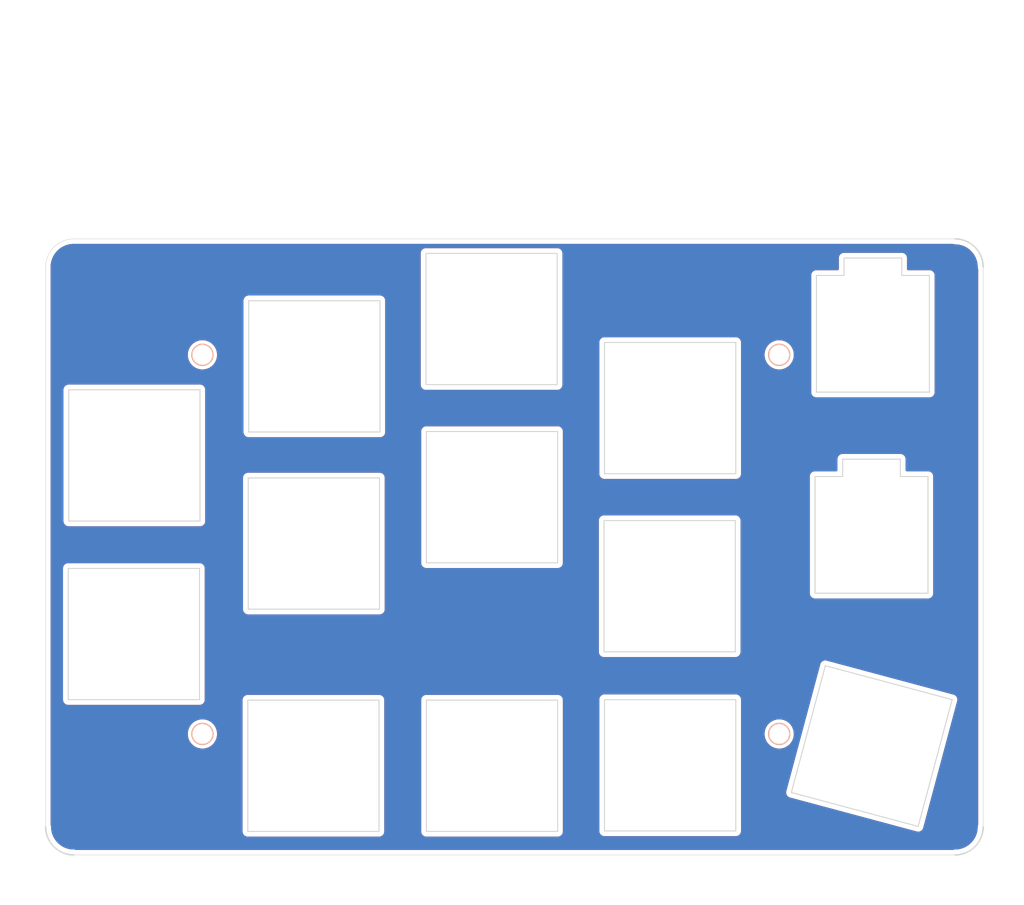
<source format=kicad_pcb>
(kicad_pcb (version 20171130) (host pcbnew "(5.1.4-0-10_14)")

  (general
    (thickness 1.6)
    (drawings 729)
    (tracks 0)
    (zones 0)
    (modules 4)
    (nets 1)
  )

  (page A4)
  (layers
    (0 F.Cu signal)
    (31 B.Cu signal)
    (32 B.Adhes user hide)
    (33 F.Adhes user hide)
    (34 B.Paste user hide)
    (35 F.Paste user hide)
    (36 B.SilkS user hide)
    (37 F.SilkS user hide)
    (38 B.Mask user)
    (39 F.Mask user)
    (40 Dwgs.User user hide)
    (41 Cmts.User user)
    (42 Eco1.User user)
    (43 Eco2.User user)
    (44 Edge.Cuts user)
    (45 Margin user)
    (46 B.CrtYd user hide)
    (47 F.CrtYd user)
    (48 B.Fab user hide)
    (49 F.Fab user hide)
  )

  (setup
    (last_trace_width 0.25)
    (user_trace_width 0.5)
    (trace_clearance 0.2)
    (zone_clearance 0.508)
    (zone_45_only yes)
    (trace_min 0.1)
    (via_size 0.8)
    (via_drill 0.4)
    (via_min_size 0.4)
    (via_min_drill 0.3)
    (uvia_size 0.3)
    (uvia_drill 0.1)
    (uvias_allowed no)
    (uvia_min_size 0.2)
    (uvia_min_drill 0.1)
    (edge_width 0.05)
    (segment_width 0.2)
    (pcb_text_width 0.3)
    (pcb_text_size 1.5 1.5)
    (mod_edge_width 0.12)
    (mod_text_size 1 1)
    (mod_text_width 0.15)
    (pad_size 1.8 1.8)
    (pad_drill 0.9)
    (pad_to_mask_clearance 0.051)
    (solder_mask_min_width 0.25)
    (aux_axis_origin 0 0)
    (grid_origin 111.76 69.596)
    (visible_elements FFFFEF7F)
    (pcbplotparams
      (layerselection 0x010f0_ffffffff)
      (usegerberextensions true)
      (usegerberattributes false)
      (usegerberadvancedattributes false)
      (creategerberjobfile false)
      (excludeedgelayer true)
      (linewidth 0.100000)
      (plotframeref false)
      (viasonmask false)
      (mode 1)
      (useauxorigin false)
      (hpglpennumber 1)
      (hpglpenspeed 20)
      (hpglpendiameter 15.000000)
      (psnegative false)
      (psa4output false)
      (plotreference true)
      (plotvalue true)
      (plotinvisibletext false)
      (padsonsilk false)
      (subtractmaskfromsilk false)
      (outputformat 1)
      (mirror false)
      (drillshape 0)
      (scaleselection 1)
      (outputdirectory "gerber/front/"))
  )

  (net 0 "")

  (net_class Default "これはデフォルトのネット クラスです。"
    (clearance 0.2)
    (trace_width 0.25)
    (via_dia 0.8)
    (via_drill 0.4)
    (uvia_dia 0.3)
    (uvia_drill 0.1)
  )

  (module nilgiri:M2_vis (layer F.Cu) (tedit 5DB472A6) (tstamp 5DB7B2AF)
    (at 164.3888 111.3028)
    (path /5DB4CBB6)
    (fp_text reference H8 (at 0 2) (layer F.SilkS) hide
      (effects (font (size 1 1) (thickness 0.15)))
    )
    (fp_text value MountingHole (at 0 -2.25) (layer F.Fab) hide
      (effects (font (size 1 1) (thickness 0.15)))
    )
    (fp_circle (center 0 0) (end 1 0) (layer F.SilkS) (width 0.4))
    (fp_circle (center 0 0) (end 1 0) (layer B.SilkS) (width 0.4))
    (pad "" np_thru_hole circle (at 0 0) (size 2.1 2.1) (drill 2.1) (layers *.Cu *.Mask))
  )

  (module nilgiri:M2_vis (layer F.Cu) (tedit 5DB472A6) (tstamp 5DB42EB6)
    (at 164.3888 70.866)
    (path /5DB4C9C3)
    (fp_text reference H7 (at 0 2) (layer F.SilkS) hide
      (effects (font (size 1 1) (thickness 0.15)))
    )
    (fp_text value MountingHole (at 0 -2.25) (layer F.Fab) hide
      (effects (font (size 1 1) (thickness 0.15)))
    )
    (fp_circle (center 0 0) (end 1 0) (layer B.SilkS) (width 0.4))
    (fp_circle (center 0 0) (end 1 0) (layer F.SilkS) (width 0.4))
    (pad "" np_thru_hole circle (at 0 0) (size 2.1 2.1) (drill 2.1) (layers *.Cu *.Mask))
  )

  (module nilgiri:M2_vis (layer F.Cu) (tedit 5DB472A6) (tstamp 5DB7B278)
    (at 102.87 111.3028)
    (path /5DB4B5D0)
    (fp_text reference H6 (at 0 2) (layer F.SilkS) hide
      (effects (font (size 1 1) (thickness 0.15)))
    )
    (fp_text value MountingHole (at 0 -2.25) (layer F.Fab) hide
      (effects (font (size 1 1) (thickness 0.15)))
    )
    (fp_circle (center 0 0) (end 1 0) (layer F.SilkS) (width 0.4))
    (fp_circle (center 0 0) (end 1 0) (layer B.SilkS) (width 0.4))
    (pad "" np_thru_hole circle (at 0 0) (size 2.1 2.1) (drill 2.1) (layers *.Cu *.Mask))
  )

  (module nilgiri:M2_vis (layer F.Cu) (tedit 5DB472A6) (tstamp 5DB7B249)
    (at 102.87 70.866)
    (path /5DB4C3DF)
    (fp_text reference H5 (at 0 2) (layer F.SilkS) hide
      (effects (font (size 1 1) (thickness 0.15)))
    )
    (fp_text value MountingHole (at 0 -2.25) (layer F.Fab) hide
      (effects (font (size 1 1) (thickness 0.15)))
    )
    (fp_circle (center 0 0) (end 1 0) (layer F.SilkS) (width 0.4))
    (fp_circle (center 0 0) (end 1 0) (layer B.SilkS) (width 0.4))
    (pad "" np_thru_hole circle (at 0 0) (size 2.1 2.1) (drill 2.1) (layers *.Cu *.Mask))
  )

  (gr_line (start 171.31 62.396) (end 171.31 60.546) (layer Edge.Cuts) (width 0.1) (tstamp 5DB4FE3A))
  (gr_line (start 180.41 74.846) (end 168.36 74.846) (layer Edge.Cuts) (width 0.1) (tstamp 5DB4FE39))
  (gr_line (start 180.41 62.396) (end 180.41 74.846) (layer Edge.Cuts) (width 0.1) (tstamp 5DB4FE38))
  (gr_line (start 177.46 60.546) (end 177.46 62.396) (layer Edge.Cuts) (width 0.1) (tstamp 5DB4FE37))
  (gr_line (start 171.31 60.546) (end 177.46 60.546) (layer Edge.Cuts) (width 0.1) (tstamp 5DB4FE36))
  (gr_line (start 168.36 62.396) (end 171.31 62.396) (layer Edge.Cuts) (width 0.1) (tstamp 5DB4FE35))
  (gr_line (start 168.36 74.846) (end 168.36 62.396) (layer Edge.Cuts) (width 0.1) (tstamp 5DB4FE34))
  (gr_line (start 177.46 62.396) (end 180.41 62.396) (layer Edge.Cuts) (width 0.1) (tstamp 5DB4FE33))
  (gr_line (start 168.21 83.846) (end 171.16 83.846) (layer Edge.Cuts) (width 0.1))
  (gr_line (start 168.21 96.296) (end 168.21 83.846) (layer Edge.Cuts) (width 0.1))
  (gr_line (start 180.26 96.296) (end 168.21 96.296) (layer Edge.Cuts) (width 0.1))
  (gr_line (start 180.26 83.846) (end 180.26 96.296) (layer Edge.Cuts) (width 0.1))
  (gr_line (start 177.31 83.846) (end 180.26 83.846) (layer Edge.Cuts) (width 0.1))
  (gr_line (start 177.31 81.996) (end 177.31 83.846) (layer Edge.Cuts) (width 0.1))
  (gr_line (start 171.16 81.996) (end 177.31 81.996) (layer Edge.Cuts) (width 0.1))
  (gr_line (start 171.16 83.846) (end 171.16 81.996) (layer Edge.Cuts) (width 0.1))
  (gr_line (start 182.833214 107.646253) (end 179.209747 121.169214) (layer Edge.Cuts) (width 0.1) (tstamp 5DB4F73C))
  (gr_line (start 169.310253 104.022786) (end 182.833214 107.646253) (layer Edge.Cuts) (width 0.1) (tstamp 5DB4F73B))
  (gr_line (start 165.686786 117.545747) (end 169.310253 104.022786) (layer Edge.Cuts) (width 0.1) (tstamp 5DB4F73A))
  (gr_line (start 179.209747 121.169214) (end 165.686786 117.545747) (layer Edge.Cuts) (width 0.1) (tstamp 5DB4F739))
  (gr_line (start 159.76 107.646) (end 159.76 121.646) (layer Edge.Cuts) (width 0.1) (tstamp 5DB4F73C))
  (gr_line (start 145.76 107.646) (end 159.76 107.646) (layer Edge.Cuts) (width 0.1) (tstamp 5DB4F73B))
  (gr_line (start 145.76 121.646) (end 145.76 107.646) (layer Edge.Cuts) (width 0.1) (tstamp 5DB4F73A))
  (gr_line (start 159.76 121.646) (end 145.76 121.646) (layer Edge.Cuts) (width 0.1) (tstamp 5DB4F739))
  (gr_line (start 140.76 107.696) (end 140.76 121.696) (layer Edge.Cuts) (width 0.1) (tstamp 5DB4F73C))
  (gr_line (start 126.76 107.696) (end 140.76 107.696) (layer Edge.Cuts) (width 0.1) (tstamp 5DB4F73B))
  (gr_line (start 126.76 121.696) (end 126.76 107.696) (layer Edge.Cuts) (width 0.1) (tstamp 5DB4F73A))
  (gr_line (start 140.76 121.696) (end 126.76 121.696) (layer Edge.Cuts) (width 0.1) (tstamp 5DB4F739))
  (gr_line (start 121.71 107.696) (end 121.71 121.696) (layer Edge.Cuts) (width 0.1) (tstamp 5DB4F73C))
  (gr_line (start 107.71 107.696) (end 121.71 107.696) (layer Edge.Cuts) (width 0.1) (tstamp 5DB4F73B))
  (gr_line (start 107.71 121.696) (end 107.71 107.696) (layer Edge.Cuts) (width 0.1) (tstamp 5DB4F73A))
  (gr_line (start 121.71 121.696) (end 107.71 121.696) (layer Edge.Cuts) (width 0.1) (tstamp 5DB4F739))
  (gr_line (start 102.56 93.646) (end 102.56 107.646) (layer Edge.Cuts) (width 0.1) (tstamp 5DB4F73C))
  (gr_line (start 88.56 93.646) (end 102.56 93.646) (layer Edge.Cuts) (width 0.1) (tstamp 5DB4F73B))
  (gr_line (start 88.56 107.646) (end 88.56 93.646) (layer Edge.Cuts) (width 0.1) (tstamp 5DB4F73A))
  (gr_line (start 102.56 107.646) (end 88.56 107.646) (layer Edge.Cuts) (width 0.1) (tstamp 5DB4F739))
  (gr_line (start 102.61 74.596) (end 102.61 88.596) (layer Edge.Cuts) (width 0.1) (tstamp 5DB4F73C))
  (gr_line (start 88.61 74.596) (end 102.61 74.596) (layer Edge.Cuts) (width 0.1) (tstamp 5DB4F73B))
  (gr_line (start 88.61 88.596) (end 88.61 74.596) (layer Edge.Cuts) (width 0.1) (tstamp 5DB4F73A))
  (gr_line (start 102.61 88.596) (end 88.61 88.596) (layer Edge.Cuts) (width 0.1) (tstamp 5DB4F739))
  (gr_line (start 121.81 65.096) (end 121.81 79.096) (layer Edge.Cuts) (width 0.1) (tstamp 5DB4F73C))
  (gr_line (start 107.81 65.096) (end 121.81 65.096) (layer Edge.Cuts) (width 0.1) (tstamp 5DB4F73B))
  (gr_line (start 107.81 79.096) (end 107.81 65.096) (layer Edge.Cuts) (width 0.1) (tstamp 5DB4F73A))
  (gr_line (start 121.81 79.096) (end 107.81 79.096) (layer Edge.Cuts) (width 0.1) (tstamp 5DB4F739))
  (gr_line (start 121.76 83.996) (end 121.76 97.996) (layer Edge.Cuts) (width 0.1) (tstamp 5DB4F73C))
  (gr_line (start 107.76 83.996) (end 121.76 83.996) (layer Edge.Cuts) (width 0.1) (tstamp 5DB4F73B))
  (gr_line (start 107.76 97.996) (end 107.76 83.996) (layer Edge.Cuts) (width 0.1) (tstamp 5DB4F73A))
  (gr_line (start 121.76 97.996) (end 107.76 97.996) (layer Edge.Cuts) (width 0.1) (tstamp 5DB4F739))
  (gr_line (start 140.76 79.046) (end 140.76 93.046) (layer Edge.Cuts) (width 0.1) (tstamp 5DB4F73C))
  (gr_line (start 126.76 79.046) (end 140.76 79.046) (layer Edge.Cuts) (width 0.1) (tstamp 5DB4F73B))
  (gr_line (start 126.76 93.046) (end 126.76 79.046) (layer Edge.Cuts) (width 0.1) (tstamp 5DB4F73A))
  (gr_line (start 140.76 93.046) (end 126.76 93.046) (layer Edge.Cuts) (width 0.1) (tstamp 5DB4F739))
  (gr_line (start 140.71 60.046) (end 140.71 74.046) (layer Edge.Cuts) (width 0.1) (tstamp 5DB4F73C))
  (gr_line (start 126.71 60.046) (end 140.71 60.046) (layer Edge.Cuts) (width 0.1) (tstamp 5DB4F73B))
  (gr_line (start 126.71 74.046) (end 126.71 60.046) (layer Edge.Cuts) (width 0.1) (tstamp 5DB4F73A))
  (gr_line (start 140.71 74.046) (end 126.71 74.046) (layer Edge.Cuts) (width 0.1) (tstamp 5DB4F739))
  (gr_line (start 159.71 88.546) (end 159.71 102.546) (layer Edge.Cuts) (width 0.1) (tstamp 5DB4F73C))
  (gr_line (start 145.71 88.546) (end 159.71 88.546) (layer Edge.Cuts) (width 0.1) (tstamp 5DB4F73B))
  (gr_line (start 145.71 102.546) (end 145.71 88.546) (layer Edge.Cuts) (width 0.1) (tstamp 5DB4F73A))
  (gr_line (start 159.71 102.546) (end 145.71 102.546) (layer Edge.Cuts) (width 0.1) (tstamp 5DB4F739))
  (gr_line (start 145.76 83.546) (end 145.76 69.546) (layer Edge.Cuts) (width 0.1))
  (gr_line (start 159.76 83.546) (end 145.76 83.546) (layer Edge.Cuts) (width 0.1))
  (gr_line (start 159.76 69.546) (end 159.76 83.546) (layer Edge.Cuts) (width 0.1))
  (gr_line (start 145.76 69.546) (end 159.76 69.546) (layer Edge.Cuts) (width 0.1))
  (gr_line (start 89.145183 58.5) (end 183.146358 58.5) (layer Edge.Cuts) (width 0.05) (tstamp 5DB3E462))
  (gr_curve (pts (xy 186.144947 61.498611) (xy 186.144969 59.840551) (xy 184.800886 58.5) (xy 183.146358 58.5)) (layer Edge.Cuts) (width 0.15))
  (gr_line (start 186.144947 61.498611) (end 186.144947 121.210692) (layer Edge.Cuts) (width 0.05) (tstamp 5DB2F4A6))
  (gr_line (start 86.146572 121.210692) (end 86.146572 61.498611) (layer Edge.Cuts) (width 0.05) (tstamp 5DB2F596))
  (gr_curve (pts (xy 180.407323 41.818338) (xy 180.407323 40.713625) (xy 181.272839 39.818083) (xy 182.340538 39.818083)) (layer B.Fab) (width 0.2))
  (gr_curve (pts (xy 182.340538 43.818593) (xy 181.272839 43.818593) (xy 180.407323 42.923051) (xy 180.407323 41.818338)) (layer B.Fab) (width 0.2))
  (gr_curve (pts (xy 184.273754 41.818338) (xy 184.273754 42.923051) (xy 183.408238 43.818593) (xy 182.340538 43.818593)) (layer B.Fab) (width 0.2))
  (gr_curve (pts (xy 182.340538 39.818083) (xy 183.408238 39.818083) (xy 184.273754 40.713625) (xy 184.273754 41.818338)) (layer B.Fab) (width 0.2))
  (gr_curve (pts (xy 180.407323 53.124872) (xy 180.407323 52.02017) (xy 181.272839 51.124618) (xy 182.340538 51.124618)) (layer B.Fab) (width 0.2))
  (gr_curve (pts (xy 182.340538 55.125127) (xy 181.272839 55.125127) (xy 180.407323 54.229575) (xy 180.407323 53.124872)) (layer B.Fab) (width 0.2))
  (gr_curve (pts (xy 184.273754 53.124872) (xy 184.273754 54.229575) (xy 183.408238 55.125127) (xy 182.340538 55.125127)) (layer B.Fab) (width 0.2))
  (gr_curve (pts (xy 182.340538 51.124618) (xy 183.408238 51.124618) (xy 184.273754 52.02017) (xy 184.273754 53.124872)) (layer B.Fab) (width 0.2))
  (gr_curve (pts (xy 123.638329 43.818593) (xy 122.570629 43.818593) (xy 121.705114 42.923051) (xy 121.705114 41.818338)) (layer B.Fab) (width 0.2))
  (gr_curve (pts (xy 125.571544 41.818338) (xy 125.571544 42.923051) (xy 124.706029 43.818593) (xy 123.638329 43.818593)) (layer B.Fab) (width 0.2))
  (gr_curve (pts (xy 121.705114 53.124872) (xy 121.705114 52.02017) (xy 122.570629 51.124618) (xy 123.638329 51.124618)) (layer B.Fab) (width 0.2))
  (gr_curve (pts (xy 123.638329 55.125127) (xy 122.570629 55.125127) (xy 121.705114 54.229575) (xy 121.705114 53.124872)) (layer B.Fab) (width 0.2))
  (gr_curve (pts (xy 125.571544 53.124872) (xy 125.571544 54.229575) (xy 124.706029 55.125127) (xy 123.638329 55.125127)) (layer B.Fab) (width 0.2))
  (gr_curve (pts (xy 123.638329 51.124618) (xy 124.706029 51.124618) (xy 125.571544 52.02017) (xy 125.571544 53.124872)) (layer B.Fab) (width 0.2))
  (gr_curve (pts (xy 179.137332 60.600234) (xy 179.137332 60.600234) (xy 179.137332 60.600234) (xy 179.137332 60.600234)) (layer B.Fab) (width 0.2))
  (gr_curve (pts (xy 180.135699 61.598591) (xy 180.135677 61.048258) (xy 179.687664 60.600234) (xy 179.137332 60.600234)) (layer B.Fab) (width 0.2))
  (gr_curve (pts (xy 180.135699 71.29998) (xy 180.135699 71.29998) (xy 180.135699 61.598591) (xy 180.135699 61.598591)) (layer B.Fab) (width 0.2))
  (gr_curve (pts (xy 179.137332 72.298336) (xy 179.691195 72.298336) (xy 180.135699 71.850312) (xy 180.135699 71.29998)) (layer B.Fab) (width 0.2))
  (gr_curve (pts (xy 169.435943 72.298336) (xy 169.435943 72.298336) (xy 179.137332 72.298336) (xy 179.137332 72.298336)) (layer B.Fab) (width 0.2))
  (gr_curve (pts (xy 168.437576 71.29998) (xy 168.437576 71.853843) (xy 168.88561 72.298336) (xy 169.435943 72.298336)) (layer B.Fab) (width 0.2))
  (gr_curve (pts (xy 168.437576 61.598591) (xy 168.437576 61.598591) (xy 168.437576 71.29998) (xy 168.437576 71.29998)) (layer B.Fab) (width 0.2))
  (gr_curve (pts (xy 169.435943 60.600234) (xy 168.882079 60.600234) (xy 168.437576 61.048258) (xy 168.437576 61.598591)) (layer B.Fab) (width 0.2))
  (gr_curve (pts (xy 179.137332 60.600234) (xy 179.137332 60.600234) (xy 169.435943 60.600234) (xy 169.435943 60.600234)) (layer B.Fab) (width 0.2))
  (gr_curve (pts (xy 169.435943 60.953012) (xy 169.435943 60.953012) (xy 179.137332 60.953012) (xy 179.137332 60.953012)) (layer B.Fab) (width 0.2))
  (gr_curve (pts (xy 168.790353 61.598591) (xy 168.790353 61.242282) (xy 169.079634 60.953012) (xy 169.435943 60.953012)) (layer B.Fab) (width 0.2))
  (gr_curve (pts (xy 168.790353 71.29998) (xy 168.790353 71.29998) (xy 168.790353 61.598591) (xy 168.790353 61.598591)) (layer B.Fab) (width 0.2))
  (gr_curve (pts (xy 169.435943 71.945558) (xy 169.079634 71.945558) (xy 168.790353 71.656278) (xy 168.790353 71.29998)) (layer B.Fab) (width 0.2))
  (gr_curve (pts (xy 179.137332 71.945558) (xy 179.137332 71.945558) (xy 169.435943 71.945558) (xy 169.435943 71.945558)) (layer B.Fab) (width 0.2))
  (gr_curve (pts (xy 179.782921 71.29998) (xy 179.782921 71.656289) (xy 179.493641 71.945558) (xy 179.137332 71.945558)) (layer B.Fab) (width 0.2))
  (gr_curve (pts (xy 179.782921 61.598591) (xy 179.782921 61.598591) (xy 179.782921 71.29998) (xy 179.782921 71.29998)) (layer B.Fab) (width 0.2))
  (gr_curve (pts (xy 179.137332 60.953012) (xy 179.493641 60.953012) (xy 179.782921 61.242293) (xy 179.782921 61.598591)) (layer B.Fab) (width 0.2))
  (gr_curve (pts (xy 179.137332 72.125478) (xy 179.137332 72.125478) (xy 169.435943 72.125478) (xy 169.435943 72.125478)) (layer B.Fab) (width 0.2))
  (gr_curve (pts (xy 179.95931 71.303511) (xy 179.95931 71.758597) (xy 179.588897 72.125478) (xy 179.137332 72.125478)) (layer B.Fab) (width 0.2))
  (gr_curve (pts (xy 179.95931 61.602122) (xy 179.95931 61.602122) (xy 179.95931 71.303511) (xy 179.95931 71.303511)) (layer B.Fab) (width 0.2))
  (gr_curve (pts (xy 179.137332 60.780154) (xy 179.592407 60.780154) (xy 179.95931 61.150567) (xy 179.95931 61.602122)) (layer B.Fab) (width 0.2))
  (gr_curve (pts (xy 169.435943 60.780154) (xy 169.435943 60.780154) (xy 179.137332 60.780154) (xy 179.137332 60.780154)) (layer B.Fab) (width 0.2))
  (gr_curve (pts (xy 168.613964 61.602122) (xy 168.613964 61.147036) (xy 168.984377 60.780154) (xy 169.435943 60.780154)) (layer B.Fab) (width 0.2))
  (gr_curve (pts (xy 168.613964 71.303511) (xy 168.613964 71.303511) (xy 168.613964 61.602122) (xy 168.613964 61.602122)) (layer B.Fab) (width 0.2))
  (gr_curve (pts (xy 169.435943 72.125478) (xy 168.980867 72.125478) (xy 168.613964 71.755066) (xy 168.613964 71.303511)) (layer B.Fab) (width 0.2))
  (gr_line (start 171.288026 73.952875) (end 171.288026 59.450175) (layer B.Fab) (width 0.2))
  (gr_line (start 177.288779 73.952875) (end 171.288026 73.952875) (layer B.Fab) (width 0.2))
  (gr_line (start 177.288779 59.450175) (end 177.288779 73.952875) (layer B.Fab) (width 0.2))
  (gr_line (start 171.288026 59.450175) (end 177.288779 59.450175) (layer B.Fab) (width 0.2))
  (gr_curve (pts (xy 179.137332 83.738928) (xy 179.137332 83.738928) (xy 179.137332 83.738928) (xy 179.137332 83.738928)) (layer B.Fab) (width 0.2))
  (gr_curve (pts (xy 180.135699 84.737284) (xy 180.135677 84.186951) (xy 179.687664 83.738928) (xy 179.137332 83.738928)) (layer B.Fab) (width 0.2))
  (gr_curve (pts (xy 180.135699 94.438673) (xy 180.135699 94.438673) (xy 180.135699 84.737284) (xy 180.135699 84.737284)) (layer B.Fab) (width 0.2))
  (gr_curve (pts (xy 179.137332 95.437029) (xy 179.691195 95.437029) (xy 180.135699 94.989005) (xy 180.135699 94.438673)) (layer B.Fab) (width 0.2))
  (gr_curve (pts (xy 169.435943 95.437029) (xy 169.435943 95.437029) (xy 179.137332 95.437029) (xy 179.137332 95.437029)) (layer B.Fab) (width 0.2))
  (gr_curve (pts (xy 168.437576 94.438673) (xy 168.437576 94.992536) (xy 168.88561 95.437029) (xy 169.435943 95.437029)) (layer B.Fab) (width 0.2))
  (gr_curve (pts (xy 168.437576 84.737284) (xy 168.437576 84.737284) (xy 168.437576 94.438673) (xy 168.437576 94.438673)) (layer B.Fab) (width 0.2))
  (gr_curve (pts (xy 169.435943 83.738928) (xy 168.882079 83.738928) (xy 168.437576 84.186951) (xy 168.437576 84.737284)) (layer B.Fab) (width 0.2))
  (gr_curve (pts (xy 179.137332 83.738928) (xy 179.137332 83.738928) (xy 169.435943 83.738928) (xy 169.435943 83.738928)) (layer B.Fab) (width 0.2))
  (gr_curve (pts (xy 169.435943 84.091705) (xy 169.435943 84.091705) (xy 179.137332 84.091705) (xy 179.137332 84.091705)) (layer B.Fab) (width 0.2))
  (gr_curve (pts (xy 168.790353 84.737284) (xy 168.790353 84.380975) (xy 169.079634 84.091705) (xy 169.435943 84.091705)) (layer B.Fab) (width 0.2))
  (gr_curve (pts (xy 168.790353 94.438673) (xy 168.790353 94.438673) (xy 168.790353 84.737284) (xy 168.790353 84.737284)) (layer B.Fab) (width 0.2))
  (gr_curve (pts (xy 169.435943 95.084251) (xy 169.079634 95.084251) (xy 168.790353 94.794971) (xy 168.790353 94.438673)) (layer B.Fab) (width 0.2))
  (gr_curve (pts (xy 179.137332 95.084251) (xy 179.137332 95.084251) (xy 169.435943 95.084251) (xy 169.435943 95.084251)) (layer B.Fab) (width 0.2))
  (gr_curve (pts (xy 179.782921 94.438673) (xy 179.782921 94.794982) (xy 179.493641 95.084251) (xy 179.137332 95.084251)) (layer B.Fab) (width 0.2))
  (gr_curve (pts (xy 179.782921 84.737284) (xy 179.782921 84.737284) (xy 179.782921 94.438673) (xy 179.782921 94.438673)) (layer B.Fab) (width 0.2))
  (gr_curve (pts (xy 179.137332 84.091705) (xy 179.493641 84.091705) (xy 179.782921 84.380986) (xy 179.782921 84.737284)) (layer B.Fab) (width 0.2))
  (gr_curve (pts (xy 179.137332 95.264171) (xy 179.137332 95.264171) (xy 169.435943 95.264171) (xy 169.435943 95.264171)) (layer B.Fab) (width 0.2))
  (gr_curve (pts (xy 179.95931 94.442204) (xy 179.95931 94.89729) (xy 179.588897 95.264171) (xy 179.137332 95.264171)) (layer B.Fab) (width 0.2))
  (gr_curve (pts (xy 179.95931 84.740815) (xy 179.95931 84.740815) (xy 179.95931 94.442204) (xy 179.95931 94.442204)) (layer B.Fab) (width 0.2))
  (gr_curve (pts (xy 179.137332 83.918848) (xy 179.592407 83.918848) (xy 179.95931 84.28926) (xy 179.95931 84.740815)) (layer B.Fab) (width 0.2))
  (gr_curve (pts (xy 169.435943 83.918848) (xy 169.435943 83.918848) (xy 179.137332 83.918848) (xy 179.137332 83.918848)) (layer B.Fab) (width 0.2))
  (gr_curve (pts (xy 168.613964 84.740815) (xy 168.613964 84.285729) (xy 168.984377 83.918848) (xy 169.435943 83.918848)) (layer B.Fab) (width 0.2))
  (gr_curve (pts (xy 168.613964 94.442204) (xy 168.613964 94.442204) (xy 168.613964 84.740815) (xy 168.613964 84.740815)) (layer B.Fab) (width 0.2))
  (gr_curve (pts (xy 169.435943 95.264171) (xy 168.980867 95.264171) (xy 168.613964 94.893759) (xy 168.613964 94.442204)) (layer B.Fab) (width 0.2))
  (gr_line (start 171.288026 97.091558) (end 171.288026 82.588869) (layer B.Fab) (width 0.2))
  (gr_line (start 177.288779 97.091558) (end 171.288026 97.091558) (layer B.Fab) (width 0.2))
  (gr_line (start 177.288779 82.588869) (end 177.288779 97.091558) (layer B.Fab) (width 0.2))
  (gr_line (start 171.288026 82.588869) (end 177.288779 82.588869) (layer B.Fab) (width 0.2))
  (gr_curve (pts (xy 148.36098 47.688566) (xy 148.36098 52.107396) (xy 144.778813 55.689563) (xy 140.359983 55.689563)) (layer B.Fab) (width 0.2))
  (gr_curve (pts (xy 140.359983 55.689563) (xy 135.941153 55.689563) (xy 132.358985 52.107396) (xy 132.358985 47.688566)) (layer B.Fab) (width 0.2))
  (gr_line (start 120.86197 38.703315) (end 120.86197 55.996478) (layer B.Fab) (width 0.2))
  (gr_curve (pts (xy 132.358985 47.688566) (xy 132.358985 43.269735) (xy 135.941153 39.687568) (xy 140.359983 39.687568)) (layer B.Fab) (width 0.2))
  (gr_line (start 121.214747 38.350537) (end 121.214747 38.350537) (layer B.Fab) (width 0.2))
  (gr_line (start 121.214747 56.349256) (end 121.214747 38.350537) (layer B.Fab) (width 0.2))
  (gr_line (start 88.215911 56.349256) (end 121.214747 56.349256) (layer B.Fab) (width 0.2))
  (gr_line (start 88.215911 38.350537) (end 88.215911 56.349256) (layer B.Fab) (width 0.2))
  (gr_line (start 121.214747 38.350537) (end 88.215911 38.350537) (layer B.Fab) (width 0.2))
  (gr_line (start 88.568689 38.703315) (end 120.86197 38.703315) (layer B.Fab) (width 0.2))
  (gr_line (start 88.568689 55.996478) (end 88.568689 38.703315) (layer B.Fab) (width 0.2))
  (gr_line (start 120.86197 55.996478) (end 88.568689 55.996478) (layer B.Fab) (width 0.2))
  (gr_curve (pts (xy 86.215656 121.1616) (xy 86.215656 122.81966) (xy 87.559739 124.160211) (xy 89.214267 124.160211)) (layer B.Fab) (width 0.2))
  (gr_curve (pts (xy 86.215656 41.095148) (xy 86.215656 41.095148) (xy 86.215656 121.1616) (xy 86.215656 121.1616)) (layer B.Fab) (width 0.2))
  (gr_curve (pts (xy 89.214267 38.096537) (xy 87.556208 38.096537) (xy 86.215656 39.440619) (xy 86.215656 41.095148)) (layer B.Fab) (width 0.2))
  (gr_curve (pts (xy 183.215442 38.096537) (xy 183.215442 38.096537) (xy 89.214267 38.096537) (xy 89.214267 38.096537)) (layer B.Fab) (width 0.2))
  (gr_curve (pts (xy 183.21542 123.983822) (xy 183.21542 123.983822) (xy 89.214267 123.983822) (xy 89.214267 123.983822)) (layer B.Fab) (width 0.2))
  (gr_curve (pts (xy 89.214267 38.272926) (xy 89.214267 38.272926) (xy 183.21542 38.272926) (xy 183.21542 38.272926)) (layer B.Fab) (width 0.2))
  (gr_curve (pts (xy 89.214267 123.807434) (xy 87.753762 123.807434) (xy 86.568434 122.618574) (xy 86.568434 121.1616)) (layer B.Fab) (width 0.2))
  (gr_curve (pts (xy 183.215442 123.807434) (xy 183.215442 123.807434) (xy 89.214267 123.807434) (xy 89.214267 123.807434)) (layer B.Fab) (width 0.2))
  (gr_curve (pts (xy 89.214267 123.983822) (xy 89.214267 123.983822) (xy 89.214267 123.983812) (xy 89.214267 123.983812)) (layer B.Fab) (width 0.2))
  (gr_curve (pts (xy 183.215442 38.096537) (xy 183.215442 38.096537) (xy 183.215442 38.096537) (xy 183.215442 38.096537)) (layer B.Fab) (width 0.2))
  (gr_curve (pts (xy 186.214031 41.095148) (xy 186.214053 39.437088) (xy 184.86997 38.096537) (xy 183.215442 38.096537)) (layer B.Fab) (width 0.2))
  (gr_curve (pts (xy 186.214031 121.1616) (xy 186.214031 121.1616) (xy 186.214031 41.095148) (xy 186.214031 41.095148)) (layer B.Fab) (width 0.2))
  (gr_curve (pts (xy 183.21542 124.160211) (xy 184.87348 124.160211) (xy 186.214031 122.816129) (xy 186.214031 121.1616)) (layer B.Fab) (width 0.2))
  (gr_curve (pts (xy 89.214267 124.160211) (xy 89.214267 124.160211) (xy 183.21542 124.160211) (xy 183.21542 124.160211)) (layer B.Fab) (width 0.2))
  (gr_curve (pts (xy 185.861275 121.1616) (xy 185.861275 122.622105) (xy 184.672416 123.807434) (xy 183.215442 123.807434)) (layer B.Fab) (width 0.2))
  (gr_curve (pts (xy 185.861275 41.095148) (xy 185.861275 41.095148) (xy 185.861275 121.1616) (xy 185.861275 121.1616)) (layer B.Fab) (width 0.2))
  (gr_curve (pts (xy 86.392045 121.161589) (xy 86.392045 121.161589) (xy 86.392045 41.095148) (xy 86.392045 41.095148)) (layer B.Fab) (width 0.2))
  (gr_curve (pts (xy 86.392045 41.095148) (xy 86.392045 39.539397) (xy 87.658516 38.272926) (xy 89.214267 38.272926)) (layer B.Fab) (width 0.2))
  (gr_curve (pts (xy 186.037643 121.1616) (xy 186.037643 122.717351) (xy 184.771161 123.983822) (xy 183.21542 123.983822)) (layer B.Fab) (width 0.2))
  (gr_curve (pts (xy 89.214267 38.449315) (xy 89.214267 38.449315) (xy 183.215442 38.449315) (xy 183.215442 38.449315)) (layer B.Fab) (width 0.2))
  (gr_curve (pts (xy 86.568434 41.095148) (xy 86.568434 39.634643) (xy 87.757294 38.449315) (xy 89.214267 38.449315)) (layer B.Fab) (width 0.2))
  (gr_curve (pts (xy 86.568434 121.1616) (xy 86.568434 121.1616) (xy 86.568434 41.095148) (xy 86.568434 41.095148)) (layer B.Fab) (width 0.2))
  (gr_curve (pts (xy 183.21542 38.272926) (xy 184.771161 38.272926) (xy 186.037643 39.539397) (xy 186.037643 41.095148)) (layer B.Fab) (width 0.2))
  (gr_curve (pts (xy 186.037643 41.095148) (xy 186.037643 41.095148) (xy 186.037643 121.1616) (xy 186.037643 121.1616)) (layer B.Fab) (width 0.2))
  (gr_curve (pts (xy 183.215442 38.449315) (xy 184.675947 38.449315) (xy 185.861275 39.638174) (xy 185.861275 41.095148)) (layer B.Fab) (width 0.2))
  (gr_curve (pts (xy 89.214267 123.983812) (xy 87.658516 123.983812) (xy 86.392045 122.717341) (xy 86.392045 121.161589)) (layer B.Fab) (width 0.2))
  (gr_curve (pts (xy 163.089474 118.332326) (xy 163.089474 118.332326) (xy 167.467437 101.906994) (xy 167.467437 101.906994)) (layer B.Fab) (width 0.2))
  (gr_curve (pts (xy 163.174137 118.956739) (xy 163.064777 118.766236) (xy 163.033017 118.543984) (xy 163.089474 118.332326)) (layer B.Fab) (width 0.2))
  (gr_curve (pts (xy 163.675076 119.341266) (xy 163.463418 119.28482) (xy 163.283497 119.147242) (xy 163.174137 118.956739)) (layer B.Fab) (width 0.2))
  (gr_curve (pts (xy 180.100408 123.719239) (xy 180.100408 123.719239) (xy 163.675076 119.341266) (xy 163.675076 119.341266)) (layer B.Fab) (width 0.2))
  (gr_curve (pts (xy 180.312066 123.747457) (xy 180.241506 123.747457) (xy 180.167437 123.736874) (xy 180.100408 123.719239)) (layer B.Fab) (width 0.2))
  (gr_line (start 165.711608 117.462302) (end 169.335261 103.938011) (layer B.Fab) (width 0.2))
  (gr_line (start 179.235899 121.085955) (end 165.711608 117.462302) (layer B.Fab) (width 0.2))
  (gr_line (start 182.859552 107.561664) (end 179.235899 121.085955) (layer B.Fab) (width 0.2))
  (gr_line (start 169.335261 103.938011) (end 182.859552 107.561664) (layer B.Fab) (width 0.2))
  (gr_curve (pts (xy 140.359983 39.687568) (xy 144.778813 39.687568) (xy 148.36098 43.269735) (xy 148.36098 47.688566)) (layer B.Fab) (width 0.2))
  (gr_line (start 148.9713 39.687568) (end 148.9713 39.687568) (layer B.Fab) (width 0.2))
  (gr_line (start 148.9713 44.09729) (end 148.9713 39.687568) (layer B.Fab) (width 0.2))
  (gr_line (start 152.957685 44.09729) (end 148.9713 44.09729) (layer B.Fab) (width 0.2))
  (gr_line (start 152.957685 45.857648) (end 152.957685 44.09729) (layer B.Fab) (width 0.2))
  (gr_line (start 154.689814 45.857648) (end 152.957685 45.857648) (layer B.Fab) (width 0.2))
  (gr_line (start 154.689814 49.40306) (end 154.689814 45.857648) (layer B.Fab) (width 0.2))
  (gr_line (start 152.957685 49.40306) (end 154.689814 49.40306) (layer B.Fab) (width 0.2))
  (gr_line (start 152.957685 51.188115) (end 152.957685 49.40306) (layer B.Fab) (width 0.2))
  (gr_line (start 148.9713 51.188115) (end 152.957685 51.188115) (layer B.Fab) (width 0.2))
  (gr_line (start 148.9713 55.689563) (end 148.9713 51.188115) (layer B.Fab) (width 0.2))
  (gr_line (start 131.529966 55.689563) (end 148.9713 55.689563) (layer B.Fab) (width 0.2))
  (gr_line (start 131.529966 51.188115) (end 131.529966 55.689563) (layer B.Fab) (width 0.2))
  (gr_line (start 127.719971 51.188115) (end 131.529966 51.188115) (layer B.Fab) (width 0.2))
  (gr_line (start 127.719971 49.40306) (end 127.719971 51.188115) (layer B.Fab) (width 0.2))
  (gr_line (start 126.030173 49.40306) (end 127.719971 49.40306) (layer B.Fab) (width 0.2))
  (gr_line (start 126.030173 45.857648) (end 126.030173 49.40306) (layer B.Fab) (width 0.2))
  (gr_line (start 127.719971 45.857648) (end 126.030173 45.857648) (layer B.Fab) (width 0.2))
  (gr_line (start 127.719971 44.09729) (end 127.719971 45.857648) (layer B.Fab) (width 0.2))
  (gr_line (start 131.529966 44.09729) (end 127.719971 44.09729) (layer B.Fab) (width 0.2))
  (gr_line (start 131.529966 39.687568) (end 131.529966 44.09729) (layer B.Fab) (width 0.2))
  (gr_line (start 148.9713 39.687568) (end 131.529966 39.687568) (layer B.Fab) (width 0.2))
  (gr_line (start 131.882744 40.040346) (end 148.618523 40.040346) (layer B.Fab) (width 0.2))
  (gr_line (start 131.882744 44.09729) (end 131.882744 40.040346) (layer B.Fab) (width 0.2))
  (gr_line (start 131.882744 44.450068) (end 131.882744 44.09729) (layer B.Fab) (width 0.2))
  (gr_line (start 131.529966 44.450068) (end 131.882744 44.450068) (layer B.Fab) (width 0.2))
  (gr_line (start 128.072748 44.450068) (end 131.529966 44.450068) (layer B.Fab) (width 0.2))
  (gr_line (start 128.072748 45.857648) (end 128.072748 44.450068) (layer B.Fab) (width 0.2))
  (gr_line (start 128.072748 46.210426) (end 128.072748 45.857648) (layer B.Fab) (width 0.2))
  (gr_line (start 127.719971 46.210426) (end 128.072748 46.210426) (layer B.Fab) (width 0.2))
  (gr_line (start 126.38295 46.210426) (end 127.719971 46.210426) (layer B.Fab) (width 0.2))
  (gr_line (start 126.38295 49.050283) (end 126.38295 46.210426) (layer B.Fab) (width 0.2))
  (gr_line (start 127.719971 49.050283) (end 126.38295 49.050283) (layer B.Fab) (width 0.2))
  (gr_line (start 128.072748 49.050283) (end 127.719971 49.050283) (layer B.Fab) (width 0.2))
  (gr_curve (pts (xy 105.466742 63.531806) (xy 105.466742 63.175497) (xy 105.756023 62.886227) (xy 106.112321 62.886227)) (layer B.Fab) (width 0.2))
  (gr_curve (pts (xy 105.466742 80.532168) (xy 105.466742 80.532168) (xy 105.466742 63.531806) (xy 105.466742 63.531806)) (layer B.Fab) (width 0.2))
  (gr_curve (pts (xy 106.112321 81.177747) (xy 105.756012 81.177747) (xy 105.466742 80.888466) (xy 105.466742 80.532168)) (layer B.Fab) (width 0.2))
  (gr_curve (pts (xy 123.109162 81.177747) (xy 123.109162 81.177747) (xy 106.112321 81.177747) (xy 106.112321 81.177747)) (layer B.Fab) (width 0.2))
  (gr_curve (pts (xy 123.754752 80.532168) (xy 123.754752 80.888477) (xy 123.465471 81.177747) (xy 123.109162 81.177747)) (layer B.Fab) (width 0.2))
  (gr_curve (pts (xy 123.754752 63.531806) (xy 123.754752 63.531806) (xy 123.754752 80.532168) (xy 123.754752 80.532168)) (layer B.Fab) (width 0.2))
  (gr_curve (pts (xy 123.109162 62.886227) (xy 123.465471 62.886227) (xy 123.754752 63.175508) (xy 123.754752 63.531806)) (layer B.Fab) (width 0.2))
  (gr_curve (pts (xy 123.112672 81.357678) (xy 123.112672 81.357678) (xy 106.112321 81.357678) (xy 106.112321 81.357678)) (layer B.Fab) (width 0.2))
  (gr_curve (pts (xy 123.93465 80.53571) (xy 123.93465 80.990796) (xy 123.564238 81.357678) (xy 123.112672 81.357678)) (layer B.Fab) (width 0.2))
  (gr_curve (pts (xy 123.93465 63.535348) (xy 123.93465 63.535348) (xy 123.93465 80.53571) (xy 123.93465 80.53571)) (layer B.Fab) (width 0.2))
  (gr_curve (pts (xy 123.112672 62.713381) (xy 123.567748 62.713381) (xy 123.93465 63.083793) (xy 123.93465 63.535348)) (layer B.Fab) (width 0.2))
  (gr_curve (pts (xy 106.112321 62.713381) (xy 106.112321 62.713381) (xy 123.112672 62.713381) (xy 123.112672 62.713381)) (layer B.Fab) (width 0.2))
  (gr_curve (pts (xy 105.290353 63.535348) (xy 105.290353 63.080262) (xy 105.660766 62.713381) (xy 106.112321 62.713381)) (layer B.Fab) (width 0.2))
  (gr_curve (pts (xy 105.290353 80.53571) (xy 105.290353 80.53571) (xy 105.290353 63.535348) (xy 105.290353 63.535348)) (layer B.Fab) (width 0.2))
  (gr_curve (pts (xy 106.112321 81.357678) (xy 105.657235 81.357678) (xy 105.290353 80.987265) (xy 105.290353 80.53571)) (layer B.Fab) (width 0.2))
  (gr_line (start 121.609857 65.034643) (end 107.611626 65.034643) (layer B.Fab) (width 0.2))
  (gr_line (start 121.609857 79.036394) (end 121.609857 65.034643) (layer B.Fab) (width 0.2))
  (gr_line (start 107.611626 79.036394) (end 121.609857 79.036394) (layer B.Fab) (width 0.2))
  (gr_line (start 107.611626 65.034643) (end 107.611626 79.036394) (layer B.Fab) (width 0.2))
  (gr_curve (pts (xy 161.209162 67.112509) (xy 161.209162 67.112509) (xy 161.209162 67.112509) (xy 161.209162 67.112509)) (layer B.Fab) (width 0.2))
  (gr_curve (pts (xy 162.20753 68.110866) (xy 162.211039 67.560533) (xy 161.763026 67.112509) (xy 161.209162 67.112509)) (layer B.Fab) (width 0.2))
  (gr_curve (pts (xy 162.20753 85.111227) (xy 162.20753 85.111227) (xy 162.20753 68.110866) (xy 162.20753 68.110866)) (layer B.Fab) (width 0.2))
  (gr_curve (pts (xy 161.209162 86.109584) (xy 161.763026 86.109584) (xy 162.20753 85.66156) (xy 162.20753 85.111227)) (layer B.Fab) (width 0.2))
  (gr_curve (pts (xy 144.2088 86.109584) (xy 144.2088 86.109584) (xy 161.209162 86.109584) (xy 161.209162 86.109584)) (layer B.Fab) (width 0.2))
  (gr_curve (pts (xy 143.210433 85.111227) (xy 143.210433 85.665091) (xy 143.658468 86.109584) (xy 144.2088 86.109584)) (layer B.Fab) (width 0.2))
  (gr_line (start 128.072748 49.40306) (end 128.072748 49.050283) (layer B.Fab) (width 0.2))
  (gr_line (start 128.072748 50.835337) (end 128.072748 49.40306) (layer B.Fab) (width 0.2))
  (gr_line (start 131.529966 50.835337) (end 128.072748 50.835337) (layer B.Fab) (width 0.2))
  (gr_line (start 131.882744 50.835337) (end 131.529966 50.835337) (layer B.Fab) (width 0.2))
  (gr_line (start 131.882744 51.188115) (end 131.882744 50.835337) (layer B.Fab) (width 0.2))
  (gr_line (start 131.882744 55.336785) (end 131.882744 51.188115) (layer B.Fab) (width 0.2))
  (gr_line (start 148.618523 55.336785) (end 131.882744 55.336785) (layer B.Fab) (width 0.2))
  (gr_line (start 148.618523 51.188115) (end 148.618523 55.336785) (layer B.Fab) (width 0.2))
  (gr_line (start 148.618523 50.835337) (end 148.618523 51.188115) (layer B.Fab) (width 0.2))
  (gr_line (start 148.9713 50.835337) (end 148.618523 50.835337) (layer B.Fab) (width 0.2))
  (gr_line (start 152.604907 50.835337) (end 148.9713 50.835337) (layer B.Fab) (width 0.2))
  (gr_line (start 152.604907 49.40306) (end 152.604907 50.835337) (layer B.Fab) (width 0.2))
  (gr_line (start 152.604907 49.050283) (end 152.604907 49.40306) (layer B.Fab) (width 0.2))
  (gr_line (start 152.957685 49.050283) (end 152.604907 49.050283) (layer B.Fab) (width 0.2))
  (gr_line (start 154.337037 49.050283) (end 152.957685 49.050283) (layer B.Fab) (width 0.2))
  (gr_line (start 154.337037 46.210426) (end 154.337037 49.050283) (layer B.Fab) (width 0.2))
  (gr_line (start 152.957685 46.210426) (end 154.337037 46.210426) (layer B.Fab) (width 0.2))
  (gr_line (start 152.604907 46.210426) (end 152.957685 46.210426) (layer B.Fab) (width 0.2))
  (gr_line (start 152.604907 45.857648) (end 152.604907 46.210426) (layer B.Fab) (width 0.2))
  (gr_line (start 152.604907 44.450068) (end 152.604907 45.857648) (layer B.Fab) (width 0.2))
  (gr_line (start 148.9713 44.450068) (end 152.604907 44.450068) (layer B.Fab) (width 0.2))
  (gr_line (start 148.618523 44.450068) (end 148.9713 44.450068) (layer B.Fab) (width 0.2))
  (gr_line (start 148.618523 44.09729) (end 148.618523 44.450068) (layer B.Fab) (width 0.2))
  (gr_line (start 148.618523 40.040346) (end 148.618523 44.09729) (layer B.Fab) (width 0.2))
  (gr_line (start 148.794912 55.513174) (end 131.706355 55.513174) (layer B.Fab) (width 0.2))
  (gr_line (start 148.794912 51.008206) (end 148.794912 55.513174) (layer B.Fab) (width 0.2))
  (gr_line (start 152.781296 51.008206) (end 148.794912 51.008206) (layer B.Fab) (width 0.2))
  (gr_line (start 152.781296 49.223151) (end 152.781296 51.008206) (layer B.Fab) (width 0.2))
  (gr_line (start 154.513425 49.223151) (end 152.781296 49.223151) (layer B.Fab) (width 0.2))
  (gr_line (start 154.513425 46.034037) (end 154.513425 49.223151) (layer B.Fab) (width 0.2))
  (gr_line (start 152.781296 46.034037) (end 154.513425 46.034037) (layer B.Fab) (width 0.2))
  (gr_line (start 152.781296 44.273679) (end 152.781296 46.034037) (layer B.Fab) (width 0.2))
  (gr_line (start 148.794912 44.273679) (end 152.781296 44.273679) (layer B.Fab) (width 0.2))
  (gr_line (start 148.794912 39.863957) (end 148.794912 44.273679) (layer B.Fab) (width 0.2))
  (gr_line (start 131.706355 39.863957) (end 148.794912 39.863957) (layer B.Fab) (width 0.2))
  (gr_line (start 131.706355 44.273679) (end 131.706355 39.863957) (layer B.Fab) (width 0.2))
  (gr_line (start 127.892828 44.273679) (end 131.706355 44.273679) (layer B.Fab) (width 0.2))
  (gr_line (start 127.892828 46.034037) (end 127.892828 44.273679) (layer B.Fab) (width 0.2))
  (gr_line (start 126.203009 46.034037) (end 127.892828 46.034037) (layer B.Fab) (width 0.2))
  (gr_line (start 126.203009 49.223151) (end 126.203009 46.034037) (layer B.Fab) (width 0.2))
  (gr_line (start 127.892828 49.223151) (end 126.203009 49.223151) (layer B.Fab) (width 0.2))
  (gr_line (start 127.892828 51.008206) (end 127.892828 49.223151) (layer B.Fab) (width 0.2))
  (gr_line (start 131.706355 51.008206) (end 127.892828 51.008206) (layer B.Fab) (width 0.2))
  (gr_line (start 131.706355 55.513174) (end 131.706355 51.008206) (layer B.Fab) (width 0.2))
  (gr_curve (pts (xy 161.02218 47.688566) (xy 161.02218 43.269735) (xy 164.604347 39.687568) (xy 169.023177 39.687568)) (layer B.Fab) (width 0.2))
  (gr_curve (pts (xy 169.023177 55.689563) (xy 164.604347 55.689563) (xy 161.02218 52.107396) (xy 161.02218 47.688566)) (layer B.Fab) (width 0.2))
  (gr_curve (pts (xy 177.024175 47.688566) (xy 177.024175 52.107396) (xy 173.442007 55.689563) (xy 169.023177 55.689563)) (layer B.Fab) (width 0.2))
  (gr_curve (pts (xy 169.023177 39.687568) (xy 173.442007 39.687568) (xy 177.024175 43.269735) (xy 177.024175 47.688566)) (layer B.Fab) (width 0.2))
  (gr_line (start 177.634495 39.687568) (end 177.634495 39.687568) (layer B.Fab) (width 0.2))
  (gr_line (start 177.634495 44.09729) (end 177.634495 39.687568) (layer B.Fab) (width 0.2))
  (gr_line (start 181.620879 44.09729) (end 177.634495 44.09729) (layer B.Fab) (width 0.2))
  (gr_line (start 181.620879 45.857648) (end 181.620879 44.09729) (layer B.Fab) (width 0.2))
  (gr_line (start 183.353009 45.857648) (end 181.620879 45.857648) (layer B.Fab) (width 0.2))
  (gr_line (start 183.353009 49.40306) (end 183.353009 45.857648) (layer B.Fab) (width 0.2))
  (gr_line (start 181.620879 49.40306) (end 183.353009 49.40306) (layer B.Fab) (width 0.2))
  (gr_line (start 181.620879 51.188115) (end 181.620879 49.40306) (layer B.Fab) (width 0.2))
  (gr_line (start 177.634495 51.188115) (end 181.620879 51.188115) (layer B.Fab) (width 0.2))
  (gr_line (start 177.634495 55.689563) (end 177.634495 51.188115) (layer B.Fab) (width 0.2))
  (gr_line (start 160.193161 55.689563) (end 177.634495 55.689563) (layer B.Fab) (width 0.2))
  (gr_line (start 160.193161 51.188115) (end 160.193161 55.689563) (layer B.Fab) (width 0.2))
  (gr_line (start 156.383165 51.188115) (end 160.193161 51.188115) (layer B.Fab) (width 0.2))
  (gr_line (start 156.383165 49.40306) (end 156.383165 51.188115) (layer B.Fab) (width 0.2))
  (gr_line (start 154.693367 49.40306) (end 156.383165 49.40306) (layer B.Fab) (width 0.2))
  (gr_line (start 154.693367 45.857648) (end 154.693367 49.40306) (layer B.Fab) (width 0.2))
  (gr_line (start 156.383165 45.857648) (end 154.693367 45.857648) (layer B.Fab) (width 0.2))
  (gr_line (start 156.383165 44.09729) (end 156.383165 45.857648) (layer B.Fab) (width 0.2))
  (gr_line (start 160.193161 44.09729) (end 156.383165 44.09729) (layer B.Fab) (width 0.2))
  (gr_line (start 160.193161 39.687568) (end 160.193161 44.09729) (layer B.Fab) (width 0.2))
  (gr_line (start 177.634495 39.687568) (end 160.193161 39.687568) (layer B.Fab) (width 0.2))
  (gr_line (start 160.545938 40.040346) (end 177.281717 40.040346) (layer B.Fab) (width 0.2))
  (gr_line (start 160.545938 44.09729) (end 160.545938 40.040346) (layer B.Fab) (width 0.2))
  (gr_line (start 160.545938 44.450068) (end 160.545938 44.09729) (layer B.Fab) (width 0.2))
  (gr_line (start 160.193161 44.450068) (end 160.545938 44.450068) (layer B.Fab) (width 0.2))
  (gr_line (start 156.735943 44.450068) (end 160.193161 44.450068) (layer B.Fab) (width 0.2))
  (gr_line (start 156.735943 45.857648) (end 156.735943 44.450068) (layer B.Fab) (width 0.2))
  (gr_line (start 156.735943 46.210426) (end 156.735943 45.857648) (layer B.Fab) (width 0.2))
  (gr_line (start 156.383165 46.210426) (end 156.735943 46.210426) (layer B.Fab) (width 0.2))
  (gr_line (start 155.046145 46.210426) (end 156.383165 46.210426) (layer B.Fab) (width 0.2))
  (gr_line (start 155.046145 49.050283) (end 155.046145 46.210426) (layer B.Fab) (width 0.2))
  (gr_line (start 156.383165 49.050283) (end 155.046145 49.050283) (layer B.Fab) (width 0.2))
  (gr_line (start 156.735943 49.050283) (end 156.383165 49.050283) (layer B.Fab) (width 0.2))
  (gr_line (start 156.735943 49.40306) (end 156.735943 49.050283) (layer B.Fab) (width 0.2))
  (gr_line (start 156.735943 50.835337) (end 156.735943 49.40306) (layer B.Fab) (width 0.2))
  (gr_line (start 160.193161 50.835337) (end 156.735943 50.835337) (layer B.Fab) (width 0.2))
  (gr_line (start 160.545938 50.835337) (end 160.193161 50.835337) (layer B.Fab) (width 0.2))
  (gr_line (start 160.545938 51.188115) (end 160.545938 50.835337) (layer B.Fab) (width 0.2))
  (gr_line (start 160.545938 55.336785) (end 160.545938 51.188115) (layer B.Fab) (width 0.2))
  (gr_line (start 177.281717 55.336785) (end 160.545938 55.336785) (layer B.Fab) (width 0.2))
  (gr_line (start 177.281717 51.188115) (end 177.281717 55.336785) (layer B.Fab) (width 0.2))
  (gr_line (start 177.281717 50.835337) (end 177.281717 51.188115) (layer B.Fab) (width 0.2))
  (gr_line (start 177.634495 50.835337) (end 177.281717 50.835337) (layer B.Fab) (width 0.2))
  (gr_line (start 181.268102 50.835337) (end 177.634495 50.835337) (layer B.Fab) (width 0.2))
  (gr_line (start 181.268102 49.40306) (end 181.268102 50.835337) (layer B.Fab) (width 0.2))
  (gr_line (start 181.268102 49.050283) (end 181.268102 49.40306) (layer B.Fab) (width 0.2))
  (gr_line (start 181.620879 49.050283) (end 181.268102 49.050283) (layer B.Fab) (width 0.2))
  (gr_line (start 183.000231 49.050283) (end 181.620879 49.050283) (layer B.Fab) (width 0.2))
  (gr_line (start 183.000231 46.210426) (end 183.000231 49.050283) (layer B.Fab) (width 0.2))
  (gr_line (start 181.620879 46.210426) (end 183.000231 46.210426) (layer B.Fab) (width 0.2))
  (gr_line (start 181.268102 46.210426) (end 181.620879 46.210426) (layer B.Fab) (width 0.2))
  (gr_line (start 181.268102 45.857648) (end 181.268102 46.210426) (layer B.Fab) (width 0.2))
  (gr_line (start 181.268102 44.450068) (end 181.268102 45.857648) (layer B.Fab) (width 0.2))
  (gr_line (start 177.634495 44.450068) (end 181.268102 44.450068) (layer B.Fab) (width 0.2))
  (gr_line (start 177.281717 44.450068) (end 177.634495 44.450068) (layer B.Fab) (width 0.2))
  (gr_line (start 177.281717 44.09729) (end 177.281717 44.450068) (layer B.Fab) (width 0.2))
  (gr_line (start 177.281717 40.040346) (end 177.281717 44.09729) (layer B.Fab) (width 0.2))
  (gr_line (start 177.458106 55.513174) (end 160.36955 55.513174) (layer B.Fab) (width 0.2))
  (gr_line (start 177.458106 51.008206) (end 177.458106 55.513174) (layer B.Fab) (width 0.2))
  (gr_line (start 181.444491 51.008206) (end 177.458106 51.008206) (layer B.Fab) (width 0.2))
  (gr_line (start 181.444491 49.223151) (end 181.444491 51.008206) (layer B.Fab) (width 0.2))
  (gr_line (start 183.180151 49.223151) (end 181.444491 49.223151) (layer B.Fab) (width 0.2))
  (gr_line (start 183.180151 46.034037) (end 183.180151 49.223151) (layer B.Fab) (width 0.2))
  (gr_line (start 181.444491 46.034037) (end 183.180151 46.034037) (layer B.Fab) (width 0.2))
  (gr_line (start 181.444491 44.273679) (end 181.444491 46.034037) (layer B.Fab) (width 0.2))
  (gr_line (start 177.458106 44.273679) (end 181.444491 44.273679) (layer B.Fab) (width 0.2))
  (gr_line (start 177.458106 39.863957) (end 177.458106 44.273679) (layer B.Fab) (width 0.2))
  (gr_line (start 160.36955 39.863957) (end 177.458106 39.863957) (layer B.Fab) (width 0.2))
  (gr_line (start 160.36955 44.273679) (end 160.36955 39.863957) (layer B.Fab) (width 0.2))
  (gr_line (start 156.556023 44.273679) (end 160.36955 44.273679) (layer B.Fab) (width 0.2))
  (gr_line (start 156.556023 46.034037) (end 156.556023 44.273679) (layer B.Fab) (width 0.2))
  (gr_line (start 154.866203 46.034037) (end 156.556023 46.034037) (layer B.Fab) (width 0.2))
  (gr_line (start 154.866203 49.223151) (end 154.866203 46.034037) (layer B.Fab) (width 0.2))
  (gr_line (start 156.556023 49.223151) (end 154.866203 49.223151) (layer B.Fab) (width 0.2))
  (gr_line (start 156.556023 51.008206) (end 156.556023 49.223151) (layer B.Fab) (width 0.2))
  (gr_line (start 160.36955 51.008206) (end 156.556023 51.008206) (layer B.Fab) (width 0.2))
  (gr_line (start 160.36955 55.513174) (end 160.36955 51.008206) (layer B.Fab) (width 0.2))
  (gr_curve (pts (xy 123.109162 62.53345) (xy 123.109162 62.53345) (xy 123.109162 62.53345) (xy 123.109162 62.53345)) (layer B.Fab) (width 0.2))
  (gr_curve (pts (xy 124.111039 63.531806) (xy 124.111039 62.981484) (xy 123.663026 62.53345) (xy 123.109162 62.53345)) (layer B.Fab) (width 0.2))
  (gr_curve (pts (xy 124.111039 80.532168) (xy 124.111039 80.532168) (xy 124.111039 63.531806) (xy 124.111039 63.531806)) (layer B.Fab) (width 0.2))
  (gr_curve (pts (xy 123.112672 81.530524) (xy 123.666536 81.530524) (xy 124.111039 81.082501) (xy 124.111039 80.532168)) (layer B.Fab) (width 0.2))
  (gr_curve (pts (xy 106.112321 81.530524) (xy 106.112321 81.530524) (xy 123.112672 81.530524) (xy 123.112672 81.530524)) (layer B.Fab) (width 0.2))
  (gr_curve (pts (xy 105.113964 80.532168) (xy 105.113964 81.086032) (xy 105.561988 81.530524) (xy 106.112321 81.530524)) (layer B.Fab) (width 0.2))
  (gr_curve (pts (xy 105.113964 63.531806) (xy 105.113964 63.531806) (xy 105.113964 80.532168) (xy 105.113964 80.532168)) (layer B.Fab) (width 0.2))
  (gr_curve (pts (xy 106.112321 62.53345) (xy 105.558457 62.53345) (xy 105.113964 62.981474) (xy 105.113964 63.531806)) (layer B.Fab) (width 0.2))
  (gr_curve (pts (xy 123.109162 62.53345) (xy 123.109162 62.53345) (xy 106.112321 62.53345) (xy 106.112321 62.53345)) (layer B.Fab) (width 0.2))
  (gr_curve (pts (xy 106.112321 62.886227) (xy 106.112321 62.886227) (xy 123.109162 62.886227) (xy 123.109162 62.886227)) (layer B.Fab) (width 0.2))
  (gr_curve (pts (xy 143.210433 68.110866) (xy 143.210433 68.110866) (xy 143.210433 85.111227) (xy 143.210433 85.111227)) (layer B.Fab) (width 0.2))
  (gr_curve (pts (xy 144.2088 67.112509) (xy 143.654937 67.112509) (xy 143.210433 67.560533) (xy 143.210433 68.110866)) (layer B.Fab) (width 0.2))
  (gr_curve (pts (xy 161.209162 67.112509) (xy 161.209162 67.112509) (xy 144.2088 67.112509) (xy 144.2088 67.112509)) (layer B.Fab) (width 0.2))
  (gr_curve (pts (xy 144.2088 67.465287) (xy 144.2088 67.465287) (xy 161.209162 67.465287) (xy 161.209162 67.465287)) (layer B.Fab) (width 0.2))
  (gr_curve (pts (xy 143.563211 68.110866) (xy 143.563211 67.754557) (xy 143.852491 67.465287) (xy 144.2088 67.465287)) (layer B.Fab) (width 0.2))
  (gr_curve (pts (xy 143.563211 85.111227) (xy 143.563211 85.111227) (xy 143.563211 68.110866) (xy 143.563211 68.110866)) (layer B.Fab) (width 0.2))
  (gr_curve (pts (xy 144.2088 85.756806) (xy 143.852491 85.756806) (xy 143.563211 85.467526) (xy 143.563211 85.111227)) (layer B.Fab) (width 0.2))
  (gr_curve (pts (xy 161.209162 85.756806) (xy 161.209162 85.756806) (xy 144.2088 85.756806) (xy 144.2088 85.756806)) (layer B.Fab) (width 0.2))
  (gr_curve (pts (xy 161.854752 85.111227) (xy 161.854752 85.467536) (xy 161.565471 85.756806) (xy 161.209162 85.756806)) (layer B.Fab) (width 0.2))
  (gr_curve (pts (xy 161.854752 68.110866) (xy 161.854752 68.110866) (xy 161.854752 85.111227) (xy 161.854752 85.111227)) (layer B.Fab) (width 0.2))
  (gr_curve (pts (xy 161.209162 67.465287) (xy 161.565471 67.465287) (xy 161.854752 67.754567) (xy 161.854752 68.110866)) (layer B.Fab) (width 0.2))
  (gr_curve (pts (xy 161.209162 85.936726) (xy 161.209162 85.936726) (xy 144.2088 85.936726) (xy 144.2088 85.936726)) (layer B.Fab) (width 0.2))
  (gr_curve (pts (xy 162.031141 85.114759) (xy 162.031141 85.569845) (xy 161.660728 85.936726) (xy 161.209162 85.936726)) (layer B.Fab) (width 0.2))
  (gr_curve (pts (xy 162.031141 68.114397) (xy 162.031141 68.114397) (xy 162.031141 85.114759) (xy 162.031141 85.114759)) (layer B.Fab) (width 0.2))
  (gr_curve (pts (xy 161.209162 67.292429) (xy 161.664238 67.292429) (xy 162.031141 67.662842) (xy 162.031141 68.114397)) (layer B.Fab) (width 0.2))
  (gr_curve (pts (xy 144.2088 67.292429) (xy 144.2088 67.292429) (xy 161.209162 67.292429) (xy 161.209162 67.292429)) (layer B.Fab) (width 0.2))
  (gr_curve (pts (xy 143.386822 68.114397) (xy 143.386822 67.65931) (xy 143.757235 67.292429) (xy 144.2088 67.292429)) (layer B.Fab) (width 0.2))
  (gr_curve (pts (xy 143.386822 85.114759) (xy 143.386822 85.114759) (xy 143.386822 68.114397) (xy 143.386822 68.114397)) (layer B.Fab) (width 0.2))
  (gr_curve (pts (xy 144.2088 85.936726) (xy 143.753725 85.936726) (xy 143.386822 85.566314) (xy 143.386822 85.114759)) (layer B.Fab) (width 0.2))
  (gr_line (start 159.709857 69.613702) (end 145.708106 69.613702) (layer B.Fab) (width 0.2))
  (gr_line (start 159.709857 83.611922) (end 159.709857 69.613702) (layer B.Fab) (width 0.2))
  (gr_line (start 145.708106 83.611922) (end 159.709857 83.611922) (layer B.Fab) (width 0.2))
  (gr_line (start 145.708106 69.613702) (end 145.708106 83.611922) (layer B.Fab) (width 0.2))
  (gr_curve (pts (xy 104.214375 72.05845) (xy 104.214375 72.05845) (xy 104.214375 72.05845) (xy 104.214375 72.05845)) (layer B.Fab) (width 0.2))
  (gr_curve (pts (xy 105.212731 73.056806) (xy 105.212742 72.506484) (xy 104.768238 72.05845) (xy 104.214375 72.05845)) (layer B.Fab) (width 0.2))
  (gr_curve (pts (xy 105.212731 90.057168) (xy 105.212731 90.057168) (xy 105.212731 73.056806) (xy 105.212731 73.056806)) (layer B.Fab) (width 0.2))
  (gr_curve (pts (xy 104.214375 91.055524) (xy 104.768238 91.055524) (xy 105.212731 90.607501) (xy 105.212731 90.057168)) (layer B.Fab) (width 0.2))
  (gr_curve (pts (xy 87.214013 91.055524) (xy 87.214013 91.055524) (xy 104.214375 91.055524) (xy 104.214375 91.055524)) (layer B.Fab) (width 0.2))
  (gr_curve (pts (xy 86.215656 90.057168) (xy 86.215656 90.611032) (xy 86.66368 91.055524) (xy 87.214013 91.055524)) (layer B.Fab) (width 0.2))
  (gr_curve (pts (xy 86.215656 73.056806) (xy 86.215656 73.056806) (xy 86.215656 90.057168) (xy 86.215656 90.057168)) (layer B.Fab) (width 0.2))
  (gr_curve (pts (xy 87.214013 72.05845) (xy 86.660149 72.05845) (xy 86.215656 72.506474) (xy 86.215656 73.056806)) (layer B.Fab) (width 0.2))
  (gr_curve (pts (xy 104.214375 72.05845) (xy 104.214375 72.05845) (xy 87.214013 72.05845) (xy 87.214013 72.05845)) (layer B.Fab) (width 0.2))
  (gr_curve (pts (xy 87.214013 72.411227) (xy 87.214013 72.411227) (xy 104.214375 72.411227) (xy 104.214375 72.411227)) (layer B.Fab) (width 0.2))
  (gr_curve (pts (xy 86.568434 73.056806) (xy 86.568434 72.700497) (xy 86.857714 72.411227) (xy 87.214013 72.411227)) (layer B.Fab) (width 0.2))
  (gr_curve (pts (xy 86.568434 90.057168) (xy 86.568434 90.057168) (xy 86.568434 73.056806) (xy 86.568434 73.056806)) (layer B.Fab) (width 0.2))
  (gr_curve (pts (xy 87.214013 90.702747) (xy 86.857704 90.702747) (xy 86.568434 90.413466) (xy 86.568434 90.057168)) (layer B.Fab) (width 0.2))
  (gr_curve (pts (xy 104.214375 90.702747) (xy 104.214375 90.702747) (xy 87.214013 90.702747) (xy 87.214013 90.702747)) (layer B.Fab) (width 0.2))
  (gr_curve (pts (xy 104.859953 90.057168) (xy 104.859953 90.413477) (xy 104.570673 90.702747) (xy 104.214375 90.702747)) (layer B.Fab) (width 0.2))
  (gr_curve (pts (xy 104.859953 73.056806) (xy 104.859953 73.056806) (xy 104.859953 90.057168) (xy 104.859953 90.057168)) (layer B.Fab) (width 0.2))
  (gr_curve (pts (xy 104.214375 72.411227) (xy 104.570684 72.411227) (xy 104.859953 72.700508) (xy 104.859953 73.056806)) (layer B.Fab) (width 0.2))
  (gr_curve (pts (xy 104.214375 90.882678) (xy 104.214375 90.882678) (xy 87.214013 90.882678) (xy 87.214013 90.882678)) (layer B.Fab) (width 0.2))
  (gr_curve (pts (xy 105.036342 90.06071) (xy 105.036342 90.515796) (xy 104.66593 90.882678) (xy 104.214375 90.882678)) (layer B.Fab) (width 0.2))
  (gr_curve (pts (xy 105.036342 73.060348) (xy 105.036342 73.060348) (xy 105.036342 90.06071) (xy 105.036342 90.06071)) (layer B.Fab) (width 0.2))
  (gr_curve (pts (xy 104.214375 72.238381) (xy 104.669461 72.238381) (xy 105.036342 72.608793) (xy 105.036342 73.060348)) (layer B.Fab) (width 0.2))
  (gr_curve (pts (xy 87.214013 72.238381) (xy 87.214013 72.238381) (xy 104.214375 72.238381) (xy 104.214375 72.238381)) (layer B.Fab) (width 0.2))
  (gr_curve (pts (xy 86.392045 73.060348) (xy 86.392045 72.605262) (xy 86.762458 72.238381) (xy 87.214013 72.238381)) (layer B.Fab) (width 0.2))
  (gr_curve (pts (xy 86.392045 90.06071) (xy 86.392045 90.06071) (xy 86.392045 73.060348) (xy 86.392045 73.060348)) (layer B.Fab) (width 0.2))
  (gr_curve (pts (xy 87.214013 90.882678) (xy 86.758926 90.882678) (xy 86.392045 90.512265) (xy 86.392045 90.06071)) (layer B.Fab) (width 0.2))
  (gr_line (start 102.715069 74.559643) (end 88.713318 74.559643) (layer B.Fab) (width 0.2))
  (gr_line (start 102.715069 88.561394) (end 102.715069 74.559643) (layer B.Fab) (width 0.2))
  (gr_line (start 88.713318 88.561394) (end 102.715069 88.561394) (layer B.Fab) (width 0.2))
  (gr_line (start 88.713318 74.559643) (end 88.713318 88.561394) (layer B.Fab) (width 0.2))
  (gr_curve (pts (xy 142.208535 76.637509) (xy 142.208535 76.637509) (xy 142.208535 76.637509) (xy 142.208535 76.637509)) (layer B.Fab) (width 0.2))
  (gr_curve (pts (xy 143.206902 77.635866) (xy 143.210433 77.085533) (xy 142.762399 76.637509) (xy 142.208535 76.637509)) (layer B.Fab) (width 0.2))
  (gr_curve (pts (xy 143.206902 94.636227) (xy 143.206902 94.636227) (xy 143.206902 77.635866) (xy 143.206902 77.635866)) (layer B.Fab) (width 0.2))
  (gr_curve (pts (xy 142.208535 95.634584) (xy 142.762399 95.634584) (xy 143.206902 95.18656) (xy 143.206902 94.636227)) (layer B.Fab) (width 0.2))
  (gr_curve (pts (xy 125.208173 95.634584) (xy 125.208173 95.634584) (xy 142.208535 95.634584) (xy 142.208535 95.634584)) (layer B.Fab) (width 0.2))
  (gr_curve (pts (xy 124.209806 94.636227) (xy 124.209806 95.190091) (xy 124.65784 95.634584) (xy 125.208173 95.634584)) (layer B.Fab) (width 0.2))
  (gr_curve (pts (xy 124.209806 77.635866) (xy 124.209806 77.635866) (xy 124.209806 94.636227) (xy 124.209806 94.636227)) (layer B.Fab) (width 0.2))
  (gr_curve (pts (xy 125.208173 76.637509) (xy 124.654309 76.637509) (xy 124.209806 77.085533) (xy 124.209806 77.635866)) (layer B.Fab) (width 0.2))
  (gr_curve (pts (xy 142.208535 76.637509) (xy 142.208535 76.637509) (xy 125.208173 76.637509) (xy 125.208173 76.637509)) (layer B.Fab) (width 0.2))
  (gr_curve (pts (xy 125.208173 76.990287) (xy 125.208173 76.990287) (xy 142.208535 76.990287) (xy 142.208535 76.990287)) (layer B.Fab) (width 0.2))
  (gr_curve (pts (xy 124.562584 77.635866) (xy 124.562584 77.279557) (xy 124.851864 76.990287) (xy 125.208173 76.990287)) (layer B.Fab) (width 0.2))
  (gr_curve (pts (xy 124.562584 94.636227) (xy 124.562584 94.636227) (xy 124.562584 77.635866) (xy 124.562584 77.635866)) (layer B.Fab) (width 0.2))
  (gr_curve (pts (xy 125.208173 95.281806) (xy 124.851864 95.281806) (xy 124.562584 94.992526) (xy 124.562584 94.636227)) (layer B.Fab) (width 0.2))
  (gr_curve (pts (xy 142.208535 95.281806) (xy 142.208535 95.281806) (xy 125.208173 95.281806) (xy 125.208173 95.281806)) (layer B.Fab) (width 0.2))
  (gr_curve (pts (xy 142.854124 94.636227) (xy 142.854124 94.992536) (xy 142.564844 95.281806) (xy 142.208535 95.281806)) (layer B.Fab) (width 0.2))
  (gr_curve (pts (xy 142.854124 77.635866) (xy 142.854124 77.635866) (xy 142.854124 94.636227) (xy 142.854124 94.636227)) (layer B.Fab) (width 0.2))
  (gr_curve (pts (xy 142.208535 76.990287) (xy 142.564844 76.990287) (xy 142.854124 77.279567) (xy 142.854124 77.635866)) (layer B.Fab) (width 0.2))
  (gr_curve (pts (xy 142.208556 95.461726) (xy 142.208556 95.461726) (xy 125.208194 95.461726) (xy 125.208194 95.461726)) (layer B.Fab) (width 0.2))
  (gr_curve (pts (xy 143.030535 94.639759) (xy 143.030535 95.094845) (xy 142.660122 95.461726) (xy 142.208556 95.461726)) (layer B.Fab) (width 0.2))
  (gr_curve (pts (xy 143.030535 77.639397) (xy 143.030535 77.639397) (xy 143.030535 94.639759) (xy 143.030535 94.639759)) (layer B.Fab) (width 0.2))
  (gr_curve (pts (xy 123.980513 106.161482) (xy 123.980513 106.161482) (xy 123.980513 123.161844) (xy 123.980513 123.161844)) (layer B.Fab) (width 0.2))
  (gr_curve (pts (xy 123.158535 105.339515) (xy 123.61361 105.339515) (xy 123.980513 105.709927) (xy 123.980513 106.161482)) (layer B.Fab) (width 0.2))
  (gr_curve (pts (xy 106.158184 105.339515) (xy 106.158184 105.339515) (xy 123.158535 105.339515) (xy 123.158535 105.339515)) (layer B.Fab) (width 0.2))
  (gr_curve (pts (xy 105.336216 106.161482) (xy 105.336216 105.706396) (xy 105.706629 105.339515) (xy 106.158184 105.339515)) (layer B.Fab) (width 0.2))
  (gr_curve (pts (xy 105.336216 123.161844) (xy 105.336216 123.161844) (xy 105.336216 106.161482) (xy 105.336216 106.161482)) (layer B.Fab) (width 0.2))
  (gr_curve (pts (xy 124.118102 99.402259) (xy 124.118102 99.857345) (xy 123.747689 100.224226) (xy 123.296123 100.224226)) (layer B.Fab) (width 0.2))
  (gr_curve (pts (xy 124.118102 82.401897) (xy 124.118102 82.401897) (xy 124.118102 99.402259) (xy 124.118102 99.402259)) (layer B.Fab) (width 0.2))
  (gr_curve (pts (xy 123.296123 81.579929) (xy 123.751199 81.579929) (xy 124.118102 81.950342) (xy 124.118102 82.401897)) (layer B.Fab) (width 0.2))
  (gr_curve (pts (xy 106.295772 81.579929) (xy 106.295772 81.579929) (xy 123.296123 81.579929) (xy 123.296123 81.579929)) (layer B.Fab) (width 0.2))
  (gr_curve (pts (xy 105.473805 82.401897) (xy 105.473805 81.94681) (xy 105.844217 81.579929) (xy 106.295772 81.579929)) (layer B.Fab) (width 0.2))
  (gr_curve (pts (xy 105.473805 99.402259) (xy 105.473805 99.402259) (xy 105.473805 82.401897) (xy 105.473805 82.401897)) (layer B.Fab) (width 0.2))
  (gr_curve (pts (xy 106.295772 100.224226) (xy 105.840686 100.224226) (xy 105.473805 99.853814) (xy 105.473805 99.402259)) (layer B.Fab) (width 0.2))
  (gr_line (start 121.796818 83.901202) (end 107.795078 83.901202) (layer B.Fab) (width 0.2))
  (gr_line (start 121.796818 97.899422) (end 121.796818 83.901202) (layer B.Fab) (width 0.2))
  (gr_line (start 107.795078 97.899422) (end 121.796818 97.899422) (layer B.Fab) (width 0.2))
  (gr_line (start 107.795078 83.901202) (end 107.795078 97.899422) (layer B.Fab) (width 0.2))
  (gr_curve (pts (xy 161.209162 86.151926) (xy 161.209162 86.151926) (xy 161.209162 86.151926) (xy 161.209162 86.151926)) (layer B.Fab) (width 0.2))
  (gr_curve (pts (xy 162.20753 87.150283) (xy 162.211039 86.59995) (xy 161.763026 86.151926) (xy 161.209162 86.151926)) (layer B.Fab) (width 0.2))
  (gr_curve (pts (xy 162.20753 104.150645) (xy 162.20753 104.150645) (xy 162.20753 87.150283) (xy 162.20753 87.150283)) (layer B.Fab) (width 0.2))
  (gr_curve (pts (xy 161.209162 105.149001) (xy 161.763026 105.149001) (xy 162.20753 104.700977) (xy 162.20753 104.150645)) (layer B.Fab) (width 0.2))
  (gr_curve (pts (xy 144.2088 105.149001) (xy 144.2088 105.149001) (xy 161.209162 105.149001) (xy 161.209162 105.149001)) (layer B.Fab) (width 0.2))
  (gr_curve (pts (xy 143.210433 104.150645) (xy 143.210433 104.704508) (xy 143.658468 105.149001) (xy 144.2088 105.149001)) (layer B.Fab) (width 0.2))
  (gr_curve (pts (xy 143.210433 87.150283) (xy 143.210433 87.150283) (xy 143.210433 104.150645) (xy 143.210433 104.150645)) (layer B.Fab) (width 0.2))
  (gr_curve (pts (xy 144.2088 86.151926) (xy 143.654937 86.151926) (xy 143.210433 86.59995) (xy 143.210433 87.150283)) (layer B.Fab) (width 0.2))
  (gr_curve (pts (xy 162.916616 118.286442) (xy 162.775497 118.81914) (xy 163.093005 119.369472) (xy 163.625703 119.510581)) (layer B.Fab) (width 0.2))
  (gr_curve (pts (xy 167.294579 101.861109) (xy 167.294579 101.861109) (xy 162.916616 118.286442) (xy 162.916616 118.286442)) (layer B.Fab) (width 0.2))
  (gr_curve (pts (xy 168.261187 101.116754) (xy 167.820214 101.116754) (xy 167.414511 101.413086) (xy 167.294579 101.861109)) (layer B.Fab) (width 0.2))
  (gr_curve (pts (xy 161.209162 86.151926) (xy 161.209162 86.151926) (xy 144.2088 86.151926) (xy 144.2088 86.151926)) (layer B.Fab) (width 0.2))
  (gr_curve (pts (xy 144.2088 86.504704) (xy 144.2088 86.504704) (xy 161.209162 86.504704) (xy 161.209162 86.504704)) (layer B.Fab) (width 0.2))
  (gr_curve (pts (xy 143.563211 87.150283) (xy 143.563211 86.793974) (xy 143.852491 86.504704) (xy 144.2088 86.504704)) (layer B.Fab) (width 0.2))
  (gr_curve (pts (xy 143.563211 104.150645) (xy 143.563211 104.150645) (xy 143.563211 87.150283) (xy 143.563211 87.150283)) (layer B.Fab) (width 0.2))
  (gr_curve (pts (xy 144.2088 104.796223) (xy 143.852491 104.796223) (xy 143.563211 104.506943) (xy 143.563211 104.150645)) (layer B.Fab) (width 0.2))
  (gr_curve (pts (xy 161.209162 104.796223) (xy 161.209162 104.796223) (xy 144.2088 104.796223) (xy 144.2088 104.796223)) (layer B.Fab) (width 0.2))
  (gr_curve (pts (xy 161.854752 104.150645) (xy 161.854752 104.506954) (xy 161.565471 104.796223) (xy 161.209162 104.796223)) (layer B.Fab) (width 0.2))
  (gr_curve (pts (xy 161.854752 87.150283) (xy 161.854752 87.150283) (xy 161.854752 104.150645) (xy 161.854752 104.150645)) (layer B.Fab) (width 0.2))
  (gr_curve (pts (xy 161.209162 86.504704) (xy 161.565471 86.504704) (xy 161.854752 86.793984) (xy 161.854752 87.150283)) (layer B.Fab) (width 0.2))
  (gr_curve (pts (xy 161.209162 104.976143) (xy 161.209162 104.976143) (xy 144.2088 104.976143) (xy 144.2088 104.976143)) (layer B.Fab) (width 0.2))
  (gr_curve (pts (xy 162.031141 104.154176) (xy 162.031141 104.609262) (xy 161.660728 104.976143) (xy 161.209162 104.976143)) (layer B.Fab) (width 0.2))
  (gr_curve (pts (xy 162.031141 87.153814) (xy 162.031141 87.153814) (xy 162.031141 104.154176) (xy 162.031141 104.154176)) (layer B.Fab) (width 0.2))
  (gr_curve (pts (xy 161.209162 86.331846) (xy 161.664238 86.331846) (xy 162.031141 86.702259) (xy 162.031141 87.153814)) (layer B.Fab) (width 0.2))
  (gr_curve (pts (xy 144.2088 86.331846) (xy 144.2088 86.331846) (xy 161.209162 86.331846) (xy 161.209162 86.331846)) (layer B.Fab) (width 0.2))
  (gr_curve (pts (xy 143.386822 87.153814) (xy 143.386822 86.698727) (xy 143.757235 86.331846) (xy 144.2088 86.331846)) (layer B.Fab) (width 0.2))
  (gr_curve (pts (xy 168.518708 101.152033) (xy 168.434044 101.130868) (xy 168.34585 101.116754) (xy 168.261187 101.116754)) (layer B.Fab) (width 0.2))
  (gr_curve (pts (xy 184.94404 105.530007) (xy 184.94404 105.530007) (xy 168.518708 101.152033) (xy 168.518708 101.152033)) (layer B.Fab) (width 0.2))
  (gr_curve (pts (xy 185.653127 106.754146) (xy 185.794247 106.221448) (xy 185.476738 105.671116) (xy 184.94404 105.530007)) (layer B.Fab) (width 0.2))
  (gr_curve (pts (xy 181.275164 123.179479) (xy 181.275164 123.179479) (xy 185.653127 106.754146) (xy 185.653127 106.754146)) (layer B.Fab) (width 0.2))
  (gr_curve (pts (xy 180.308556 123.923835) (xy 180.749529 123.923835) (xy 181.155232 123.627503) (xy 181.275164 123.179479)) (layer B.Fab) (width 0.2))
  (gr_curve (pts (xy 180.051036 123.888555) (xy 180.135699 123.913252) (xy 180.223893 123.923835) (xy 180.308556 123.923835)) (layer B.Fab) (width 0.2))
  (gr_curve (pts (xy 163.625703 119.510581) (xy 163.625703 119.510581) (xy 180.051036 123.888555) (xy 180.051036 123.888555)) (layer B.Fab) (width 0.2))
  (gr_curve (pts (xy 124.386216 94.639759) (xy 124.386216 94.639759) (xy 124.386216 77.639397) (xy 124.386216 77.639397)) (layer B.Fab) (width 0.2))
  (gr_curve (pts (xy 125.208194 95.461726) (xy 124.753119 95.461726) (xy 124.386216 95.091314) (xy 124.386216 94.639759)) (layer B.Fab) (width 0.2))
  (gr_line (start 140.846818 79.138702) (end 126.845067 79.138702) (layer B.Fab) (width 0.2))
  (gr_line (start 140.846818 93.136922) (end 140.846818 79.138702) (layer B.Fab) (width 0.2))
  (gr_line (start 126.845067 93.136922) (end 140.846818 93.136922) (layer B.Fab) (width 0.2))
  (gr_line (start 126.845067 79.138702) (end 126.845067 93.136922) (layer B.Fab) (width 0.2))
  (gr_curve (pts (xy 123.296123 81.400009) (xy 123.296123 81.400009) (xy 123.296123 81.400009) (xy 123.296123 81.400009)) (layer B.Fab) (width 0.2))
  (gr_curve (pts (xy 124.294491 82.398366) (xy 124.294491 81.848033) (xy 123.846456 81.400009) (xy 123.296123 81.400009)) (layer B.Fab) (width 0.2))
  (gr_curve (pts (xy 124.294491 99.398727) (xy 124.294491 99.398727) (xy 124.294491 82.398366) (xy 124.294491 82.398366)) (layer B.Fab) (width 0.2))
  (gr_curve (pts (xy 123.296123 100.397084) (xy 123.849987 100.397084) (xy 124.294491 99.94906) (xy 124.294491 99.398727)) (layer B.Fab) (width 0.2))
  (gr_curve (pts (xy 106.295761 100.397084) (xy 106.295761 100.397084) (xy 123.296123 100.397084) (xy 123.296123 100.397084)) (layer B.Fab) (width 0.2))
  (gr_curve (pts (xy 105.297405 99.398727) (xy 105.297405 99.952591) (xy 105.745429 100.397084) (xy 106.295761 100.397084)) (layer B.Fab) (width 0.2))
  (gr_curve (pts (xy 105.297405 82.398366) (xy 105.297405 82.398366) (xy 105.297405 99.398727) (xy 105.297405 99.398727)) (layer B.Fab) (width 0.2))
  (gr_curve (pts (xy 106.295761 81.400009) (xy 105.741898 81.400009) (xy 105.297405 81.848033) (xy 105.297405 82.398366)) (layer B.Fab) (width 0.2))
  (gr_curve (pts (xy 123.296123 81.400009) (xy 123.296123 81.400009) (xy 106.295761 81.400009) (xy 106.295761 81.400009)) (layer B.Fab) (width 0.2))
  (gr_curve (pts (xy 106.295761 81.752787) (xy 106.295761 81.752787) (xy 123.296123 81.752787) (xy 123.296123 81.752787)) (layer B.Fab) (width 0.2))
  (gr_curve (pts (xy 105.650183 82.398366) (xy 105.650183 82.042057) (xy 105.939463 81.752787) (xy 106.295761 81.752787)) (layer B.Fab) (width 0.2))
  (gr_curve (pts (xy 105.650183 99.398727) (xy 105.650183 99.398727) (xy 105.650183 82.398366) (xy 105.650183 82.398366)) (layer B.Fab) (width 0.2))
  (gr_curve (pts (xy 106.158184 123.983812) (xy 105.703097 123.983812) (xy 105.336216 123.613399) (xy 105.336216 123.161844)) (layer B.Fab) (width 0.2))
  (gr_line (start 121.659229 107.660788) (end 107.66102 107.660788) (layer B.Fab) (width 0.2))
  (gr_line (start 121.659229 121.662539) (end 121.659229 107.660788) (layer B.Fab) (width 0.2))
  (gr_line (start 107.66102 121.662539) (end 121.659229 121.662539) (layer B.Fab) (width 0.2))
  (gr_line (start 90.216155 43.349392) (end 86.215656 43.349392) (layer B.Fab) (width 0.2))
  (gr_line (start 86.568434 43.70217) (end 89.863377 43.70217) (layer B.Fab) (width 0.2))
  (gr_line (start 86.568434 50.997612) (end 86.568434 43.70217) (layer B.Fab) (width 0.2))
  (gr_line (start 89.863377 50.997612) (end 86.568434 50.997612) (layer B.Fab) (width 0.2))
  (gr_line (start 89.863377 43.70217) (end 89.863377 50.997612) (layer B.Fab) (width 0.2))
  (gr_line (start 86.392045 51.174001) (end 86.392045 43.525781) (layer B.Fab) (width 0.2))
  (gr_line (start 90.039766 51.174001) (end 86.392045 51.174001) (layer B.Fab) (width 0.2))
  (gr_line (start 90.039766 43.525781) (end 90.039766 51.174001) (layer B.Fab) (width 0.2))
  (gr_line (start 86.392045 43.525781) (end 90.039766 43.525781) (layer B.Fab) (width 0.2))
  (gr_curve (pts (xy 161.258535 105.159595) (xy 161.258535 105.159595) (xy 161.258535 105.159595) (xy 161.258535 105.159595)) (layer B.Fab) (width 0.2))
  (gr_curve (pts (xy 162.256902 106.157951) (xy 162.260433 105.607619) (xy 161.812399 105.159595) (xy 161.258535 105.159595)) (layer B.Fab) (width 0.2))
  (gr_curve (pts (xy 162.256902 123.158313) (xy 162.256902 123.158313) (xy 162.256902 106.157951) (xy 162.256902 106.157951)) (layer B.Fab) (width 0.2))
  (gr_curve (pts (xy 161.258535 124.156669) (xy 161.812399 124.156669) (xy 162.256902 123.708645) (xy 162.256902 123.158313)) (layer B.Fab) (width 0.2))
  (gr_curve (pts (xy 144.258173 124.156669) (xy 144.258173 124.156669) (xy 161.258535 124.156669) (xy 161.258535 124.156669)) (layer B.Fab) (width 0.2))
  (gr_curve (pts (xy 143.259806 123.158313) (xy 143.259806 123.712177) (xy 143.70784 124.156669) (xy 144.258173 124.156669)) (layer B.Fab) (width 0.2))
  (gr_curve (pts (xy 143.259806 106.157951) (xy 143.259806 106.157951) (xy 143.259806 123.158313) (xy 143.259806 123.158313)) (layer B.Fab) (width 0.2))
  (gr_curve (pts (xy 144.258173 105.159595) (xy 143.704309 105.159595) (xy 143.259806 105.607619) (xy 143.259806 106.157951)) (layer B.Fab) (width 0.2))
  (gr_curve (pts (xy 161.258535 105.159595) (xy 161.258535 105.159595) (xy 144.258173 105.159595) (xy 144.258173 105.159595)) (layer B.Fab) (width 0.2))
  (gr_curve (pts (xy 144.258173 105.512372) (xy 144.258173 105.512372) (xy 161.258535 105.512372) (xy 161.258535 105.512372)) (layer B.Fab) (width 0.2))
  (gr_curve (pts (xy 143.612584 106.157951) (xy 143.612584 105.801642) (xy 143.901864 105.512372) (xy 144.258173 105.512372)) (layer B.Fab) (width 0.2))
  (gr_line (start 107.66102 107.660788) (end 107.66102 121.662539) (layer B.Fab) (width 0.2))
  (gr_line (start 94.213133 56.088204) (end 94.213133 56.088204) (layer B.Fab) (width 0.2))
  (gr_line (start 94.213133 59.086815) (end 94.213133 56.088204) (layer B.Fab) (width 0.2))
  (gr_line (start 88.21238 59.086815) (end 94.213133 59.086815) (layer B.Fab) (width 0.2))
  (gr_line (start 88.21238 56.088204) (end 88.21238 59.086815) (layer B.Fab) (width 0.2))
  (gr_line (start 94.213133 56.088204) (end 88.21238 56.088204) (layer B.Fab) (width 0.2))
  (gr_line (start 88.565158 56.440981) (end 93.860356 56.440981) (layer B.Fab) (width 0.2))
  (gr_line (start 88.565158 58.734037) (end 88.565158 56.440981) (layer B.Fab) (width 0.2))
  (gr_line (start 93.860356 58.734037) (end 88.565158 58.734037) (layer B.Fab) (width 0.2))
  (gr_line (start 93.860356 56.440981) (end 93.860356 58.734037) (layer B.Fab) (width 0.2))
  (gr_line (start 88.3923 58.910426) (end 88.3923 56.264592) (layer B.Fab) (width 0.2))
  (gr_line (start 94.040276 58.910426) (end 88.3923 58.910426) (layer B.Fab) (width 0.2))
  (gr_line (start 94.040276 56.264592) (end 94.040276 58.910426) (layer B.Fab) (width 0.2))
  (gr_line (start 88.3923 56.264592) (end 94.040276 56.264592) (layer B.Fab) (width 0.2))
  (gr_curve (pts (xy 168.261187 101.116754) (xy 168.261187 101.116754) (xy 168.261187 101.116754) (xy 168.261187 101.116754)) (layer B.Fab) (width 0.2))
  (gr_curve (pts (xy 106.295761 100.044306) (xy 105.939452 100.044306) (xy 105.650183 99.755026) (xy 105.650183 99.398727)) (layer B.Fab) (width 0.2))
  (gr_curve (pts (xy 123.296123 100.044306) (xy 123.296123 100.044306) (xy 106.295761 100.044306) (xy 106.295761 100.044306)) (layer B.Fab) (width 0.2))
  (gr_curve (pts (xy 123.941713 99.398727) (xy 123.941713 99.755036) (xy 123.652432 100.044306) (xy 123.296123 100.044306)) (layer B.Fab) (width 0.2))
  (gr_curve (pts (xy 142.208556 76.817429) (xy 142.663632 76.817429) (xy 143.030535 77.187842) (xy 143.030535 77.639397)) (layer B.Fab) (width 0.2))
  (gr_curve (pts (xy 125.208194 76.817429) (xy 125.208194 76.817429) (xy 142.208556 76.817429) (xy 142.208556 76.817429)) (layer B.Fab) (width 0.2))
  (gr_curve (pts (xy 124.386216 77.639397) (xy 124.386216 77.18431) (xy 124.756629 76.817429) (xy 125.208194 76.817429)) (layer B.Fab) (width 0.2))
  (gr_curve (pts (xy 143.386822 104.154176) (xy 143.386822 104.154176) (xy 143.386822 87.153814) (xy 143.386822 87.153814)) (layer B.Fab) (width 0.2))
  (gr_curve (pts (xy 144.2088 104.976143) (xy 143.753725 104.976143) (xy 143.386822 104.605731) (xy 143.386822 104.154176)) (layer B.Fab) (width 0.2))
  (gr_line (start 159.709857 88.663702) (end 145.708106 88.663702) (layer B.Fab) (width 0.2))
  (gr_line (start 159.709857 102.661922) (end 159.709857 88.663702) (layer B.Fab) (width 0.2))
  (gr_line (start 145.708106 102.661922) (end 159.709857 102.661922) (layer B.Fab) (width 0.2))
  (gr_line (start 145.708106 88.663702) (end 145.708106 102.661922) (layer B.Fab) (width 0.2))
  (gr_curve (pts (xy 142.208535 57.587509) (xy 142.208535 57.587509) (xy 142.208535 57.587509) (xy 142.208535 57.587509)) (layer B.Fab) (width 0.2))
  (gr_curve (pts (xy 143.206902 58.585866) (xy 143.210433 58.035533) (xy 142.762399 57.587509) (xy 142.208535 57.587509)) (layer B.Fab) (width 0.2))
  (gr_curve (pts (xy 143.206902 75.586227) (xy 143.206902 75.586227) (xy 143.206902 58.585866) (xy 143.206902 58.585866)) (layer B.Fab) (width 0.2))
  (gr_curve (pts (xy 142.208535 76.584584) (xy 142.762399 76.584584) (xy 143.206902 76.13656) (xy 143.206902 75.586227)) (layer B.Fab) (width 0.2))
  (gr_curve (pts (xy 125.208173 76.584584) (xy 125.208173 76.584584) (xy 142.208535 76.584584) (xy 142.208535 76.584584)) (layer B.Fab) (width 0.2))
  (gr_curve (pts (xy 124.209806 75.586227) (xy 124.209806 76.140091) (xy 124.65784 76.584584) (xy 125.208173 76.584584)) (layer B.Fab) (width 0.2))
  (gr_curve (pts (xy 124.209806 58.585866) (xy 124.209806 58.585866) (xy 124.209806 75.586227) (xy 124.209806 75.586227)) (layer B.Fab) (width 0.2))
  (gr_curve (pts (xy 125.208173 57.587509) (xy 124.654309 57.587509) (xy 124.209806 58.035533) (xy 124.209806 58.585866)) (layer B.Fab) (width 0.2))
  (gr_curve (pts (xy 142.208535 57.587509) (xy 142.208535 57.587509) (xy 125.208173 57.587509) (xy 125.208173 57.587509)) (layer B.Fab) (width 0.2))
  (gr_curve (pts (xy 125.208173 57.940287) (xy 125.208173 57.940287) (xy 142.208535 57.940287) (xy 142.208535 57.940287)) (layer B.Fab) (width 0.2))
  (gr_curve (pts (xy 124.562584 58.585866) (xy 124.562584 58.229557) (xy 124.851864 57.940287) (xy 125.208173 57.940287)) (layer B.Fab) (width 0.2))
  (gr_curve (pts (xy 124.562584 75.586227) (xy 124.562584 75.586227) (xy 124.562584 58.585866) (xy 124.562584 58.585866)) (layer B.Fab) (width 0.2))
  (gr_curve (pts (xy 125.208173 76.231806) (xy 124.851864 76.231806) (xy 124.562584 75.942526) (xy 124.562584 75.586227)) (layer B.Fab) (width 0.2))
  (gr_curve (pts (xy 142.208535 76.231806) (xy 142.208535 76.231806) (xy 125.208173 76.231806) (xy 125.208173 76.231806)) (layer B.Fab) (width 0.2))
  (gr_curve (pts (xy 142.854124 75.586227) (xy 142.854124 75.942536) (xy 142.564844 76.231806) (xy 142.208535 76.231806)) (layer B.Fab) (width 0.2))
  (gr_curve (pts (xy 142.854124 58.585866) (xy 142.854124 58.585866) (xy 142.854124 75.586227) (xy 142.854124 75.586227)) (layer B.Fab) (width 0.2))
  (gr_curve (pts (xy 142.208535 57.940287) (xy 142.564844 57.940287) (xy 142.854124 58.229567) (xy 142.854124 58.585866)) (layer B.Fab) (width 0.2))
  (gr_curve (pts (xy 142.208556 76.411726) (xy 142.208556 76.411726) (xy 125.208194 76.411726) (xy 125.208194 76.411726)) (layer B.Fab) (width 0.2))
  (gr_curve (pts (xy 143.030535 75.589759) (xy 143.030535 76.044845) (xy 142.660122 76.411726) (xy 142.208556 76.411726)) (layer B.Fab) (width 0.2))
  (gr_curve (pts (xy 143.030535 58.589397) (xy 143.030535 58.589397) (xy 143.030535 75.589759) (xy 143.030535 75.589759)) (layer B.Fab) (width 0.2))
  (gr_curve (pts (xy 142.208556 57.767429) (xy 142.663632 57.767429) (xy 143.030535 58.137842) (xy 143.030535 58.589397)) (layer B.Fab) (width 0.2))
  (gr_curve (pts (xy 125.208194 57.767429) (xy 125.208194 57.767429) (xy 142.208556 57.767429) (xy 142.208556 57.767429)) (layer B.Fab) (width 0.2))
  (gr_curve (pts (xy 124.386216 58.589397) (xy 124.386216 58.13431) (xy 124.756629 57.767429) (xy 125.208194 57.767429)) (layer B.Fab) (width 0.2))
  (gr_curve (pts (xy 124.386216 75.589759) (xy 124.386216 75.589759) (xy 124.386216 58.589397) (xy 124.386216 58.589397)) (layer B.Fab) (width 0.2))
  (gr_curve (pts (xy 125.208194 76.411726) (xy 124.753119 76.411726) (xy 124.386216 76.041314) (xy 124.386216 75.589759)) (layer B.Fab) (width 0.2))
  (gr_line (start 140.709229 60.088702) (end 126.71101 60.088702) (layer B.Fab) (width 0.2))
  (gr_line (start 140.709229 74.086922) (end 140.709229 60.088702) (layer B.Fab) (width 0.2))
  (gr_line (start 126.71101 74.086922) (end 140.709229 74.086922) (layer B.Fab) (width 0.2))
  (gr_line (start 126.71101 60.088702) (end 126.71101 74.086922) (layer B.Fab) (width 0.2))
  (gr_curve (pts (xy 104.214375 91.10845) (xy 104.214375 91.10845) (xy 104.214375 91.10845) (xy 104.214375 91.10845)) (layer B.Fab) (width 0.2))
  (gr_curve (pts (xy 105.212731 92.106806) (xy 105.212742 91.556484) (xy 104.768238 91.10845) (xy 104.214375 91.10845)) (layer B.Fab) (width 0.2))
  (gr_curve (pts (xy 105.212731 109.107168) (xy 105.212731 109.107168) (xy 105.212731 92.106806) (xy 105.212731 92.106806)) (layer B.Fab) (width 0.2))
  (gr_curve (pts (xy 104.214375 110.105524) (xy 104.768238 110.105524) (xy 105.212731 109.657501) (xy 105.212731 109.107168)) (layer B.Fab) (width 0.2))
  (gr_curve (pts (xy 87.214013 110.105524) (xy 87.214013 110.105524) (xy 104.214375 110.105524) (xy 104.214375 110.105524)) (layer B.Fab) (width 0.2))
  (gr_curve (pts (xy 86.215656 109.107168) (xy 86.215656 109.661032) (xy 86.66368 110.105524) (xy 87.214013 110.105524)) (layer B.Fab) (width 0.2))
  (gr_curve (pts (xy 86.215656 92.106806) (xy 86.215656 92.106806) (xy 86.215656 109.107168) (xy 86.215656 109.107168)) (layer B.Fab) (width 0.2))
  (gr_curve (pts (xy 87.214013 91.10845) (xy 86.660149 91.10845) (xy 86.215656 91.556474) (xy 86.215656 92.106806)) (layer B.Fab) (width 0.2))
  (gr_curve (pts (xy 104.214375 91.10845) (xy 104.214375 91.10845) (xy 87.214013 91.10845) (xy 87.214013 91.10845)) (layer B.Fab) (width 0.2))
  (gr_curve (pts (xy 87.214013 91.461227) (xy 87.214013 91.461227) (xy 104.214375 91.461227) (xy 104.214375 91.461227)) (layer B.Fab) (width 0.2))
  (gr_curve (pts (xy 86.568434 92.106806) (xy 86.568434 91.750497) (xy 86.857714 91.461227) (xy 87.214013 91.461227)) (layer B.Fab) (width 0.2))
  (gr_curve (pts (xy 86.568434 109.107168) (xy 86.568434 109.107168) (xy 86.568434 92.106806) (xy 86.568434 92.106806)) (layer B.Fab) (width 0.2))
  (gr_curve (pts (xy 87.214013 109.752747) (xy 86.857704 109.752747) (xy 86.568434 109.463466) (xy 86.568434 109.107168)) (layer B.Fab) (width 0.2))
  (gr_curve (pts (xy 104.214375 109.752747) (xy 104.214375 109.752747) (xy 87.214013 109.752747) (xy 87.214013 109.752747)) (layer B.Fab) (width 0.2))
  (gr_curve (pts (xy 104.859953 109.107168) (xy 104.859953 109.463477) (xy 104.570673 109.752747) (xy 104.214375 109.752747)) (layer B.Fab) (width 0.2))
  (gr_curve (pts (xy 104.859953 92.106806) (xy 104.859953 92.106806) (xy 104.859953 109.107168) (xy 104.859953 109.107168)) (layer B.Fab) (width 0.2))
  (gr_curve (pts (xy 104.214375 91.461227) (xy 104.570684 91.461227) (xy 104.859953 91.750508) (xy 104.859953 92.106806)) (layer B.Fab) (width 0.2))
  (gr_curve (pts (xy 104.214375 109.932678) (xy 104.214375 109.932678) (xy 87.214013 109.932678) (xy 87.214013 109.932678)) (layer B.Fab) (width 0.2))
  (gr_curve (pts (xy 105.036342 109.11071) (xy 105.036342 109.565796) (xy 104.66593 109.932678) (xy 104.214375 109.932678)) (layer B.Fab) (width 0.2))
  (gr_curve (pts (xy 105.036342 92.110348) (xy 105.036342 92.110348) (xy 105.036342 109.11071) (xy 105.036342 109.11071)) (layer B.Fab) (width 0.2))
  (gr_curve (pts (xy 104.214375 91.288381) (xy 104.669461 91.288381) (xy 105.036342 91.658793) (xy 105.036342 92.110348)) (layer B.Fab) (width 0.2))
  (gr_curve (pts (xy 87.214013 91.288381) (xy 87.214013 91.288381) (xy 104.214375 91.288381) (xy 104.214375 91.288381)) (layer B.Fab) (width 0.2))
  (gr_curve (pts (xy 86.392045 92.110348) (xy 86.392045 91.655262) (xy 86.762458 91.288381) (xy 87.214013 91.288381)) (layer B.Fab) (width 0.2))
  (gr_curve (pts (xy 86.392045 109.11071) (xy 86.392045 109.11071) (xy 86.392045 92.110348) (xy 86.392045 92.110348)) (layer B.Fab) (width 0.2))
  (gr_curve (pts (xy 87.214013 109.932678) (xy 86.758926 109.932678) (xy 86.392045 109.562265) (xy 86.392045 109.11071)) (layer B.Fab) (width 0.2))
  (gr_line (start 102.715069 93.609643) (end 88.713318 93.609643) (layer B.Fab) (width 0.2))
  (gr_line (start 102.715069 107.611394) (end 102.715069 93.609643) (layer B.Fab) (width 0.2))
  (gr_line (start 88.713318 107.611394) (end 102.715069 107.611394) (layer B.Fab) (width 0.2))
  (gr_line (start 88.713318 93.609643) (end 88.713318 107.611394) (layer B.Fab) (width 0.2))
  (gr_line (start 90.216155 43.349392) (end 90.216155 43.349392) (layer B.Fab) (width 0.2))
  (gr_line (start 90.216155 51.35039) (end 90.216155 43.349392) (layer B.Fab) (width 0.2))
  (gr_line (start 86.215656 51.35039) (end 90.216155 51.35039) (layer B.Fab) (width 0.2))
  (gr_line (start 86.215656 43.349392) (end 86.215656 51.35039) (layer B.Fab) (width 0.2))
  (gr_curve (pts (xy 106.158173 124.156669) (xy 106.158173 124.156669) (xy 123.158535 124.156669) (xy 123.158535 124.156669)) (layer B.Fab) (width 0.2))
  (gr_curve (pts (xy 105.159817 123.158313) (xy 105.159817 123.712177) (xy 105.60784 124.156669) (xy 106.158173 124.156669)) (layer B.Fab) (width 0.2))
  (gr_curve (pts (xy 105.159817 106.157951) (xy 105.159817 106.157951) (xy 105.159817 123.158313) (xy 105.159817 123.158313)) (layer B.Fab) (width 0.2))
  (gr_curve (pts (xy 106.158173 105.159595) (xy 105.604309 105.159595) (xy 105.159817 105.607619) (xy 105.159817 106.157951)) (layer B.Fab) (width 0.2))
  (gr_curve (pts (xy 123.158535 105.159595) (xy 123.158535 105.159595) (xy 106.158173 105.159595) (xy 106.158173 105.159595)) (layer B.Fab) (width 0.2))
  (gr_curve (pts (xy 106.158173 105.512372) (xy 106.158173 105.512372) (xy 123.158535 105.512372) (xy 123.158535 105.512372)) (layer B.Fab) (width 0.2))
  (gr_curve (pts (xy 105.512594 106.157951) (xy 105.512594 105.801642) (xy 105.801875 105.512372) (xy 106.158173 105.512372)) (layer B.Fab) (width 0.2))
  (gr_curve (pts (xy 105.512594 123.158313) (xy 105.512594 123.158313) (xy 105.512594 106.157951) (xy 105.512594 106.157951)) (layer B.Fab) (width 0.2))
  (gr_curve (pts (xy 106.158173 123.803892) (xy 105.801864 123.803892) (xy 105.512594 123.514611) (xy 105.512594 123.158313)) (layer B.Fab) (width 0.2))
  (gr_curve (pts (xy 123.158535 123.803892) (xy 123.158535 123.803892) (xy 106.158173 123.803892) (xy 106.158173 123.803892)) (layer B.Fab) (width 0.2))
  (gr_curve (pts (xy 123.804124 123.158313) (xy 123.804124 123.514622) (xy 123.514844 123.803892) (xy 123.158535 123.803892)) (layer B.Fab) (width 0.2))
  (gr_curve (pts (xy 124.156902 106.157951) (xy 124.160433 105.607619) (xy 123.712399 105.159595) (xy 123.158535 105.159595)) (layer B.Fab) (width 0.2))
  (gr_curve (pts (xy 124.156902 123.158313) (xy 124.156902 123.158313) (xy 124.156902 106.157951) (xy 124.156902 106.157951)) (layer B.Fab) (width 0.2))
  (gr_curve (pts (xy 123.158535 124.156669) (xy 123.712399 124.156669) (xy 124.156902 123.708645) (xy 124.156902 123.158313)) (layer B.Fab) (width 0.2))
  (gr_curve (pts (xy 123.941713 82.398366) (xy 123.941713 82.398366) (xy 123.941713 99.398727) (xy 123.941713 99.398727)) (layer B.Fab) (width 0.2))
  (gr_curve (pts (xy 123.296123 81.752787) (xy 123.652432 81.752787) (xy 123.941713 82.042067) (xy 123.941713 82.398366)) (layer B.Fab) (width 0.2))
  (gr_curve (pts (xy 123.296123 100.224226) (xy 123.296123 100.224226) (xy 106.295772 100.224226) (xy 106.295772 100.224226)) (layer B.Fab) (width 0.2))
  (gr_curve (pts (xy 124.209806 106.157951) (xy 124.209806 106.157951) (xy 124.209806 123.158313) (xy 124.209806 123.158313)) (layer B.Fab) (width 0.2))
  (gr_curve (pts (xy 125.208173 105.159595) (xy 124.654309 105.159595) (xy 124.209806 105.607619) (xy 124.209806 106.157951)) (layer B.Fab) (width 0.2))
  (gr_curve (pts (xy 142.208535 105.159595) (xy 142.208535 105.159595) (xy 125.208173 105.159595) (xy 125.208173 105.159595)) (layer B.Fab) (width 0.2))
  (gr_curve (pts (xy 125.208173 105.512372) (xy 125.208173 105.512372) (xy 142.208535 105.512372) (xy 142.208535 105.512372)) (layer B.Fab) (width 0.2))
  (gr_curve (pts (xy 124.562584 106.157951) (xy 124.562584 105.801642) (xy 124.851864 105.512372) (xy 125.208173 105.512372)) (layer B.Fab) (width 0.2))
  (gr_curve (pts (xy 124.562584 123.158313) (xy 124.562584 123.158313) (xy 124.562584 106.157951) (xy 124.562584 106.157951)) (layer B.Fab) (width 0.2))
  (gr_curve (pts (xy 125.208173 123.803892) (xy 124.851864 123.803892) (xy 124.562584 123.514611) (xy 124.562584 123.158313)) (layer B.Fab) (width 0.2))
  (gr_curve (pts (xy 143.030535 123.161844) (xy 143.030535 123.616931) (xy 142.660122 123.983812) (xy 142.208556 123.983812)) (layer B.Fab) (width 0.2))
  (gr_curve (pts (xy 143.030535 106.161482) (xy 143.030535 106.161482) (xy 143.030535 123.161844) (xy 143.030535 123.161844)) (layer B.Fab) (width 0.2))
  (gr_curve (pts (xy 142.208556 105.339515) (xy 142.663632 105.339515) (xy 143.030535 105.709927) (xy 143.030535 106.161482)) (layer B.Fab) (width 0.2))
  (gr_curve (pts (xy 125.208194 105.339515) (xy 125.208194 105.339515) (xy 142.208556 105.339515) (xy 142.208556 105.339515)) (layer B.Fab) (width 0.2))
  (gr_curve (pts (xy 124.386216 106.161482) (xy 124.386216 105.706396) (xy 124.756629 105.339515) (xy 125.208194 105.339515)) (layer B.Fab) (width 0.2))
  (gr_curve (pts (xy 124.386216 123.161844) (xy 124.386216 123.161844) (xy 124.386216 106.161482) (xy 124.386216 106.161482)) (layer B.Fab) (width 0.2))
  (gr_curve (pts (xy 125.208194 123.983812) (xy 124.753119 123.983812) (xy 124.386216 123.613399) (xy 124.386216 123.161844)) (layer B.Fab) (width 0.2))
  (gr_line (start 140.709229 107.660788) (end 126.71101 107.660788) (layer B.Fab) (width 0.2))
  (gr_line (start 140.709229 121.662539) (end 140.709229 107.660788) (layer B.Fab) (width 0.2))
  (gr_line (start 126.71101 121.662539) (end 140.709229 121.662539) (layer B.Fab) (width 0.2))
  (gr_line (start 126.71101 107.660788) (end 126.71101 121.662539) (layer B.Fab) (width 0.2))
  (gr_curve (pts (xy 123.158535 105.159595) (xy 123.158535 105.159595) (xy 123.158535 105.159595) (xy 123.158535 105.159595)) (layer B.Fab) (width 0.2))
  (gr_curve (pts (xy 123.804124 106.157951) (xy 123.804124 106.157951) (xy 123.804124 123.158313) (xy 123.804124 123.158313)) (layer B.Fab) (width 0.2))
  (gr_curve (pts (xy 123.158535 105.512372) (xy 123.514844 105.512372) (xy 123.804124 105.801653) (xy 123.804124 106.157951)) (layer B.Fab) (width 0.2))
  (gr_curve (pts (xy 123.158535 123.983812) (xy 123.158535 123.983812) (xy 106.158184 123.983812) (xy 106.158184 123.983812)) (layer B.Fab) (width 0.2))
  (gr_curve (pts (xy 123.980513 123.161844) (xy 123.980513 123.616931) (xy 123.610101 123.983812) (xy 123.158535 123.983812)) (layer B.Fab) (width 0.2))
  (gr_curve (pts (xy 143.612584 123.158313) (xy 143.612584 123.158313) (xy 143.612584 106.157951) (xy 143.612584 106.157951)) (layer B.Fab) (width 0.2))
  (gr_curve (pts (xy 144.258173 123.803892) (xy 143.901864 123.803892) (xy 143.612584 123.514611) (xy 143.612584 123.158313)) (layer B.Fab) (width 0.2))
  (gr_curve (pts (xy 161.258535 123.803892) (xy 161.258535 123.803892) (xy 144.258173 123.803892) (xy 144.258173 123.803892)) (layer B.Fab) (width 0.2))
  (gr_curve (pts (xy 161.904124 123.158313) (xy 161.904124 123.514622) (xy 161.614844 123.803892) (xy 161.258535 123.803892)) (layer B.Fab) (width 0.2))
  (gr_curve (pts (xy 161.904124 106.157951) (xy 161.904124 106.157951) (xy 161.904124 123.158313) (xy 161.904124 123.158313)) (layer B.Fab) (width 0.2))
  (gr_curve (pts (xy 161.258535 105.512372) (xy 161.614844 105.512372) (xy 161.904124 105.801653) (xy 161.904124 106.157951)) (layer B.Fab) (width 0.2))
  (gr_curve (pts (xy 161.258556 123.983812) (xy 161.258556 123.983812) (xy 144.258194 123.983812) (xy 144.258194 123.983812)) (layer B.Fab) (width 0.2))
  (gr_curve (pts (xy 162.080535 123.161844) (xy 162.080535 123.616931) (xy 161.710122 123.983812) (xy 161.258556 123.983812)) (layer B.Fab) (width 0.2))
  (gr_curve (pts (xy 162.080535 106.161482) (xy 162.080535 106.161482) (xy 162.080535 123.161844) (xy 162.080535 123.161844)) (layer B.Fab) (width 0.2))
  (gr_curve (pts (xy 161.258556 105.339515) (xy 161.713632 105.339515) (xy 162.080535 105.709927) (xy 162.080535 106.161482)) (layer B.Fab) (width 0.2))
  (gr_curve (pts (xy 144.258194 105.339515) (xy 144.258194 105.339515) (xy 161.258556 105.339515) (xy 161.258556 105.339515)) (layer B.Fab) (width 0.2))
  (gr_curve (pts (xy 143.436216 106.161482) (xy 143.436216 105.706396) (xy 143.806629 105.339515) (xy 144.258194 105.339515)) (layer B.Fab) (width 0.2))
  (gr_curve (pts (xy 143.436216 123.161844) (xy 143.436216 123.161844) (xy 143.436216 106.161482) (xy 143.436216 106.161482)) (layer B.Fab) (width 0.2))
  (gr_curve (pts (xy 144.258194 123.983812) (xy 143.803119 123.983812) (xy 143.436216 123.613399) (xy 143.436216 123.161844)) (layer B.Fab) (width 0.2))
  (gr_line (start 159.759229 107.660788) (end 145.76101 107.660788) (layer B.Fab) (width 0.2))
  (gr_line (start 159.759229 121.662539) (end 159.759229 107.660788) (layer B.Fab) (width 0.2))
  (gr_line (start 145.76101 121.662539) (end 159.759229 121.662539) (layer B.Fab) (width 0.2))
  (gr_line (start 145.76101 107.660788) (end 145.76101 121.662539) (layer B.Fab) (width 0.2))
  (gr_curve (pts (xy 142.208535 105.159595) (xy 142.208535 105.159595) (xy 142.208535 105.159595) (xy 142.208535 105.159595)) (layer B.Fab) (width 0.2))
  (gr_curve (pts (xy 143.206902 106.157951) (xy 143.210433 105.607619) (xy 142.762399 105.159595) (xy 142.208535 105.159595)) (layer B.Fab) (width 0.2))
  (gr_curve (pts (xy 143.206902 123.158313) (xy 143.206902 123.158313) (xy 143.206902 106.157951) (xy 143.206902 106.157951)) (layer B.Fab) (width 0.2))
  (gr_curve (pts (xy 142.208535 124.156669) (xy 142.762399 124.156669) (xy 143.206902 123.708645) (xy 143.206902 123.158313)) (layer B.Fab) (width 0.2))
  (gr_curve (pts (xy 125.208173 124.156669) (xy 125.208173 124.156669) (xy 142.208535 124.156669) (xy 142.208535 124.156669)) (layer B.Fab) (width 0.2))
  (gr_curve (pts (xy 124.209806 123.158313) (xy 124.209806 123.712177) (xy 124.65784 124.156669) (xy 125.208173 124.156669)) (layer B.Fab) (width 0.2))
  (gr_curve (pts (xy 142.208535 123.803892) (xy 142.208535 123.803892) (xy 125.208173 123.803892) (xy 125.208173 123.803892)) (layer B.Fab) (width 0.2))
  (gr_curve (pts (xy 142.854124 123.158313) (xy 142.854124 123.514622) (xy 142.564844 123.803892) (xy 142.208535 123.803892)) (layer B.Fab) (width 0.2))
  (gr_curve (pts (xy 142.854124 106.157951) (xy 142.854124 106.157951) (xy 142.854124 123.158313) (xy 142.854124 123.158313)) (layer B.Fab) (width 0.2))
  (gr_curve (pts (xy 142.208535 105.512372) (xy 142.564844 105.512372) (xy 142.854124 105.801653) (xy 142.854124 106.157951)) (layer B.Fab) (width 0.2))
  (gr_curve (pts (xy 142.208556 123.983812) (xy 142.208556 123.983812) (xy 125.208194 123.983812) (xy 125.208194 123.983812)) (layer B.Fab) (width 0.2))
  (gr_curve (pts (xy 167.636763 101.956356) (xy 167.714385 101.667086) (xy 167.968375 101.469531) (xy 168.261187 101.469531)) (layer B.Fab) (width 0.2))
  (gr_curve (pts (xy 163.2588 118.381688) (xy 163.2588 118.381688) (xy 167.636763 101.956356) (xy 167.636763 101.956356)) (layer B.Fab) (width 0.2))
  (gr_curve (pts (xy 163.325829 118.872054) (xy 163.237635 118.723883) (xy 163.216469 118.547494) (xy 163.2588 118.381688)) (layer B.Fab) (width 0.2))
  (gr_curve (pts (xy 163.720938 119.171918) (xy 163.555143 119.126055) (xy 163.414023 119.020226) (xy 163.325829 118.872054)) (layer B.Fab) (width 0.2))
  (gr_curve (pts (xy 180.146271 123.549891) (xy 180.146271 123.549891) (xy 163.720938 119.171918) (xy 163.720938 119.171918)) (layer B.Fab) (width 0.2))
  (gr_curve (pts (xy 180.312066 123.571057) (xy 180.255631 123.571057) (xy 180.199175 123.564005) (xy 180.146271 123.549891)) (layer B.Fab) (width 0.2))
  (gr_curve (pts (xy 180.93649 123.091284) (xy 180.862399 123.373502) (xy 180.604878 123.571057) (xy 180.312066 123.571057)) (layer B.Fab) (width 0.2))
  (gr_curve (pts (xy 185.310921 106.662421) (xy 185.310921 106.662421) (xy 180.93649 123.091284) (xy 180.93649 123.091284)) (layer B.Fab) (width 0.2))
  (gr_curve (pts (xy 184.852314 105.868671) (xy 185.19803 105.960396) (xy 185.402647 106.316695) (xy 185.310921 106.662421)) (layer B.Fab) (width 0.2))
  (gr_curve (pts (xy 168.426982 101.490697) (xy 168.426982 101.490697) (xy 184.852314 105.868671) (xy 184.852314 105.868671)) (layer B.Fab) (width 0.2))
  (gr_curve (pts (xy 168.261187 101.469531) (xy 168.317622 101.469531) (xy 168.374078 101.476583) (xy 168.426982 101.490697)) (layer B.Fab) (width 0.2))
  (gr_curve (pts (xy 168.261187 101.469531) (xy 168.261187 101.469531) (xy 168.261187 101.469531) (xy 168.261187 101.469531)) (layer B.Fab) (width 0.2))
  (gr_curve (pts (xy 181.105816 123.137147) (xy 181.010581 123.496977) (xy 180.6825 123.747457) (xy 180.312066 123.747457)) (layer B.Fab) (width 0.2))
  (gr_curve (pts (xy 185.483779 106.711815) (xy 185.483779 106.711815) (xy 181.105816 123.137147) (xy 181.105816 123.137147)) (layer B.Fab) (width 0.2))
  (gr_curve (pts (xy 185.399116 106.087402) (xy 185.508476 106.277905) (xy 185.540235 106.500157) (xy 185.483779 106.711815)) (layer B.Fab) (width 0.2))
  (gr_curve (pts (xy 184.898177 105.702875) (xy 185.109835 105.759321) (xy 185.289755 105.896899) (xy 185.399116 106.087402)) (layer B.Fab) (width 0.2))
  (gr_curve (pts (xy 168.472845 101.324902) (xy 168.472845 101.324902) (xy 184.898177 105.702875) (xy 184.898177 105.702875)) (layer B.Fab) (width 0.2))
  (gr_curve (pts (xy 168.261187 101.296684) (xy 168.331747 101.296684) (xy 168.405816 101.307267) (xy 168.472845 101.324902)) (layer B.Fab) (width 0.2))
  (gr_curve (pts (xy 167.467437 101.906994) (xy 167.562694 101.547164) (xy 167.890774 101.296684) (xy 168.261187 101.296684)) (layer B.Fab) (width 0.2))
  (gr_text "note: the positions or sizes" (at 86.285193 133.350908) (layer B.Fab)
    (effects (font (size 2.497666 2.247899) (thickness 0.312208)) (justify left bottom))
  )
  (gr_text " " (at 132.640191 133.350908) (layer B.Fab)
    (effects (font (size 2.497666 2.247899) (thickness 0.312208)) (justify left bottom))
  )
  (gr_text "are not correct, except key switches." (at 133.769084 133.350908) (layer B.Fab)
    (effects (font (size 2.497666 2.247899) (thickness 0.312208)) (justify left bottom))
  )
  (gr_text shaft:7mm (at 189.6 90.9) (layer B.Fab)
    (effects (font (size 2.997199 2.697479) (thickness 0.374649)) (justify left bottom))
  )
  (gr_line (start 89.145183 124.209303) (end 183.146336 124.209303) (layer Edge.Cuts) (width 0.05))
  (gr_curve (pts (xy 86.146572 121.210692) (xy 86.146572 122.868752) (xy 87.490655 124.209303) (xy 89.145183 124.209303)) (layer Edge.Cuts) (width 0.15))
  (gr_curve (pts (xy 183.146336 124.209303) (xy 184.804396 124.209303) (xy 186.144947 122.865221) (xy 186.144947 121.210692)) (layer Edge.Cuts) (width 0.15))
  (gr_curve (pts (xy 89.145183 58.5) (xy 87.487124 58.5) (xy 86.146572 59.844082) (xy 86.146572 61.498611)) (layer Edge.Cuts) (width 0.05))

  (zone (net 0) (net_name "") (layer F.Cu) (tstamp 5DB664F3) (hatch edge 0.508)
    (connect_pads (clearance 0.508))
    (min_thickness 0.254)
    (fill yes (arc_segments 32) (thermal_gap 0.508) (thermal_bridge_width 0.508))
    (polygon
      (pts
        (xy 81.28 33.02) (xy 190.5 33.02) (xy 190.5 129.54) (xy 81.28 129.54)
      )
    )
    (filled_polygon
      (pts
        (xy 182.997334 59.194184) (xy 183.124713 59.208733) (xy 183.129246 59.209375) (xy 183.130827 59.209432) (xy 183.135006 59.209909)
        (xy 183.144919 59.209999) (xy 183.14872 59.210007) (xy 183.271712 59.213564) (xy 183.382147 59.222145) (xy 183.487935 59.235409)
        (xy 183.586324 59.252291) (xy 183.68155 59.272927) (xy 183.775671 59.297592) (xy 183.86442 59.32487) (xy 183.949802 59.354955)
        (xy 184.036367 59.389456) (xy 184.116669 59.425224) (xy 184.193893 59.463228) (xy 184.268774 59.503641) (xy 184.341621 59.546523)
        (xy 184.412769 59.592022) (xy 184.482238 59.640139) (xy 184.548048 59.68935) (xy 184.615823 59.744025) (xy 184.677236 59.797378)
        (xy 184.73642 59.852583) (xy 184.796173 59.912467) (xy 184.85219 59.97282) (xy 184.906469 60.03568) (xy 184.957829 60.09966)
        (xy 185.007145 60.165814) (xy 185.055081 60.235249) (xy 185.101527 60.308188) (xy 185.144054 60.380827) (xy 185.185865 60.458873)
        (xy 185.223923 60.536996) (xy 185.259395 60.617552) (xy 185.292851 60.702481) (xy 185.322501 60.787598) (xy 185.350105 60.87868)
        (xy 185.373844 60.970776) (xy 185.394587 61.068434) (xy 185.411037 61.166997) (xy 185.423875 61.273369) (xy 185.431755 61.380328)
        (xy 185.43517 61.516419) (xy 185.452147 61.653943) (xy 185.484947 61.753487) (xy 185.484948 120.955065) (xy 185.451212 121.059589)
        (xy 185.435075 121.197213) (xy 185.434956 121.207126) (xy 185.434856 121.227077) (xy 185.43077 121.346869) (xy 185.421642 121.457598)
        (xy 185.408515 121.559051) (xy 185.391212 121.657961) (xy 185.36975 121.755248) (xy 185.345471 121.84656) (xy 185.317708 121.93586)
        (xy 185.287518 122.020682) (xy 185.252906 122.106787) (xy 185.217567 122.185574) (xy 185.179099 122.263275) (xy 185.138761 122.337593)
        (xy 185.095704 122.410359) (xy 185.049976 122.481513) (xy 185.002871 122.54925) (xy 184.953447 122.615137) (xy 184.899033 122.682397)
        (xy 184.844984 122.744423) (xy 184.788606 122.804629) (xy 184.730092 122.862799) (xy 184.669532 122.918841) (xy 184.607183 122.972527)
        (xy 184.539587 123.026551) (xy 184.473436 123.075559) (xy 184.405602 123.122127) (xy 184.331093 123.169297) (xy 184.252949 123.214613)
        (xy 184.17867 123.253972) (xy 184.098705 123.292525) (xy 184.019279 123.327109) (xy 183.93649 123.359403) (xy 183.850739 123.388986)
        (xy 183.757986 123.416753) (xy 183.667187 123.43983) (xy 183.571859 123.459818) (xy 183.472788 123.476131) (xy 183.370029 123.488382)
        (xy 183.262084 123.496239) (xy 183.128865 123.499518) (xy 182.991334 123.516429) (xy 182.891405 123.549303) (xy 89.400905 123.549303)
        (xy 89.295776 123.515457) (xy 89.158139 123.499421) (xy 89.148226 123.49931) (xy 89.132949 123.499245) (xy 89.011067 123.495248)
        (xy 88.902269 123.486418) (xy 88.79648 123.472814) (xy 88.698604 123.455712) (xy 88.604666 123.435095) (xy 88.513966 123.411168)
        (xy 88.425171 123.383779) (xy 88.337631 123.3528) (xy 88.255444 123.319965) (xy 88.175172 123.28421) (xy 88.093908 123.244131)
        (xy 88.019481 123.203798) (xy 87.945614 123.160119) (xy 87.87168 123.112535) (xy 87.803783 123.065176) (xy 87.737937 123.015629)
        (xy 87.671914 122.962083) (xy 87.609826 122.907877) (xy 87.550009 122.85177) (xy 87.491889 122.793218) (xy 87.435873 122.732596)
        (xy 87.382144 122.670102) (xy 87.329385 122.604041) (xy 87.28031 122.537797) (xy 87.233666 122.469852) (xy 87.18731 122.396689)
        (xy 87.144796 122.323698) (xy 87.105091 122.24931) (xy 87.065478 122.167703) (xy 87.030621 122.088126) (xy 86.997648 122.004049)
        (xy 86.967733 121.917747) (xy 86.940923 121.828854) (xy 86.916378 121.732975) (xy 86.896289 121.637483) (xy 86.879918 121.538447)
        (xy 86.86766 121.436197) (xy 86.859761 121.328978) (xy 86.856349 121.192897) (xy 86.839375 121.055373) (xy 86.806572 120.955814)
        (xy 86.806572 111.136842) (xy 101.185 111.136842) (xy 101.185 111.468758) (xy 101.249754 111.794296) (xy 101.376772 112.100947)
        (xy 101.561175 112.376925) (xy 101.795875 112.611625) (xy 102.071853 112.796028) (xy 102.378504 112.923046) (xy 102.704042 112.9878)
        (xy 103.035958 112.9878) (xy 103.361496 112.923046) (xy 103.668147 112.796028) (xy 103.944125 112.611625) (xy 104.178825 112.376925)
        (xy 104.363228 112.100947) (xy 104.490246 111.794296) (xy 104.555 111.468758) (xy 104.555 111.136842) (xy 104.490246 110.811304)
        (xy 104.363228 110.504653) (xy 104.178825 110.228675) (xy 103.944125 109.993975) (xy 103.668147 109.809572) (xy 103.361496 109.682554)
        (xy 103.035958 109.6178) (xy 102.704042 109.6178) (xy 102.378504 109.682554) (xy 102.071853 109.809572) (xy 101.795875 109.993975)
        (xy 101.561175 110.228675) (xy 101.376772 110.504653) (xy 101.249754 110.811304) (xy 101.185 111.136842) (xy 86.806572 111.136842)
        (xy 86.806572 93.646) (xy 87.871686 93.646) (xy 87.875001 93.679657) (xy 87.875 107.612353) (xy 87.871686 107.646)
        (xy 87.884912 107.780283) (xy 87.924081 107.909406) (xy 87.987688 108.028407) (xy 88.073289 108.132711) (xy 88.134214 108.182711)
        (xy 88.177593 108.218312) (xy 88.296594 108.281919) (xy 88.425717 108.321088) (xy 88.56 108.334314) (xy 88.593647 108.331)
        (xy 102.526353 108.331) (xy 102.56 108.334314) (xy 102.694283 108.321088) (xy 102.823406 108.281919) (xy 102.942407 108.218312)
        (xy 103.046711 108.132711) (xy 103.132312 108.028407) (xy 103.195919 107.909406) (xy 103.235088 107.780283) (xy 103.243389 107.696)
        (xy 107.021686 107.696) (xy 107.025001 107.729657) (xy 107.025 121.662353) (xy 107.021686 121.696) (xy 107.034912 121.830283)
        (xy 107.074081 121.959406) (xy 107.137688 122.078407) (xy 107.223289 122.182711) (xy 107.322345 122.264005) (xy 107.327593 122.268312)
        (xy 107.446594 122.331919) (xy 107.575717 122.371088) (xy 107.71 122.384314) (xy 107.743647 122.381) (xy 121.676353 122.381)
        (xy 121.71 122.384314) (xy 121.844283 122.371088) (xy 121.973406 122.331919) (xy 122.092407 122.268312) (xy 122.196711 122.182711)
        (xy 122.282312 122.078407) (xy 122.345919 121.959406) (xy 122.385088 121.830283) (xy 122.395 121.729647) (xy 122.395 121.729646)
        (xy 122.398314 121.696) (xy 122.395 121.662353) (xy 122.395 107.729647) (xy 122.398314 107.696) (xy 126.071686 107.696)
        (xy 126.075001 107.729657) (xy 126.075 121.662353) (xy 126.071686 121.696) (xy 126.084912 121.830283) (xy 126.124081 121.959406)
        (xy 126.187688 122.078407) (xy 126.273289 122.182711) (xy 126.372345 122.264005) (xy 126.377593 122.268312) (xy 126.496594 122.331919)
        (xy 126.625717 122.371088) (xy 126.76 122.384314) (xy 126.793647 122.381) (xy 140.726353 122.381) (xy 140.76 122.384314)
        (xy 140.894283 122.371088) (xy 141.023406 122.331919) (xy 141.142407 122.268312) (xy 141.246711 122.182711) (xy 141.332312 122.078407)
        (xy 141.395919 121.959406) (xy 141.435088 121.830283) (xy 141.445 121.729647) (xy 141.445 121.729646) (xy 141.448314 121.696)
        (xy 141.445 121.662353) (xy 141.445 107.729647) (xy 141.448314 107.696) (xy 141.44339 107.646) (xy 145.071686 107.646)
        (xy 145.075001 107.679657) (xy 145.075 121.612353) (xy 145.071686 121.646) (xy 145.084912 121.780283) (xy 145.124081 121.909406)
        (xy 145.187688 122.028407) (xy 145.273289 122.132711) (xy 145.349619 122.195354) (xy 145.377593 122.218312) (xy 145.496594 122.281919)
        (xy 145.625717 122.321088) (xy 145.76 122.334314) (xy 145.793647 122.331) (xy 159.726353 122.331) (xy 159.76 122.334314)
        (xy 159.894283 122.321088) (xy 160.023406 122.281919) (xy 160.142407 122.218312) (xy 160.246711 122.132711) (xy 160.332312 122.028407)
        (xy 160.395919 121.909406) (xy 160.435088 121.780283) (xy 160.445 121.679647) (xy 160.445 121.679646) (xy 160.448314 121.646)
        (xy 160.445 121.612353) (xy 160.445 117.500729) (xy 164.999947 117.500729) (xy 165.004361 117.635589) (xy 165.035001 117.766998)
        (xy 165.09069 117.889903) (xy 165.169284 117.999583) (xy 165.267768 118.091823) (xy 165.382353 118.163076) (xy 165.508638 118.210607)
        (xy 165.541998 118.216115) (xy 178.999956 121.822164) (xy 179.031599 121.834074) (xy 179.064956 121.839581) (xy 179.164729 121.856054)
        (xy 179.29959 121.851639) (xy 179.430998 121.820999) (xy 179.553904 121.76531) (xy 179.663584 121.686716) (xy 179.755823 121.588232)
        (xy 179.827077 121.473647) (xy 179.874607 121.347362) (xy 179.880115 121.313999) (xy 183.486164 107.856046) (xy 183.498074 107.824401)
        (xy 183.520054 107.691271) (xy 183.515639 107.55641) (xy 183.484999 107.425001) (xy 183.429311 107.302096) (xy 183.350716 107.192416)
        (xy 183.252233 107.100177) (xy 183.137647 107.028923) (xy 183.043006 106.993302) (xy 183.042998 106.9933) (xy 183.011362 106.981393)
        (xy 182.978011 106.975887) (xy 169.520048 103.369837) (xy 169.488401 103.357926) (xy 169.355271 103.335946) (xy 169.22041 103.340361)
        (xy 169.089001 103.371001) (xy 168.966096 103.426689) (xy 168.856416 103.505284) (xy 168.764177 103.603767) (xy 168.692923 103.718353)
        (xy 168.657302 103.812994) (xy 168.657299 103.813004) (xy 168.645393 103.844638) (xy 168.639887 103.877986) (xy 165.033836 117.335954)
        (xy 165.021926 117.367599) (xy 165.016419 117.400957) (xy 164.999947 117.500729) (xy 160.445 117.500729) (xy 160.445 111.136842)
        (xy 162.7038 111.136842) (xy 162.7038 111.468758) (xy 162.768554 111.794296) (xy 162.895572 112.100947) (xy 163.079975 112.376925)
        (xy 163.314675 112.611625) (xy 163.590653 112.796028) (xy 163.897304 112.923046) (xy 164.222842 112.9878) (xy 164.554758 112.9878)
        (xy 164.880296 112.923046) (xy 165.186947 112.796028) (xy 165.462925 112.611625) (xy 165.697625 112.376925) (xy 165.882028 112.100947)
        (xy 166.009046 111.794296) (xy 166.0738 111.468758) (xy 166.0738 111.136842) (xy 166.009046 110.811304) (xy 165.882028 110.504653)
        (xy 165.697625 110.228675) (xy 165.462925 109.993975) (xy 165.186947 109.809572) (xy 164.880296 109.682554) (xy 164.554758 109.6178)
        (xy 164.222842 109.6178) (xy 163.897304 109.682554) (xy 163.590653 109.809572) (xy 163.314675 109.993975) (xy 163.079975 110.228675)
        (xy 162.895572 110.504653) (xy 162.768554 110.811304) (xy 162.7038 111.136842) (xy 160.445 111.136842) (xy 160.445 107.679646)
        (xy 160.448314 107.646) (xy 160.435088 107.511717) (xy 160.395919 107.382594) (xy 160.332312 107.263593) (xy 160.246711 107.159289)
        (xy 160.142407 107.073688) (xy 160.023406 107.010081) (xy 159.894283 106.970912) (xy 159.793647 106.961) (xy 159.76 106.957686)
        (xy 159.726353 106.961) (xy 145.793647 106.961) (xy 145.76 106.957686) (xy 145.726353 106.961) (xy 145.625717 106.970912)
        (xy 145.496594 107.010081) (xy 145.377593 107.073688) (xy 145.273289 107.159289) (xy 145.187688 107.263593) (xy 145.124081 107.382594)
        (xy 145.084912 107.511717) (xy 145.071686 107.646) (xy 141.44339 107.646) (xy 141.435088 107.561717) (xy 141.395919 107.432594)
        (xy 141.332312 107.313593) (xy 141.246711 107.209289) (xy 141.142407 107.123688) (xy 141.023406 107.060081) (xy 140.894283 107.020912)
        (xy 140.793647 107.011) (xy 140.76 107.007686) (xy 140.726353 107.011) (xy 126.793647 107.011) (xy 126.76 107.007686)
        (xy 126.726353 107.011) (xy 126.625717 107.020912) (xy 126.496594 107.060081) (xy 126.377593 107.123688) (xy 126.273289 107.209289)
        (xy 126.187688 107.313593) (xy 126.124081 107.432594) (xy 126.084912 107.561717) (xy 126.071686 107.696) (xy 122.398314 107.696)
        (xy 122.385088 107.561717) (xy 122.345919 107.432594) (xy 122.282312 107.313593) (xy 122.196711 107.209289) (xy 122.092407 107.123688)
        (xy 121.973406 107.060081) (xy 121.844283 107.020912) (xy 121.743647 107.011) (xy 121.71 107.007686) (xy 121.676353 107.011)
        (xy 107.743647 107.011) (xy 107.71 107.007686) (xy 107.676353 107.011) (xy 107.575717 107.020912) (xy 107.446594 107.060081)
        (xy 107.327593 107.123688) (xy 107.223289 107.209289) (xy 107.137688 107.313593) (xy 107.074081 107.432594) (xy 107.034912 107.561717)
        (xy 107.021686 107.696) (xy 103.243389 107.696) (xy 103.245 107.679647) (xy 103.245 107.679646) (xy 103.248314 107.646)
        (xy 103.245 107.612353) (xy 103.245 93.679647) (xy 103.248314 93.646) (xy 103.235088 93.511717) (xy 103.195919 93.382594)
        (xy 103.132312 93.263593) (xy 103.046711 93.159289) (xy 102.942407 93.073688) (xy 102.823406 93.010081) (xy 102.694283 92.970912)
        (xy 102.593647 92.961) (xy 102.56 92.957686) (xy 102.526353 92.961) (xy 88.593647 92.961) (xy 88.56 92.957686)
        (xy 88.526353 92.961) (xy 88.425717 92.970912) (xy 88.296594 93.010081) (xy 88.177593 93.073688) (xy 88.073289 93.159289)
        (xy 87.987688 93.263593) (xy 87.924081 93.382594) (xy 87.884912 93.511717) (xy 87.871686 93.646) (xy 86.806572 93.646)
        (xy 86.806572 74.596) (xy 87.921686 74.596) (xy 87.925001 74.629657) (xy 87.925 88.562353) (xy 87.921686 88.596)
        (xy 87.934912 88.730283) (xy 87.974081 88.859406) (xy 88.037688 88.978407) (xy 88.123289 89.082711) (xy 88.227593 89.168312)
        (xy 88.346594 89.231919) (xy 88.475717 89.271088) (xy 88.61 89.284314) (xy 88.643647 89.281) (xy 102.576353 89.281)
        (xy 102.61 89.284314) (xy 102.744283 89.271088) (xy 102.873406 89.231919) (xy 102.992407 89.168312) (xy 103.096711 89.082711)
        (xy 103.182312 88.978407) (xy 103.245919 88.859406) (xy 103.285088 88.730283) (xy 103.295 88.629647) (xy 103.295 88.629646)
        (xy 103.298314 88.596) (xy 103.295 88.562353) (xy 103.295 83.996) (xy 107.071686 83.996) (xy 107.075001 84.029657)
        (xy 107.075 97.962353) (xy 107.071686 97.996) (xy 107.084912 98.130283) (xy 107.124081 98.259406) (xy 107.187688 98.378407)
        (xy 107.273289 98.482711) (xy 107.377593 98.568312) (xy 107.496594 98.631919) (xy 107.625717 98.671088) (xy 107.76 98.684314)
        (xy 107.793647 98.681) (xy 121.726353 98.681) (xy 121.76 98.684314) (xy 121.894283 98.671088) (xy 122.023406 98.631919)
        (xy 122.142407 98.568312) (xy 122.246711 98.482711) (xy 122.332312 98.378407) (xy 122.395919 98.259406) (xy 122.435088 98.130283)
        (xy 122.445 98.029647) (xy 122.445 98.029646) (xy 122.448314 97.996) (xy 122.445 97.962353) (xy 122.445 84.029647)
        (xy 122.448314 83.996) (xy 122.435088 83.861717) (xy 122.395919 83.732594) (xy 122.332312 83.613593) (xy 122.246711 83.509289)
        (xy 122.142407 83.423688) (xy 122.023406 83.360081) (xy 121.894283 83.320912) (xy 121.793647 83.311) (xy 121.76 83.307686)
        (xy 121.726353 83.311) (xy 107.793647 83.311) (xy 107.76 83.307686) (xy 107.726353 83.311) (xy 107.625717 83.320912)
        (xy 107.496594 83.360081) (xy 107.377593 83.423688) (xy 107.273289 83.509289) (xy 107.187688 83.613593) (xy 107.124081 83.732594)
        (xy 107.084912 83.861717) (xy 107.071686 83.996) (xy 103.295 83.996) (xy 103.295 74.629647) (xy 103.298314 74.596)
        (xy 103.285088 74.461717) (xy 103.245919 74.332594) (xy 103.182312 74.213593) (xy 103.096711 74.109289) (xy 102.992407 74.023688)
        (xy 102.873406 73.960081) (xy 102.744283 73.920912) (xy 102.643647 73.911) (xy 102.61 73.907686) (xy 102.576353 73.911)
        (xy 88.643647 73.911) (xy 88.61 73.907686) (xy 88.576353 73.911) (xy 88.475717 73.920912) (xy 88.346594 73.960081)
        (xy 88.227593 74.023688) (xy 88.123289 74.109289) (xy 88.037688 74.213593) (xy 87.974081 74.332594) (xy 87.934912 74.461717)
        (xy 87.921686 74.596) (xy 86.806572 74.596) (xy 86.806572 70.700042) (xy 101.185 70.700042) (xy 101.185 71.031958)
        (xy 101.249754 71.357496) (xy 101.376772 71.664147) (xy 101.561175 71.940125) (xy 101.795875 72.174825) (xy 102.071853 72.359228)
        (xy 102.378504 72.486246) (xy 102.704042 72.551) (xy 103.035958 72.551) (xy 103.361496 72.486246) (xy 103.668147 72.359228)
        (xy 103.944125 72.174825) (xy 104.178825 71.940125) (xy 104.363228 71.664147) (xy 104.490246 71.357496) (xy 104.555 71.031958)
        (xy 104.555 70.700042) (xy 104.490246 70.374504) (xy 104.363228 70.067853) (xy 104.178825 69.791875) (xy 103.944125 69.557175)
        (xy 103.668147 69.372772) (xy 103.361496 69.245754) (xy 103.035958 69.181) (xy 102.704042 69.181) (xy 102.378504 69.245754)
        (xy 102.071853 69.372772) (xy 101.795875 69.557175) (xy 101.561175 69.791875) (xy 101.376772 70.067853) (xy 101.249754 70.374504)
        (xy 101.185 70.700042) (xy 86.806572 70.700042) (xy 86.806572 65.096) (xy 107.121686 65.096) (xy 107.125001 65.129657)
        (xy 107.125 79.062353) (xy 107.121686 79.096) (xy 107.134912 79.230283) (xy 107.174081 79.359406) (xy 107.237688 79.478407)
        (xy 107.323289 79.582711) (xy 107.427593 79.668312) (xy 107.546594 79.731919) (xy 107.675717 79.771088) (xy 107.81 79.784314)
        (xy 107.843647 79.781) (xy 121.776353 79.781) (xy 121.81 79.784314) (xy 121.944283 79.771088) (xy 122.073406 79.731919)
        (xy 122.192407 79.668312) (xy 122.296711 79.582711) (xy 122.382312 79.478407) (xy 122.445919 79.359406) (xy 122.485088 79.230283)
        (xy 122.495 79.129647) (xy 122.495 79.129646) (xy 122.498314 79.096) (xy 122.495 79.062353) (xy 122.495 79.046)
        (xy 126.071686 79.046) (xy 126.075001 79.079657) (xy 126.075 93.012353) (xy 126.071686 93.046) (xy 126.084912 93.180283)
        (xy 126.124081 93.309406) (xy 126.187688 93.428407) (xy 126.273289 93.532711) (xy 126.370332 93.612353) (xy 126.377593 93.618312)
        (xy 126.496594 93.681919) (xy 126.625717 93.721088) (xy 126.76 93.734314) (xy 126.793647 93.731) (xy 140.726353 93.731)
        (xy 140.76 93.734314) (xy 140.894283 93.721088) (xy 141.023406 93.681919) (xy 141.142407 93.618312) (xy 141.246711 93.532711)
        (xy 141.332312 93.428407) (xy 141.395919 93.309406) (xy 141.435088 93.180283) (xy 141.445 93.079647) (xy 141.445 93.079646)
        (xy 141.448314 93.046) (xy 141.445 93.012353) (xy 141.445 88.546) (xy 145.021686 88.546) (xy 145.025001 88.579657)
        (xy 145.025 102.512353) (xy 145.021686 102.546) (xy 145.034912 102.680283) (xy 145.074081 102.809406) (xy 145.137688 102.928407)
        (xy 145.223289 103.032711) (xy 145.327593 103.118312) (xy 145.446594 103.181919) (xy 145.575717 103.221088) (xy 145.71 103.234314)
        (xy 145.743647 103.231) (xy 159.676353 103.231) (xy 159.71 103.234314) (xy 159.844283 103.221088) (xy 159.973406 103.181919)
        (xy 160.092407 103.118312) (xy 160.196711 103.032711) (xy 160.282312 102.928407) (xy 160.345919 102.809406) (xy 160.385088 102.680283)
        (xy 160.395 102.579647) (xy 160.395 102.579646) (xy 160.398314 102.546) (xy 160.395 102.512353) (xy 160.395 88.579647)
        (xy 160.398314 88.546) (xy 160.385088 88.411717) (xy 160.345919 88.282594) (xy 160.282312 88.163593) (xy 160.196711 88.059289)
        (xy 160.092407 87.973688) (xy 159.973406 87.910081) (xy 159.844283 87.870912) (xy 159.743647 87.861) (xy 159.71 87.857686)
        (xy 159.676353 87.861) (xy 145.743647 87.861) (xy 145.71 87.857686) (xy 145.676353 87.861) (xy 145.575717 87.870912)
        (xy 145.446594 87.910081) (xy 145.327593 87.973688) (xy 145.223289 88.059289) (xy 145.137688 88.163593) (xy 145.074081 88.282594)
        (xy 145.034912 88.411717) (xy 145.021686 88.546) (xy 141.445 88.546) (xy 141.445 79.079647) (xy 141.448314 79.046)
        (xy 141.435088 78.911717) (xy 141.395919 78.782594) (xy 141.332312 78.663593) (xy 141.246711 78.559289) (xy 141.142407 78.473688)
        (xy 141.023406 78.410081) (xy 140.894283 78.370912) (xy 140.793647 78.361) (xy 140.76 78.357686) (xy 140.726353 78.361)
        (xy 126.793647 78.361) (xy 126.76 78.357686) (xy 126.726353 78.361) (xy 126.625717 78.370912) (xy 126.496594 78.410081)
        (xy 126.377593 78.473688) (xy 126.273289 78.559289) (xy 126.187688 78.663593) (xy 126.124081 78.782594) (xy 126.084912 78.911717)
        (xy 126.071686 79.046) (xy 122.495 79.046) (xy 122.495 65.129647) (xy 122.498314 65.096) (xy 122.485088 64.961717)
        (xy 122.445919 64.832594) (xy 122.382312 64.713593) (xy 122.296711 64.609289) (xy 122.192407 64.523688) (xy 122.073406 64.460081)
        (xy 121.944283 64.420912) (xy 121.843647 64.411) (xy 121.81 64.407686) (xy 121.776353 64.411) (xy 107.843647 64.411)
        (xy 107.81 64.407686) (xy 107.776353 64.411) (xy 107.675717 64.420912) (xy 107.546594 64.460081) (xy 107.427593 64.523688)
        (xy 107.323289 64.609289) (xy 107.237688 64.713593) (xy 107.174081 64.832594) (xy 107.134912 64.961717) (xy 107.121686 65.096)
        (xy 86.806572 65.096) (xy 86.806572 61.499454) (xy 86.806591 61.490192) (xy 86.807152 61.446736) (xy 86.808275 61.408793)
        (xy 86.809984 61.371221) (xy 86.81227 61.33396) (xy 86.815127 61.296959) (xy 86.818765 61.258079) (xy 86.823289 61.217181)
        (xy 86.827634 61.182982) (xy 86.832857 61.14637) (xy 86.838261 61.112235) (xy 86.844568 61.075995) (xy 86.851102 61.041596)
        (xy 86.857924 61.00838) (xy 86.865392 60.974563) (xy 86.872956 60.942529) (xy 86.88117 60.909853) (xy 86.890587 60.874641)
        (xy 86.899333 60.84378) (xy 86.908734 60.812297) (xy 86.918107 60.782425) (xy 86.927681 60.753289) (xy 86.9387 60.721261)
        (xy 86.94907 60.69243) (xy 86.959641 60.664212) (xy 86.971283 60.634365) (xy 86.984022 60.603025) (xy 86.998081 60.569863)
        (xy 87.010047 60.542712) (xy 87.023396 60.513489) (xy 87.036222 60.48638) (xy 87.049669 60.458881) (xy 87.062981 60.432533)
        (xy 87.076905 60.405827) (xy 87.091061 60.37951) (xy 87.106678 60.351372) (xy 87.120723 60.32682) (xy 87.135771 60.301265)
        (xy 87.151276 60.275685) (xy 87.167152 60.250231) (xy 87.183636 60.224543) (xy 87.199019 60.201222) (xy 87.215533 60.17684)
        (xy 87.233809 60.150602) (xy 87.250915 60.126713) (xy 87.267756 60.103798) (xy 87.285704 60.080002) (xy 87.305336 60.054671)
        (xy 87.312233 60.046) (xy 126.021686 60.046) (xy 126.025001 60.079657) (xy 126.025 74.012353) (xy 126.021686 74.046)
        (xy 126.034912 74.180283) (xy 126.074081 74.309406) (xy 126.137688 74.428407) (xy 126.223289 74.532711) (xy 126.284071 74.582594)
        (xy 126.327593 74.618312) (xy 126.446594 74.681919) (xy 126.575717 74.721088) (xy 126.71 74.734314) (xy 126.743647 74.731)
        (xy 140.676353 74.731) (xy 140.71 74.734314) (xy 140.844283 74.721088) (xy 140.973406 74.681919) (xy 141.092407 74.618312)
        (xy 141.196711 74.532711) (xy 141.282312 74.428407) (xy 141.345919 74.309406) (xy 141.385088 74.180283) (xy 141.395 74.079647)
        (xy 141.395 74.079646) (xy 141.398314 74.046) (xy 141.395 74.012353) (xy 141.395 69.546) (xy 145.071686 69.546)
        (xy 145.075001 69.579657) (xy 145.075 83.512353) (xy 145.071686 83.546) (xy 145.084912 83.680283) (xy 145.124081 83.809406)
        (xy 145.187688 83.928407) (xy 145.273289 84.032711) (xy 145.36674 84.109405) (xy 145.377593 84.118312) (xy 145.496594 84.181919)
        (xy 145.625717 84.221088) (xy 145.76 84.234314) (xy 145.793647 84.231) (xy 159.726353 84.231) (xy 159.76 84.234314)
        (xy 159.894283 84.221088) (xy 160.023406 84.181919) (xy 160.142407 84.118312) (xy 160.246711 84.032711) (xy 160.332312 83.928407)
        (xy 160.376359 83.846) (xy 167.521686 83.846) (xy 167.525001 83.879657) (xy 167.525 96.262353) (xy 167.521686 96.296)
        (xy 167.534912 96.430283) (xy 167.574081 96.559406) (xy 167.637688 96.678407) (xy 167.723289 96.782711) (xy 167.827593 96.868312)
        (xy 167.946594 96.931919) (xy 168.075717 96.971088) (xy 168.21 96.984314) (xy 168.243647 96.981) (xy 180.226353 96.981)
        (xy 180.26 96.984314) (xy 180.394283 96.971088) (xy 180.523406 96.931919) (xy 180.642407 96.868312) (xy 180.746711 96.782711)
        (xy 180.832312 96.678407) (xy 180.895919 96.559406) (xy 180.935088 96.430283) (xy 180.945 96.329647) (xy 180.945 96.329646)
        (xy 180.948314 96.296) (xy 180.945 96.262353) (xy 180.945 83.879646) (xy 180.948314 83.846) (xy 180.935088 83.711717)
        (xy 180.895919 83.582594) (xy 180.832312 83.463593) (xy 180.746711 83.359289) (xy 180.642407 83.273688) (xy 180.523406 83.210081)
        (xy 180.394283 83.170912) (xy 180.293647 83.161) (xy 180.26 83.157686) (xy 180.226353 83.161) (xy 177.995 83.161)
        (xy 177.995 82.029647) (xy 177.998314 81.996) (xy 177.985088 81.861717) (xy 177.945919 81.732594) (xy 177.882312 81.613593)
        (xy 177.796711 81.509289) (xy 177.692407 81.423688) (xy 177.573406 81.360081) (xy 177.444283 81.320912) (xy 177.343647 81.311)
        (xy 177.31 81.307686) (xy 177.276353 81.311) (xy 171.193647 81.311) (xy 171.16 81.307686) (xy 171.126353 81.311)
        (xy 171.025717 81.320912) (xy 170.896594 81.360081) (xy 170.777593 81.423688) (xy 170.673289 81.509289) (xy 170.587688 81.613593)
        (xy 170.524081 81.732594) (xy 170.484912 81.861717) (xy 170.471686 81.996) (xy 170.475001 82.029657) (xy 170.475 83.161)
        (xy 168.243647 83.161) (xy 168.21 83.157686) (xy 168.176353 83.161) (xy 168.075717 83.170912) (xy 167.946594 83.210081)
        (xy 167.827593 83.273688) (xy 167.723289 83.359289) (xy 167.637688 83.463593) (xy 167.574081 83.582594) (xy 167.534912 83.711717)
        (xy 167.521686 83.846) (xy 160.376359 83.846) (xy 160.395919 83.809406) (xy 160.435088 83.680283) (xy 160.445 83.579647)
        (xy 160.445 83.579646) (xy 160.448314 83.546) (xy 160.445 83.512353) (xy 160.445 70.700042) (xy 162.7038 70.700042)
        (xy 162.7038 71.031958) (xy 162.768554 71.357496) (xy 162.895572 71.664147) (xy 163.079975 71.940125) (xy 163.314675 72.174825)
        (xy 163.590653 72.359228) (xy 163.897304 72.486246) (xy 164.222842 72.551) (xy 164.554758 72.551) (xy 164.880296 72.486246)
        (xy 165.186947 72.359228) (xy 165.462925 72.174825) (xy 165.697625 71.940125) (xy 165.882028 71.664147) (xy 166.009046 71.357496)
        (xy 166.0738 71.031958) (xy 166.0738 70.700042) (xy 166.009046 70.374504) (xy 165.882028 70.067853) (xy 165.697625 69.791875)
        (xy 165.462925 69.557175) (xy 165.186947 69.372772) (xy 164.880296 69.245754) (xy 164.554758 69.181) (xy 164.222842 69.181)
        (xy 163.897304 69.245754) (xy 163.590653 69.372772) (xy 163.314675 69.557175) (xy 163.079975 69.791875) (xy 162.895572 70.067853)
        (xy 162.768554 70.374504) (xy 162.7038 70.700042) (xy 160.445 70.700042) (xy 160.445 69.579647) (xy 160.448314 69.546)
        (xy 160.435088 69.411717) (xy 160.395919 69.282594) (xy 160.332312 69.163593) (xy 160.246711 69.059289) (xy 160.142407 68.973688)
        (xy 160.023406 68.910081) (xy 159.894283 68.870912) (xy 159.793647 68.861) (xy 159.76 68.857686) (xy 159.726353 68.861)
        (xy 145.793647 68.861) (xy 145.76 68.857686) (xy 145.726353 68.861) (xy 145.625717 68.870912) (xy 145.496594 68.910081)
        (xy 145.377593 68.973688) (xy 145.273289 69.059289) (xy 145.187688 69.163593) (xy 145.124081 69.282594) (xy 145.084912 69.411717)
        (xy 145.071686 69.546) (xy 141.395 69.546) (xy 141.395 62.396) (xy 167.671686 62.396) (xy 167.675001 62.429657)
        (xy 167.675 74.812353) (xy 167.671686 74.846) (xy 167.684912 74.980283) (xy 167.724081 75.109406) (xy 167.787688 75.228407)
        (xy 167.873289 75.332711) (xy 167.977593 75.418312) (xy 168.096594 75.481919) (xy 168.225717 75.521088) (xy 168.36 75.534314)
        (xy 168.393647 75.531) (xy 180.376353 75.531) (xy 180.41 75.534314) (xy 180.544283 75.521088) (xy 180.673406 75.481919)
        (xy 180.792407 75.418312) (xy 180.896711 75.332711) (xy 180.982312 75.228407) (xy 181.045919 75.109406) (xy 181.085088 74.980283)
        (xy 181.095 74.879647) (xy 181.095 74.879646) (xy 181.098314 74.846) (xy 181.095 74.812353) (xy 181.095 62.429646)
        (xy 181.098314 62.396) (xy 181.085088 62.261717) (xy 181.045919 62.132594) (xy 180.982312 62.013593) (xy 180.896711 61.909289)
        (xy 180.792407 61.823688) (xy 180.673406 61.760081) (xy 180.544283 61.720912) (xy 180.443647 61.711) (xy 180.41 61.707686)
        (xy 180.376353 61.711) (xy 178.145 61.711) (xy 178.145 60.579647) (xy 178.148314 60.546) (xy 178.144928 60.511617)
        (xy 178.135088 60.411717) (xy 178.095919 60.282594) (xy 178.032312 60.163593) (xy 178.02993 60.16069) (xy 177.946711 60.059289)
        (xy 177.842407 59.973688) (xy 177.723406 59.910081) (xy 177.594283 59.870912) (xy 177.493647 59.861) (xy 177.46 59.857686)
        (xy 177.426353 59.861) (xy 171.343647 59.861) (xy 171.31 59.857686) (xy 171.276353 59.861) (xy 171.175717 59.870912)
        (xy 171.046594 59.910081) (xy 170.927593 59.973688) (xy 170.823289 60.059289) (xy 170.737688 60.163593) (xy 170.674081 60.282594)
        (xy 170.634912 60.411717) (xy 170.621686 60.546) (xy 170.625001 60.579657) (xy 170.625 61.711) (xy 168.393647 61.711)
        (xy 168.36 61.707686) (xy 168.326353 61.711) (xy 168.225717 61.720912) (xy 168.096594 61.760081) (xy 167.977593 61.823688)
        (xy 167.873289 61.909289) (xy 167.787688 62.013593) (xy 167.724081 62.132594) (xy 167.684912 62.261717) (xy 167.671686 62.396)
        (xy 141.395 62.396) (xy 141.395 60.079647) (xy 141.398314 60.046) (xy 141.390685 59.968538) (xy 141.385088 59.911717)
        (xy 141.345919 59.782594) (xy 141.282312 59.663593) (xy 141.273277 59.652584) (xy 141.196711 59.559289) (xy 141.092407 59.473688)
        (xy 140.973406 59.410081) (xy 140.844283 59.370912) (xy 140.743647 59.361) (xy 140.71 59.357686) (xy 140.676353 59.361)
        (xy 126.743647 59.361) (xy 126.71 59.357686) (xy 126.676353 59.361) (xy 126.575717 59.370912) (xy 126.446594 59.410081)
        (xy 126.327593 59.473688) (xy 126.223289 59.559289) (xy 126.137688 59.663593) (xy 126.074081 59.782594) (xy 126.034912 59.911717)
        (xy 126.021686 60.046) (xy 87.312233 60.046) (xy 87.322603 60.032965) (xy 87.341467 60.009847) (xy 87.362924 59.984247)
        (xy 87.380487 59.963846) (xy 87.413765 59.926425) (xy 87.432171 59.906386) (xy 87.4524 59.884901) (xy 87.471729 59.864866)
        (xy 87.492949 59.843408) (xy 87.512825 59.823793) (xy 87.534444 59.802978) (xy 87.554833 59.783826) (xy 87.575913 59.764497)
        (xy 87.596404 59.746152) (xy 87.619082 59.726345) (xy 87.640366 59.70821) (xy 87.661968 59.690247) (xy 87.683891 59.672452)
        (xy 87.705761 59.655133) (xy 87.729541 59.636775) (xy 87.753583 59.618697) (xy 87.776074 59.602216) (xy 87.800163 59.585015)
        (xy 87.823605 59.568711) (xy 87.84688 59.55294) (xy 87.870316 59.537463) (xy 87.896103 59.520895) (xy 87.920699 59.505532)
        (xy 87.94492 59.490815) (xy 87.972483 59.474548) (xy 87.999746 59.458958) (xy 88.032949 59.440618) (xy 88.059044 59.426686)
        (xy 88.085634 59.412932) (xy 88.114197 59.398634) (xy 88.14299 59.384711) (xy 88.170646 59.371793) (xy 88.197636 59.359612)
        (xy 88.225812 59.347332) (xy 88.253237 59.335804) (xy 88.281281 59.324441) (xy 88.309485 59.313438) (xy 88.337759 59.302834)
        (xy 88.367933 59.291979) (xy 88.402087 59.280252) (xy 88.434175 59.269776) (xy 88.46884 59.259033) (xy 88.499638 59.249984)
        (xy 88.5312 59.241193) (xy 88.563643 59.232654) (xy 88.595174 59.224832) (xy 88.627171 59.217376) (xy 88.663071 59.209573)
        (xy 88.695156 59.2031) (xy 88.731493 59.196335) (xy 88.765041 59.190616) (xy 88.799583 59.185254) (xy 88.834228 59.180404)
        (xy 88.868913 59.176079) (xy 88.90587 59.172046) (xy 88.942933 59.168591) (xy 88.979468 59.165767) (xy 89.027853 59.162898)
        (xy 89.068004 59.16126) (xy 89.106133 59.160337) (xy 89.147906 59.16) (xy 182.890324 59.16)
      )
    )
  )
  (zone (net 0) (net_name "") (layer B.Cu) (tstamp 5DB664F0) (hatch edge 0.508)
    (connect_pads (clearance 0.508))
    (min_thickness 0.254)
    (fill yes (arc_segments 32) (thermal_gap 0.508) (thermal_bridge_width 0.508))
    (polygon
      (pts
        (xy 81.28 33.02) (xy 190.5 33.02) (xy 190.5 129.54) (xy 81.28 129.54)
      )
    )
    (filled_polygon
      (pts
        (xy 182.997334 59.194184) (xy 183.124713 59.208733) (xy 183.129246 59.209375) (xy 183.130827 59.209432) (xy 183.135006 59.209909)
        (xy 183.144919 59.209999) (xy 183.14872 59.210007) (xy 183.271712 59.213564) (xy 183.382147 59.222145) (xy 183.487935 59.235409)
        (xy 183.586324 59.252291) (xy 183.68155 59.272927) (xy 183.775671 59.297592) (xy 183.86442 59.32487) (xy 183.949802 59.354955)
        (xy 184.036367 59.389456) (xy 184.116669 59.425224) (xy 184.193893 59.463228) (xy 184.268774 59.503641) (xy 184.341621 59.546523)
        (xy 184.412769 59.592022) (xy 184.482238 59.640139) (xy 184.548048 59.68935) (xy 184.615823 59.744025) (xy 184.677236 59.797378)
        (xy 184.73642 59.852583) (xy 184.796173 59.912467) (xy 184.85219 59.97282) (xy 184.906469 60.03568) (xy 184.957829 60.09966)
        (xy 185.007145 60.165814) (xy 185.055081 60.235249) (xy 185.101527 60.308188) (xy 185.144054 60.380827) (xy 185.185865 60.458873)
        (xy 185.223923 60.536996) (xy 185.259395 60.617552) (xy 185.292851 60.702481) (xy 185.322501 60.787598) (xy 185.350105 60.87868)
        (xy 185.373844 60.970776) (xy 185.394587 61.068434) (xy 185.411037 61.166997) (xy 185.423875 61.273369) (xy 185.431755 61.380328)
        (xy 185.43517 61.516419) (xy 185.452147 61.653943) (xy 185.484947 61.753487) (xy 185.484948 120.955065) (xy 185.451212 121.059589)
        (xy 185.435075 121.197213) (xy 185.434956 121.207126) (xy 185.434856 121.227077) (xy 185.43077 121.346869) (xy 185.421642 121.457598)
        (xy 185.408515 121.559051) (xy 185.391212 121.657961) (xy 185.36975 121.755248) (xy 185.345471 121.84656) (xy 185.317708 121.93586)
        (xy 185.287518 122.020682) (xy 185.252906 122.106787) (xy 185.217567 122.185574) (xy 185.179099 122.263275) (xy 185.138761 122.337593)
        (xy 185.095704 122.410359) (xy 185.049976 122.481513) (xy 185.002871 122.54925) (xy 184.953447 122.615137) (xy 184.899033 122.682397)
        (xy 184.844984 122.744423) (xy 184.788606 122.804629) (xy 184.730092 122.862799) (xy 184.669532 122.918841) (xy 184.607183 122.972527)
        (xy 184.539587 123.026551) (xy 184.473436 123.075559) (xy 184.405602 123.122127) (xy 184.331093 123.169297) (xy 184.252949 123.214613)
        (xy 184.17867 123.253972) (xy 184.098705 123.292525) (xy 184.019279 123.327109) (xy 183.93649 123.359403) (xy 183.850739 123.388986)
        (xy 183.757986 123.416753) (xy 183.667187 123.43983) (xy 183.571859 123.459818) (xy 183.472788 123.476131) (xy 183.370029 123.488382)
        (xy 183.262084 123.496239) (xy 183.128865 123.499518) (xy 182.991334 123.516429) (xy 182.891405 123.549303) (xy 89.400905 123.549303)
        (xy 89.295776 123.515457) (xy 89.158139 123.499421) (xy 89.148226 123.49931) (xy 89.132949 123.499245) (xy 89.011067 123.495248)
        (xy 88.902269 123.486418) (xy 88.79648 123.472814) (xy 88.698604 123.455712) (xy 88.604666 123.435095) (xy 88.513966 123.411168)
        (xy 88.425171 123.383779) (xy 88.337631 123.3528) (xy 88.255444 123.319965) (xy 88.175172 123.28421) (xy 88.093908 123.244131)
        (xy 88.019481 123.203798) (xy 87.945614 123.160119) (xy 87.87168 123.112535) (xy 87.803783 123.065176) (xy 87.737937 123.015629)
        (xy 87.671914 122.962083) (xy 87.609826 122.907877) (xy 87.550009 122.85177) (xy 87.491889 122.793218) (xy 87.435873 122.732596)
        (xy 87.382144 122.670102) (xy 87.329385 122.604041) (xy 87.28031 122.537797) (xy 87.233666 122.469852) (xy 87.18731 122.396689)
        (xy 87.144796 122.323698) (xy 87.105091 122.24931) (xy 87.065478 122.167703) (xy 87.030621 122.088126) (xy 86.997648 122.004049)
        (xy 86.967733 121.917747) (xy 86.940923 121.828854) (xy 86.916378 121.732975) (xy 86.896289 121.637483) (xy 86.879918 121.538447)
        (xy 86.86766 121.436197) (xy 86.859761 121.328978) (xy 86.856349 121.192897) (xy 86.839375 121.055373) (xy 86.806572 120.955814)
        (xy 86.806572 111.136842) (xy 101.185 111.136842) (xy 101.185 111.468758) (xy 101.249754 111.794296) (xy 101.376772 112.100947)
        (xy 101.561175 112.376925) (xy 101.795875 112.611625) (xy 102.071853 112.796028) (xy 102.378504 112.923046) (xy 102.704042 112.9878)
        (xy 103.035958 112.9878) (xy 103.361496 112.923046) (xy 103.668147 112.796028) (xy 103.944125 112.611625) (xy 104.178825 112.376925)
        (xy 104.363228 112.100947) (xy 104.490246 111.794296) (xy 104.555 111.468758) (xy 104.555 111.136842) (xy 104.490246 110.811304)
        (xy 104.363228 110.504653) (xy 104.178825 110.228675) (xy 103.944125 109.993975) (xy 103.668147 109.809572) (xy 103.361496 109.682554)
        (xy 103.035958 109.6178) (xy 102.704042 109.6178) (xy 102.378504 109.682554) (xy 102.071853 109.809572) (xy 101.795875 109.993975)
        (xy 101.561175 110.228675) (xy 101.376772 110.504653) (xy 101.249754 110.811304) (xy 101.185 111.136842) (xy 86.806572 111.136842)
        (xy 86.806572 93.646) (xy 87.871686 93.646) (xy 87.875001 93.679657) (xy 87.875 107.612353) (xy 87.871686 107.646)
        (xy 87.884912 107.780283) (xy 87.924081 107.909406) (xy 87.987688 108.028407) (xy 88.073289 108.132711) (xy 88.134214 108.182711)
        (xy 88.177593 108.218312) (xy 88.296594 108.281919) (xy 88.425717 108.321088) (xy 88.56 108.334314) (xy 88.593647 108.331)
        (xy 102.526353 108.331) (xy 102.56 108.334314) (xy 102.694283 108.321088) (xy 102.823406 108.281919) (xy 102.942407 108.218312)
        (xy 103.046711 108.132711) (xy 103.132312 108.028407) (xy 103.195919 107.909406) (xy 103.235088 107.780283) (xy 103.243389 107.696)
        (xy 107.021686 107.696) (xy 107.025001 107.729657) (xy 107.025 121.662353) (xy 107.021686 121.696) (xy 107.034912 121.830283)
        (xy 107.074081 121.959406) (xy 107.137688 122.078407) (xy 107.223289 122.182711) (xy 107.322345 122.264005) (xy 107.327593 122.268312)
        (xy 107.446594 122.331919) (xy 107.575717 122.371088) (xy 107.71 122.384314) (xy 107.743647 122.381) (xy 121.676353 122.381)
        (xy 121.71 122.384314) (xy 121.844283 122.371088) (xy 121.973406 122.331919) (xy 122.092407 122.268312) (xy 122.196711 122.182711)
        (xy 122.282312 122.078407) (xy 122.345919 121.959406) (xy 122.385088 121.830283) (xy 122.395 121.729647) (xy 122.395 121.729646)
        (xy 122.398314 121.696) (xy 122.395 121.662353) (xy 122.395 107.729647) (xy 122.398314 107.696) (xy 126.071686 107.696)
        (xy 126.075001 107.729657) (xy 126.075 121.662353) (xy 126.071686 121.696) (xy 126.084912 121.830283) (xy 126.124081 121.959406)
        (xy 126.187688 122.078407) (xy 126.273289 122.182711) (xy 126.372345 122.264005) (xy 126.377593 122.268312) (xy 126.496594 122.331919)
        (xy 126.625717 122.371088) (xy 126.76 122.384314) (xy 126.793647 122.381) (xy 140.726353 122.381) (xy 140.76 122.384314)
        (xy 140.894283 122.371088) (xy 141.023406 122.331919) (xy 141.142407 122.268312) (xy 141.246711 122.182711) (xy 141.332312 122.078407)
        (xy 141.395919 121.959406) (xy 141.435088 121.830283) (xy 141.445 121.729647) (xy 141.445 121.729646) (xy 141.448314 121.696)
        (xy 141.445 121.662353) (xy 141.445 107.729647) (xy 141.448314 107.696) (xy 141.44339 107.646) (xy 145.071686 107.646)
        (xy 145.075001 107.679657) (xy 145.075 121.612353) (xy 145.071686 121.646) (xy 145.084912 121.780283) (xy 145.124081 121.909406)
        (xy 145.187688 122.028407) (xy 145.273289 122.132711) (xy 145.349619 122.195354) (xy 145.377593 122.218312) (xy 145.496594 122.281919)
        (xy 145.625717 122.321088) (xy 145.76 122.334314) (xy 145.793647 122.331) (xy 159.726353 122.331) (xy 159.76 122.334314)
        (xy 159.894283 122.321088) (xy 160.023406 122.281919) (xy 160.142407 122.218312) (xy 160.246711 122.132711) (xy 160.332312 122.028407)
        (xy 160.395919 121.909406) (xy 160.435088 121.780283) (xy 160.445 121.679647) (xy 160.445 121.679646) (xy 160.448314 121.646)
        (xy 160.445 121.612353) (xy 160.445 117.500729) (xy 164.999947 117.500729) (xy 165.004361 117.635589) (xy 165.035001 117.766998)
        (xy 165.09069 117.889903) (xy 165.169284 117.999583) (xy 165.267768 118.091823) (xy 165.382353 118.163076) (xy 165.508638 118.210607)
        (xy 165.541998 118.216115) (xy 178.999956 121.822164) (xy 179.031599 121.834074) (xy 179.064956 121.839581) (xy 179.164729 121.856054)
        (xy 179.29959 121.851639) (xy 179.430998 121.820999) (xy 179.553904 121.76531) (xy 179.663584 121.686716) (xy 179.755823 121.588232)
        (xy 179.827077 121.473647) (xy 179.874607 121.347362) (xy 179.880115 121.313999) (xy 183.486164 107.856046) (xy 183.498074 107.824401)
        (xy 183.520054 107.691271) (xy 183.515639 107.55641) (xy 183.484999 107.425001) (xy 183.429311 107.302096) (xy 183.350716 107.192416)
        (xy 183.252233 107.100177) (xy 183.137647 107.028923) (xy 183.043006 106.993302) (xy 183.042998 106.9933) (xy 183.011362 106.981393)
        (xy 182.978011 106.975887) (xy 169.520048 103.369837) (xy 169.488401 103.357926) (xy 169.355271 103.335946) (xy 169.22041 103.340361)
        (xy 169.089001 103.371001) (xy 168.966096 103.426689) (xy 168.856416 103.505284) (xy 168.764177 103.603767) (xy 168.692923 103.718353)
        (xy 168.657302 103.812994) (xy 168.657299 103.813004) (xy 168.645393 103.844638) (xy 168.639887 103.877986) (xy 165.033836 117.335954)
        (xy 165.021926 117.367599) (xy 165.016419 117.400957) (xy 164.999947 117.500729) (xy 160.445 117.500729) (xy 160.445 111.136842)
        (xy 162.7038 111.136842) (xy 162.7038 111.468758) (xy 162.768554 111.794296) (xy 162.895572 112.100947) (xy 163.079975 112.376925)
        (xy 163.314675 112.611625) (xy 163.590653 112.796028) (xy 163.897304 112.923046) (xy 164.222842 112.9878) (xy 164.554758 112.9878)
        (xy 164.880296 112.923046) (xy 165.186947 112.796028) (xy 165.462925 112.611625) (xy 165.697625 112.376925) (xy 165.882028 112.100947)
        (xy 166.009046 111.794296) (xy 166.0738 111.468758) (xy 166.0738 111.136842) (xy 166.009046 110.811304) (xy 165.882028 110.504653)
        (xy 165.697625 110.228675) (xy 165.462925 109.993975) (xy 165.186947 109.809572) (xy 164.880296 109.682554) (xy 164.554758 109.6178)
        (xy 164.222842 109.6178) (xy 163.897304 109.682554) (xy 163.590653 109.809572) (xy 163.314675 109.993975) (xy 163.079975 110.228675)
        (xy 162.895572 110.504653) (xy 162.768554 110.811304) (xy 162.7038 111.136842) (xy 160.445 111.136842) (xy 160.445 107.679646)
        (xy 160.448314 107.646) (xy 160.435088 107.511717) (xy 160.395919 107.382594) (xy 160.332312 107.263593) (xy 160.246711 107.159289)
        (xy 160.142407 107.073688) (xy 160.023406 107.010081) (xy 159.894283 106.970912) (xy 159.793647 106.961) (xy 159.76 106.957686)
        (xy 159.726353 106.961) (xy 145.793647 106.961) (xy 145.76 106.957686) (xy 145.726353 106.961) (xy 145.625717 106.970912)
        (xy 145.496594 107.010081) (xy 145.377593 107.073688) (xy 145.273289 107.159289) (xy 145.187688 107.263593) (xy 145.124081 107.382594)
        (xy 145.084912 107.511717) (xy 145.071686 107.646) (xy 141.44339 107.646) (xy 141.435088 107.561717) (xy 141.395919 107.432594)
        (xy 141.332312 107.313593) (xy 141.246711 107.209289) (xy 141.142407 107.123688) (xy 141.023406 107.060081) (xy 140.894283 107.020912)
        (xy 140.793647 107.011) (xy 140.76 107.007686) (xy 140.726353 107.011) (xy 126.793647 107.011) (xy 126.76 107.007686)
        (xy 126.726353 107.011) (xy 126.625717 107.020912) (xy 126.496594 107.060081) (xy 126.377593 107.123688) (xy 126.273289 107.209289)
        (xy 126.187688 107.313593) (xy 126.124081 107.432594) (xy 126.084912 107.561717) (xy 126.071686 107.696) (xy 122.398314 107.696)
        (xy 122.385088 107.561717) (xy 122.345919 107.432594) (xy 122.282312 107.313593) (xy 122.196711 107.209289) (xy 122.092407 107.123688)
        (xy 121.973406 107.060081) (xy 121.844283 107.020912) (xy 121.743647 107.011) (xy 121.71 107.007686) (xy 121.676353 107.011)
        (xy 107.743647 107.011) (xy 107.71 107.007686) (xy 107.676353 107.011) (xy 107.575717 107.020912) (xy 107.446594 107.060081)
        (xy 107.327593 107.123688) (xy 107.223289 107.209289) (xy 107.137688 107.313593) (xy 107.074081 107.432594) (xy 107.034912 107.561717)
        (xy 107.021686 107.696) (xy 103.243389 107.696) (xy 103.245 107.679647) (xy 103.245 107.679646) (xy 103.248314 107.646)
        (xy 103.245 107.612353) (xy 103.245 93.679647) (xy 103.248314 93.646) (xy 103.235088 93.511717) (xy 103.195919 93.382594)
        (xy 103.132312 93.263593) (xy 103.046711 93.159289) (xy 102.942407 93.073688) (xy 102.823406 93.010081) (xy 102.694283 92.970912)
        (xy 102.593647 92.961) (xy 102.56 92.957686) (xy 102.526353 92.961) (xy 88.593647 92.961) (xy 88.56 92.957686)
        (xy 88.526353 92.961) (xy 88.425717 92.970912) (xy 88.296594 93.010081) (xy 88.177593 93.073688) (xy 88.073289 93.159289)
        (xy 87.987688 93.263593) (xy 87.924081 93.382594) (xy 87.884912 93.511717) (xy 87.871686 93.646) (xy 86.806572 93.646)
        (xy 86.806572 74.596) (xy 87.921686 74.596) (xy 87.925001 74.629657) (xy 87.925 88.562353) (xy 87.921686 88.596)
        (xy 87.934912 88.730283) (xy 87.974081 88.859406) (xy 88.037688 88.978407) (xy 88.123289 89.082711) (xy 88.227593 89.168312)
        (xy 88.346594 89.231919) (xy 88.475717 89.271088) (xy 88.61 89.284314) (xy 88.643647 89.281) (xy 102.576353 89.281)
        (xy 102.61 89.284314) (xy 102.744283 89.271088) (xy 102.873406 89.231919) (xy 102.992407 89.168312) (xy 103.096711 89.082711)
        (xy 103.182312 88.978407) (xy 103.245919 88.859406) (xy 103.285088 88.730283) (xy 103.295 88.629647) (xy 103.295 88.629646)
        (xy 103.298314 88.596) (xy 103.295 88.562353) (xy 103.295 83.996) (xy 107.071686 83.996) (xy 107.075001 84.029657)
        (xy 107.075 97.962353) (xy 107.071686 97.996) (xy 107.084912 98.130283) (xy 107.124081 98.259406) (xy 107.187688 98.378407)
        (xy 107.273289 98.482711) (xy 107.377593 98.568312) (xy 107.496594 98.631919) (xy 107.625717 98.671088) (xy 107.76 98.684314)
        (xy 107.793647 98.681) (xy 121.726353 98.681) (xy 121.76 98.684314) (xy 121.894283 98.671088) (xy 122.023406 98.631919)
        (xy 122.142407 98.568312) (xy 122.246711 98.482711) (xy 122.332312 98.378407) (xy 122.395919 98.259406) (xy 122.435088 98.130283)
        (xy 122.445 98.029647) (xy 122.445 98.029646) (xy 122.448314 97.996) (xy 122.445 97.962353) (xy 122.445 84.029647)
        (xy 122.448314 83.996) (xy 122.435088 83.861717) (xy 122.395919 83.732594) (xy 122.332312 83.613593) (xy 122.246711 83.509289)
        (xy 122.142407 83.423688) (xy 122.023406 83.360081) (xy 121.894283 83.320912) (xy 121.793647 83.311) (xy 121.76 83.307686)
        (xy 121.726353 83.311) (xy 107.793647 83.311) (xy 107.76 83.307686) (xy 107.726353 83.311) (xy 107.625717 83.320912)
        (xy 107.496594 83.360081) (xy 107.377593 83.423688) (xy 107.273289 83.509289) (xy 107.187688 83.613593) (xy 107.124081 83.732594)
        (xy 107.084912 83.861717) (xy 107.071686 83.996) (xy 103.295 83.996) (xy 103.295 74.629647) (xy 103.298314 74.596)
        (xy 103.285088 74.461717) (xy 103.245919 74.332594) (xy 103.182312 74.213593) (xy 103.096711 74.109289) (xy 102.992407 74.023688)
        (xy 102.873406 73.960081) (xy 102.744283 73.920912) (xy 102.643647 73.911) (xy 102.61 73.907686) (xy 102.576353 73.911)
        (xy 88.643647 73.911) (xy 88.61 73.907686) (xy 88.576353 73.911) (xy 88.475717 73.920912) (xy 88.346594 73.960081)
        (xy 88.227593 74.023688) (xy 88.123289 74.109289) (xy 88.037688 74.213593) (xy 87.974081 74.332594) (xy 87.934912 74.461717)
        (xy 87.921686 74.596) (xy 86.806572 74.596) (xy 86.806572 70.700042) (xy 101.185 70.700042) (xy 101.185 71.031958)
        (xy 101.249754 71.357496) (xy 101.376772 71.664147) (xy 101.561175 71.940125) (xy 101.795875 72.174825) (xy 102.071853 72.359228)
        (xy 102.378504 72.486246) (xy 102.704042 72.551) (xy 103.035958 72.551) (xy 103.361496 72.486246) (xy 103.668147 72.359228)
        (xy 103.944125 72.174825) (xy 104.178825 71.940125) (xy 104.363228 71.664147) (xy 104.490246 71.357496) (xy 104.555 71.031958)
        (xy 104.555 70.700042) (xy 104.490246 70.374504) (xy 104.363228 70.067853) (xy 104.178825 69.791875) (xy 103.944125 69.557175)
        (xy 103.668147 69.372772) (xy 103.361496 69.245754) (xy 103.035958 69.181) (xy 102.704042 69.181) (xy 102.378504 69.245754)
        (xy 102.071853 69.372772) (xy 101.795875 69.557175) (xy 101.561175 69.791875) (xy 101.376772 70.067853) (xy 101.249754 70.374504)
        (xy 101.185 70.700042) (xy 86.806572 70.700042) (xy 86.806572 65.096) (xy 107.121686 65.096) (xy 107.125001 65.129657)
        (xy 107.125 79.062353) (xy 107.121686 79.096) (xy 107.134912 79.230283) (xy 107.174081 79.359406) (xy 107.237688 79.478407)
        (xy 107.323289 79.582711) (xy 107.427593 79.668312) (xy 107.546594 79.731919) (xy 107.675717 79.771088) (xy 107.81 79.784314)
        (xy 107.843647 79.781) (xy 121.776353 79.781) (xy 121.81 79.784314) (xy 121.944283 79.771088) (xy 122.073406 79.731919)
        (xy 122.192407 79.668312) (xy 122.296711 79.582711) (xy 122.382312 79.478407) (xy 122.445919 79.359406) (xy 122.485088 79.230283)
        (xy 122.495 79.129647) (xy 122.495 79.129646) (xy 122.498314 79.096) (xy 122.495 79.062353) (xy 122.495 79.046)
        (xy 126.071686 79.046) (xy 126.075001 79.079657) (xy 126.075 93.012353) (xy 126.071686 93.046) (xy 126.084912 93.180283)
        (xy 126.124081 93.309406) (xy 126.187688 93.428407) (xy 126.273289 93.532711) (xy 126.370332 93.612353) (xy 126.377593 93.618312)
        (xy 126.496594 93.681919) (xy 126.625717 93.721088) (xy 126.76 93.734314) (xy 126.793647 93.731) (xy 140.726353 93.731)
        (xy 140.76 93.734314) (xy 140.894283 93.721088) (xy 141.023406 93.681919) (xy 141.142407 93.618312) (xy 141.246711 93.532711)
        (xy 141.332312 93.428407) (xy 141.395919 93.309406) (xy 141.435088 93.180283) (xy 141.445 93.079647) (xy 141.445 93.079646)
        (xy 141.448314 93.046) (xy 141.445 93.012353) (xy 141.445 88.546) (xy 145.021686 88.546) (xy 145.025001 88.579657)
        (xy 145.025 102.512353) (xy 145.021686 102.546) (xy 145.034912 102.680283) (xy 145.074081 102.809406) (xy 145.137688 102.928407)
        (xy 145.223289 103.032711) (xy 145.327593 103.118312) (xy 145.446594 103.181919) (xy 145.575717 103.221088) (xy 145.71 103.234314)
        (xy 145.743647 103.231) (xy 159.676353 103.231) (xy 159.71 103.234314) (xy 159.844283 103.221088) (xy 159.973406 103.181919)
        (xy 160.092407 103.118312) (xy 160.196711 103.032711) (xy 160.282312 102.928407) (xy 160.345919 102.809406) (xy 160.385088 102.680283)
        (xy 160.395 102.579647) (xy 160.395 102.579646) (xy 160.398314 102.546) (xy 160.395 102.512353) (xy 160.395 88.579647)
        (xy 160.398314 88.546) (xy 160.385088 88.411717) (xy 160.345919 88.282594) (xy 160.282312 88.163593) (xy 160.196711 88.059289)
        (xy 160.092407 87.973688) (xy 159.973406 87.910081) (xy 159.844283 87.870912) (xy 159.743647 87.861) (xy 159.71 87.857686)
        (xy 159.676353 87.861) (xy 145.743647 87.861) (xy 145.71 87.857686) (xy 145.676353 87.861) (xy 145.575717 87.870912)
        (xy 145.446594 87.910081) (xy 145.327593 87.973688) (xy 145.223289 88.059289) (xy 145.137688 88.163593) (xy 145.074081 88.282594)
        (xy 145.034912 88.411717) (xy 145.021686 88.546) (xy 141.445 88.546) (xy 141.445 79.079647) (xy 141.448314 79.046)
        (xy 141.435088 78.911717) (xy 141.395919 78.782594) (xy 141.332312 78.663593) (xy 141.246711 78.559289) (xy 141.142407 78.473688)
        (xy 141.023406 78.410081) (xy 140.894283 78.370912) (xy 140.793647 78.361) (xy 140.76 78.357686) (xy 140.726353 78.361)
        (xy 126.793647 78.361) (xy 126.76 78.357686) (xy 126.726353 78.361) (xy 126.625717 78.370912) (xy 126.496594 78.410081)
        (xy 126.377593 78.473688) (xy 126.273289 78.559289) (xy 126.187688 78.663593) (xy 126.124081 78.782594) (xy 126.084912 78.911717)
        (xy 126.071686 79.046) (xy 122.495 79.046) (xy 122.495 65.129647) (xy 122.498314 65.096) (xy 122.485088 64.961717)
        (xy 122.445919 64.832594) (xy 122.382312 64.713593) (xy 122.296711 64.609289) (xy 122.192407 64.523688) (xy 122.073406 64.460081)
        (xy 121.944283 64.420912) (xy 121.843647 64.411) (xy 121.81 64.407686) (xy 121.776353 64.411) (xy 107.843647 64.411)
        (xy 107.81 64.407686) (xy 107.776353 64.411) (xy 107.675717 64.420912) (xy 107.546594 64.460081) (xy 107.427593 64.523688)
        (xy 107.323289 64.609289) (xy 107.237688 64.713593) (xy 107.174081 64.832594) (xy 107.134912 64.961717) (xy 107.121686 65.096)
        (xy 86.806572 65.096) (xy 86.806572 61.499454) (xy 86.806591 61.490192) (xy 86.807152 61.446736) (xy 86.808275 61.408793)
        (xy 86.809984 61.371221) (xy 86.81227 61.33396) (xy 86.815127 61.296959) (xy 86.818765 61.258079) (xy 86.823289 61.217181)
        (xy 86.827634 61.182982) (xy 86.832857 61.14637) (xy 86.838261 61.112235) (xy 86.844568 61.075995) (xy 86.851102 61.041596)
        (xy 86.857924 61.00838) (xy 86.865392 60.974563) (xy 86.872956 60.942529) (xy 86.88117 60.909853) (xy 86.890587 60.874641)
        (xy 86.899333 60.84378) (xy 86.908734 60.812297) (xy 86.918107 60.782425) (xy 86.927681 60.753289) (xy 86.9387 60.721261)
        (xy 86.94907 60.69243) (xy 86.959641 60.664212) (xy 86.971283 60.634365) (xy 86.984022 60.603025) (xy 86.998081 60.569863)
        (xy 87.010047 60.542712) (xy 87.023396 60.513489) (xy 87.036222 60.48638) (xy 87.049669 60.458881) (xy 87.062981 60.432533)
        (xy 87.076905 60.405827) (xy 87.091061 60.37951) (xy 87.106678 60.351372) (xy 87.120723 60.32682) (xy 87.135771 60.301265)
        (xy 87.151276 60.275685) (xy 87.167152 60.250231) (xy 87.183636 60.224543) (xy 87.199019 60.201222) (xy 87.215533 60.17684)
        (xy 87.233809 60.150602) (xy 87.250915 60.126713) (xy 87.267756 60.103798) (xy 87.285704 60.080002) (xy 87.305336 60.054671)
        (xy 87.312233 60.046) (xy 126.021686 60.046) (xy 126.025001 60.079657) (xy 126.025 74.012353) (xy 126.021686 74.046)
        (xy 126.034912 74.180283) (xy 126.074081 74.309406) (xy 126.137688 74.428407) (xy 126.223289 74.532711) (xy 126.284071 74.582594)
        (xy 126.327593 74.618312) (xy 126.446594 74.681919) (xy 126.575717 74.721088) (xy 126.71 74.734314) (xy 126.743647 74.731)
        (xy 140.676353 74.731) (xy 140.71 74.734314) (xy 140.844283 74.721088) (xy 140.973406 74.681919) (xy 141.092407 74.618312)
        (xy 141.196711 74.532711) (xy 141.282312 74.428407) (xy 141.345919 74.309406) (xy 141.385088 74.180283) (xy 141.395 74.079647)
        (xy 141.395 74.079646) (xy 141.398314 74.046) (xy 141.395 74.012353) (xy 141.395 69.546) (xy 145.071686 69.546)
        (xy 145.075001 69.579657) (xy 145.075 83.512353) (xy 145.071686 83.546) (xy 145.084912 83.680283) (xy 145.124081 83.809406)
        (xy 145.187688 83.928407) (xy 145.273289 84.032711) (xy 145.36674 84.109405) (xy 145.377593 84.118312) (xy 145.496594 84.181919)
        (xy 145.625717 84.221088) (xy 145.76 84.234314) (xy 145.793647 84.231) (xy 159.726353 84.231) (xy 159.76 84.234314)
        (xy 159.894283 84.221088) (xy 160.023406 84.181919) (xy 160.142407 84.118312) (xy 160.246711 84.032711) (xy 160.332312 83.928407)
        (xy 160.376359 83.846) (xy 167.521686 83.846) (xy 167.525001 83.879657) (xy 167.525 96.262353) (xy 167.521686 96.296)
        (xy 167.534912 96.430283) (xy 167.574081 96.559406) (xy 167.637688 96.678407) (xy 167.723289 96.782711) (xy 167.827593 96.868312)
        (xy 167.946594 96.931919) (xy 168.075717 96.971088) (xy 168.21 96.984314) (xy 168.243647 96.981) (xy 180.226353 96.981)
        (xy 180.26 96.984314) (xy 180.394283 96.971088) (xy 180.523406 96.931919) (xy 180.642407 96.868312) (xy 180.746711 96.782711)
        (xy 180.832312 96.678407) (xy 180.895919 96.559406) (xy 180.935088 96.430283) (xy 180.945 96.329647) (xy 180.945 96.329646)
        (xy 180.948314 96.296) (xy 180.945 96.262353) (xy 180.945 83.879646) (xy 180.948314 83.846) (xy 180.935088 83.711717)
        (xy 180.895919 83.582594) (xy 180.832312 83.463593) (xy 180.746711 83.359289) (xy 180.642407 83.273688) (xy 180.523406 83.210081)
        (xy 180.394283 83.170912) (xy 180.293647 83.161) (xy 180.26 83.157686) (xy 180.226353 83.161) (xy 177.995 83.161)
        (xy 177.995 82.029647) (xy 177.998314 81.996) (xy 177.985088 81.861717) (xy 177.945919 81.732594) (xy 177.882312 81.613593)
        (xy 177.796711 81.509289) (xy 177.692407 81.423688) (xy 177.573406 81.360081) (xy 177.444283 81.320912) (xy 177.343647 81.311)
        (xy 177.31 81.307686) (xy 177.276353 81.311) (xy 171.193647 81.311) (xy 171.16 81.307686) (xy 171.126353 81.311)
        (xy 171.025717 81.320912) (xy 170.896594 81.360081) (xy 170.777593 81.423688) (xy 170.673289 81.509289) (xy 170.587688 81.613593)
        (xy 170.524081 81.732594) (xy 170.484912 81.861717) (xy 170.471686 81.996) (xy 170.475001 82.029657) (xy 170.475 83.161)
        (xy 168.243647 83.161) (xy 168.21 83.157686) (xy 168.176353 83.161) (xy 168.075717 83.170912) (xy 167.946594 83.210081)
        (xy 167.827593 83.273688) (xy 167.723289 83.359289) (xy 167.637688 83.463593) (xy 167.574081 83.582594) (xy 167.534912 83.711717)
        (xy 167.521686 83.846) (xy 160.376359 83.846) (xy 160.395919 83.809406) (xy 160.435088 83.680283) (xy 160.445 83.579647)
        (xy 160.445 83.579646) (xy 160.448314 83.546) (xy 160.445 83.512353) (xy 160.445 70.700042) (xy 162.7038 70.700042)
        (xy 162.7038 71.031958) (xy 162.768554 71.357496) (xy 162.895572 71.664147) (xy 163.079975 71.940125) (xy 163.314675 72.174825)
        (xy 163.590653 72.359228) (xy 163.897304 72.486246) (xy 164.222842 72.551) (xy 164.554758 72.551) (xy 164.880296 72.486246)
        (xy 165.186947 72.359228) (xy 165.462925 72.174825) (xy 165.697625 71.940125) (xy 165.882028 71.664147) (xy 166.009046 71.357496)
        (xy 166.0738 71.031958) (xy 166.0738 70.700042) (xy 166.009046 70.374504) (xy 165.882028 70.067853) (xy 165.697625 69.791875)
        (xy 165.462925 69.557175) (xy 165.186947 69.372772) (xy 164.880296 69.245754) (xy 164.554758 69.181) (xy 164.222842 69.181)
        (xy 163.897304 69.245754) (xy 163.590653 69.372772) (xy 163.314675 69.557175) (xy 163.079975 69.791875) (xy 162.895572 70.067853)
        (xy 162.768554 70.374504) (xy 162.7038 70.700042) (xy 160.445 70.700042) (xy 160.445 69.579647) (xy 160.448314 69.546)
        (xy 160.435088 69.411717) (xy 160.395919 69.282594) (xy 160.332312 69.163593) (xy 160.246711 69.059289) (xy 160.142407 68.973688)
        (xy 160.023406 68.910081) (xy 159.894283 68.870912) (xy 159.793647 68.861) (xy 159.76 68.857686) (xy 159.726353 68.861)
        (xy 145.793647 68.861) (xy 145.76 68.857686) (xy 145.726353 68.861) (xy 145.625717 68.870912) (xy 145.496594 68.910081)
        (xy 145.377593 68.973688) (xy 145.273289 69.059289) (xy 145.187688 69.163593) (xy 145.124081 69.282594) (xy 145.084912 69.411717)
        (xy 145.071686 69.546) (xy 141.395 69.546) (xy 141.395 62.396) (xy 167.671686 62.396) (xy 167.675001 62.429657)
        (xy 167.675 74.812353) (xy 167.671686 74.846) (xy 167.684912 74.980283) (xy 167.724081 75.109406) (xy 167.787688 75.228407)
        (xy 167.873289 75.332711) (xy 167.977593 75.418312) (xy 168.096594 75.481919) (xy 168.225717 75.521088) (xy 168.36 75.534314)
        (xy 168.393647 75.531) (xy 180.376353 75.531) (xy 180.41 75.534314) (xy 180.544283 75.521088) (xy 180.673406 75.481919)
        (xy 180.792407 75.418312) (xy 180.896711 75.332711) (xy 180.982312 75.228407) (xy 181.045919 75.109406) (xy 181.085088 74.980283)
        (xy 181.095 74.879647) (xy 181.095 74.879646) (xy 181.098314 74.846) (xy 181.095 74.812353) (xy 181.095 62.429646)
        (xy 181.098314 62.396) (xy 181.085088 62.261717) (xy 181.045919 62.132594) (xy 180.982312 62.013593) (xy 180.896711 61.909289)
        (xy 180.792407 61.823688) (xy 180.673406 61.760081) (xy 180.544283 61.720912) (xy 180.443647 61.711) (xy 180.41 61.707686)
        (xy 180.376353 61.711) (xy 178.145 61.711) (xy 178.145 60.579647) (xy 178.148314 60.546) (xy 178.144928 60.511617)
        (xy 178.135088 60.411717) (xy 178.095919 60.282594) (xy 178.032312 60.163593) (xy 178.02993 60.16069) (xy 177.946711 60.059289)
        (xy 177.842407 59.973688) (xy 177.723406 59.910081) (xy 177.594283 59.870912) (xy 177.493647 59.861) (xy 177.46 59.857686)
        (xy 177.426353 59.861) (xy 171.343647 59.861) (xy 171.31 59.857686) (xy 171.276353 59.861) (xy 171.175717 59.870912)
        (xy 171.046594 59.910081) (xy 170.927593 59.973688) (xy 170.823289 60.059289) (xy 170.737688 60.163593) (xy 170.674081 60.282594)
        (xy 170.634912 60.411717) (xy 170.621686 60.546) (xy 170.625001 60.579657) (xy 170.625 61.711) (xy 168.393647 61.711)
        (xy 168.36 61.707686) (xy 168.326353 61.711) (xy 168.225717 61.720912) (xy 168.096594 61.760081) (xy 167.977593 61.823688)
        (xy 167.873289 61.909289) (xy 167.787688 62.013593) (xy 167.724081 62.132594) (xy 167.684912 62.261717) (xy 167.671686 62.396)
        (xy 141.395 62.396) (xy 141.395 60.079647) (xy 141.398314 60.046) (xy 141.390685 59.968538) (xy 141.385088 59.911717)
        (xy 141.345919 59.782594) (xy 141.282312 59.663593) (xy 141.273277 59.652584) (xy 141.196711 59.559289) (xy 141.092407 59.473688)
        (xy 140.973406 59.410081) (xy 140.844283 59.370912) (xy 140.743647 59.361) (xy 140.71 59.357686) (xy 140.676353 59.361)
        (xy 126.743647 59.361) (xy 126.71 59.357686) (xy 126.676353 59.361) (xy 126.575717 59.370912) (xy 126.446594 59.410081)
        (xy 126.327593 59.473688) (xy 126.223289 59.559289) (xy 126.137688 59.663593) (xy 126.074081 59.782594) (xy 126.034912 59.911717)
        (xy 126.021686 60.046) (xy 87.312233 60.046) (xy 87.322603 60.032965) (xy 87.341467 60.009847) (xy 87.362924 59.984247)
        (xy 87.380487 59.963846) (xy 87.413765 59.926425) (xy 87.432171 59.906386) (xy 87.4524 59.884901) (xy 87.471729 59.864866)
        (xy 87.492949 59.843408) (xy 87.512825 59.823793) (xy 87.534444 59.802978) (xy 87.554833 59.783826) (xy 87.575913 59.764497)
        (xy 87.596404 59.746152) (xy 87.619082 59.726345) (xy 87.640366 59.70821) (xy 87.661968 59.690247) (xy 87.683891 59.672452)
        (xy 87.705761 59.655133) (xy 87.729541 59.636775) (xy 87.753583 59.618697) (xy 87.776074 59.602216) (xy 87.800163 59.585015)
        (xy 87.823605 59.568711) (xy 87.84688 59.55294) (xy 87.870316 59.537463) (xy 87.896103 59.520895) (xy 87.920699 59.505532)
        (xy 87.94492 59.490815) (xy 87.972483 59.474548) (xy 87.999746 59.458958) (xy 88.032949 59.440618) (xy 88.059044 59.426686)
        (xy 88.085634 59.412932) (xy 88.114197 59.398634) (xy 88.14299 59.384711) (xy 88.170646 59.371793) (xy 88.197636 59.359612)
        (xy 88.225812 59.347332) (xy 88.253237 59.335804) (xy 88.281281 59.324441) (xy 88.309485 59.313438) (xy 88.337759 59.302834)
        (xy 88.367933 59.291979) (xy 88.402087 59.280252) (xy 88.434175 59.269776) (xy 88.46884 59.259033) (xy 88.499638 59.249984)
        (xy 88.5312 59.241193) (xy 88.563643 59.232654) (xy 88.595174 59.224832) (xy 88.627171 59.217376) (xy 88.663071 59.209573)
        (xy 88.695156 59.2031) (xy 88.731493 59.196335) (xy 88.765041 59.190616) (xy 88.799583 59.185254) (xy 88.834228 59.180404)
        (xy 88.868913 59.176079) (xy 88.90587 59.172046) (xy 88.942933 59.168591) (xy 88.979468 59.165767) (xy 89.027853 59.162898)
        (xy 89.068004 59.16126) (xy 89.106133 59.160337) (xy 89.147906 59.16) (xy 182.890324 59.16)
      )
    )
  )
)

</source>
